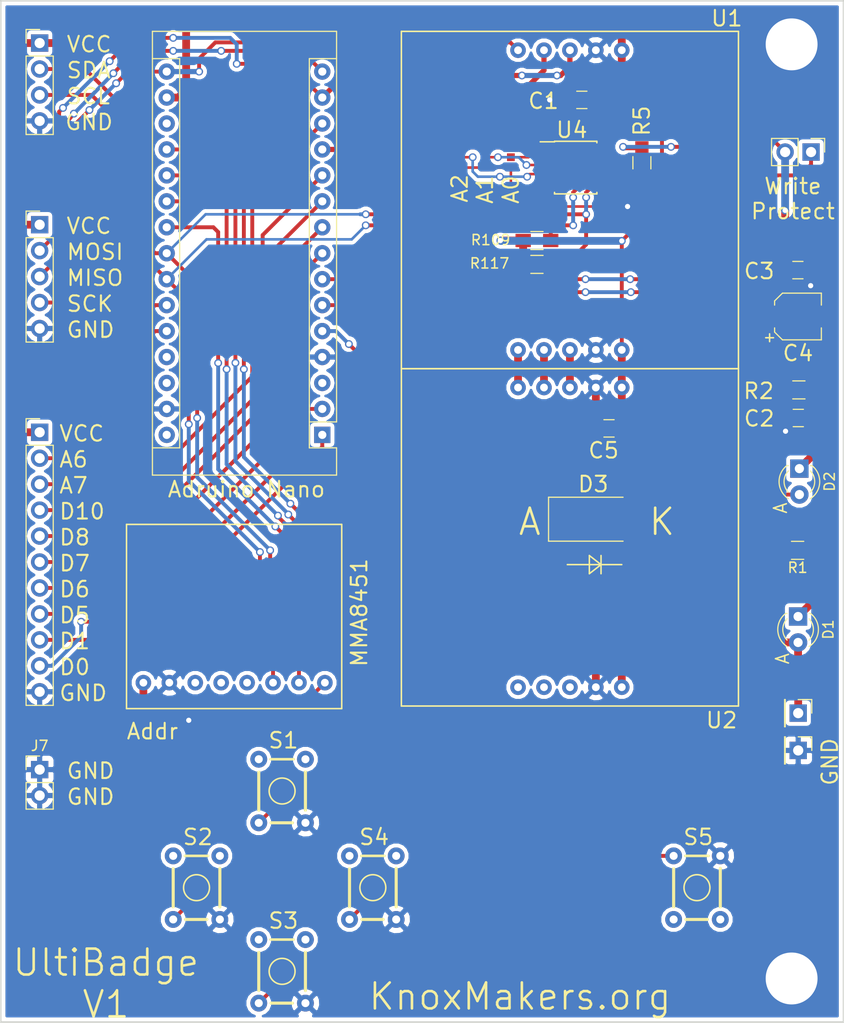
<source format=kicad_pcb>
(kicad_pcb (version 20171130) (host pcbnew "(5.0.1)-4")

  (general
    (thickness 1.6)
    (drawings 45)
    (tracks 402)
    (zones 0)
    (modules 34)
    (nets 35)
  )

  (page A4)
  (layers
    (0 F.Cu signal)
    (31 B.Cu signal hide)
    (32 B.Adhes user hide)
    (33 F.Adhes user hide)
    (34 B.Paste user hide)
    (35 F.Paste user hide)
    (36 B.SilkS user hide)
    (37 F.SilkS user)
    (38 B.Mask user hide)
    (39 F.Mask user)
    (40 Dwgs.User user hide)
    (41 Cmts.User user hide)
    (42 Eco1.User user hide)
    (43 Eco2.User user hide)
    (44 Edge.Cuts user)
    (45 Margin user hide)
    (46 B.CrtYd user hide)
    (47 F.CrtYd user hide)
    (48 B.Fab user hide)
    (49 F.Fab user hide)
  )

  (setup
    (last_trace_width 0.381)
    (trace_clearance 0.254)
    (zone_clearance 0.381)
    (zone_45_only no)
    (trace_min 0.2032)
    (segment_width 0.15)
    (edge_width 0.15)
    (via_size 0.762)
    (via_drill 0.508)
    (via_min_size 0.762)
    (via_min_drill 0.508)
    (uvia_size 0.508)
    (uvia_drill 0.254)
    (uvias_allowed no)
    (uvia_min_size 0.508)
    (uvia_min_drill 0.254)
    (pcb_text_width 0.3)
    (pcb_text_size 1.5 1.5)
    (mod_edge_width 0.15)
    (mod_text_size 1 1)
    (mod_text_width 0.15)
    (pad_size 1.5 1.25)
    (pad_drill 0)
    (pad_to_mask_clearance 0.2032)
    (solder_mask_min_width 0.254)
    (aux_axis_origin 0 0)
    (visible_elements 7FFFFFFF)
    (pcbplotparams
      (layerselection 0x010e0_ffffffff)
      (usegerberextensions false)
      (usegerberattributes false)
      (usegerberadvancedattributes false)
      (creategerberjobfile false)
      (excludeedgelayer true)
      (linewidth 0.254000)
      (plotframeref false)
      (viasonmask false)
      (mode 1)
      (useauxorigin false)
      (hpglpennumber 1)
      (hpglpenspeed 20)
      (hpglpendiameter 15.000000)
      (psnegative false)
      (psa4output false)
      (plotreference true)
      (plotvalue true)
      (plotinvisibletext false)
      (padsonsilk false)
      (subtractmaskfromsilk false)
      (outputformat 1)
      (mirror false)
      (drillshape 0)
      (scaleselection 1)
      (outputdirectory "PCB Order/"))
  )

  (net 0 "")
  (net 1 SDA)
  (net 2 SCL)
  (net 3 MOSI)
  (net 4 SCK)
  (net 5 GND)
  (net 6 DISPLAY_CS)
  (net 7 PB3)
  (net 8 TX_DIODE)
  (net 9 PB2)
  (net 10 INT0)
  (net 11 PB1)
  (net 12 PB0)
  (net 13 VCC)
  (net 14 "Net-(C2-Pad1)")
  (net 15 "Net-(U1-Pad7)")
  (net 16 "Net-(U1-Pad6)")
  (net 17 "Net-(U1-Pad8)")
  (net 18 MISO)
  (net 19 D10)
  (net 20 D8)
  (net 21 A7)
  (net 22 D7)
  (net 23 A6)
  (net 24 D6)
  (net 25 D5)
  (net 26 D0)
  (net 27 D1)
  (net 28 "Net-(J1-Pad1)")
  (net 29 "Net-(JP1-Pad2)")
  (net 30 "Net-(JP2-Pad2)")
  (net 31 "Net-(JP3-Pad2)")
  (net 32 "Net-(JP4-Pad1)")
  (net 33 RX_DIODE)
  (net 34 "Net-(D1-Pad1)")

  (net_class Default "This is the default net class."
    (clearance 0.254)
    (trace_width 0.381)
    (via_dia 0.762)
    (via_drill 0.508)
    (uvia_dia 0.508)
    (uvia_drill 0.254)
    (diff_pair_gap 0.254)
    (diff_pair_width 0.254)
    (add_net A6)
    (add_net A7)
    (add_net D0)
    (add_net D1)
    (add_net D10)
    (add_net D5)
    (add_net D6)
    (add_net D7)
    (add_net D8)
    (add_net DISPLAY_CS)
    (add_net GND)
    (add_net INT0)
    (add_net MISO)
    (add_net "Net-(C2-Pad1)")
    (add_net "Net-(D1-Pad1)")
    (add_net "Net-(J1-Pad1)")
    (add_net "Net-(JP1-Pad2)")
    (add_net "Net-(JP2-Pad2)")
    (add_net "Net-(JP3-Pad2)")
    (add_net "Net-(JP4-Pad1)")
    (add_net "Net-(U1-Pad6)")
    (add_net "Net-(U1-Pad7)")
    (add_net "Net-(U1-Pad8)")
    (add_net PB0)
    (add_net PB1)
    (add_net PB2)
    (add_net PB3)
    (add_net RX_DIODE)
    (add_net SCL)
    (add_net SDA)
    (add_net TX_DIODE)
    (add_net VCC)
  )

  (net_class Default2 ""
    (clearance 0.254)
    (trace_width 0.381)
    (via_dia 0.762)
    (via_drill 0.508)
    (uvia_dia 0.508)
    (uvia_drill 0.254)
    (diff_pair_gap 0.254)
    (diff_pair_width 0.254)
    (add_net MOSI)
    (add_net SCK)
  )

  (module "Rays Footprints:8x8LED_Matrix" (layer F.Cu) (tedit 5C720C90) (tstamp 5C742135)
    (at 132.08 77.47 270)
    (path /5D62154E)
    (fp_text reference U1 (at -17.78 -15.367) (layer F.SilkS)
      (effects (font (size 1.524 1.524) (thickness 0.2032)))
    )
    (fp_text value 8x8_LED_Matrix (at -0.1 15.24 270) (layer F.Fab)
      (effects (font (size 1 1) (thickness 0.15)))
    )
    (fp_line (start -16.891 16.891) (end -16.891 -16.891) (layer F.CrtYd) (width 0.1524))
    (fp_line (start 16.891 16.891) (end -16.891 16.891) (layer F.CrtYd) (width 0.1524))
    (fp_line (start 16.891 -16.891) (end 16.891 16.891) (layer F.CrtYd) (width 0.1524))
    (fp_line (start -16.891 -16.891) (end 16.891 -16.891) (layer F.CrtYd) (width 0.1524))
    (fp_line (start -16.51 16.51) (end -16.51 -16.51) (layer F.SilkS) (width 0.1524))
    (fp_line (start 16.51 16.51) (end -16.51 16.51) (layer F.SilkS) (width 0.1524))
    (fp_line (start 16.51 -16.51) (end 16.51 16.51) (layer F.SilkS) (width 0.1524))
    (fp_line (start -16.51 -16.51) (end 16.51 -16.51) (layer F.SilkS) (width 0.1524))
    (pad 10 thru_hole circle (at 14.6685 -5.08 270) (size 1.524 1.524) (drill 0.762) (layers *.Cu *.Mask)
      (net 13 VCC))
    (pad 7 thru_hole circle (at 14.6685 2.54 270) (size 1.524 1.524) (drill 0.762) (layers *.Cu *.Mask)
      (net 15 "Net-(U1-Pad7)"))
    (pad 6 thru_hole circle (at 14.6685 5.08 270) (size 1.524 1.524) (drill 0.762) (layers *.Cu *.Mask)
      (net 16 "Net-(U1-Pad6)"))
    (pad 8 thru_hole circle (at 14.6685 0 270) (size 1.524 1.524) (drill 0.762) (layers *.Cu *.Mask)
      (net 17 "Net-(U1-Pad8)"))
    (pad 9 thru_hole circle (at 14.6685 -2.54 270) (size 1.524 1.524) (drill 0.762) (layers *.Cu *.Mask)
      (net 5 GND))
    (pad 5 thru_hole circle (at -14.6685 5.08 270) (size 1.524 1.524) (drill 0.762) (layers *.Cu *.Mask)
      (net 4 SCK))
    (pad 4 thru_hole circle (at -14.6685 2.54 270) (size 1.524 1.524) (drill 0.762) (layers *.Cu *.Mask)
      (net 6 DISPLAY_CS))
    (pad 3 thru_hole circle (at -14.6685 0 270) (size 1.524 1.524) (drill 0.762) (layers *.Cu *.Mask)
      (net 3 MOSI))
    (pad 2 thru_hole circle (at -14.6685 -2.54 270) (size 1.524 1.524) (drill 0.762) (layers *.Cu *.Mask)
      (net 5 GND))
    (pad 1 thru_hole circle (at -14.6685 -5.08 270) (size 1.524 1.524) (drill 0.762) (layers *.Cu *.Mask)
      (net 13 VCC))
  )

  (module "Rays Footprints:Momentary_Push_Button_KM_6x6" (layer F.Cu) (tedit 5C7411DB) (tstamp 5C721172)
    (at 103.886 135.3185)
    (path /5C78A10D)
    (fp_text reference S1 (at 0.127 -4.953) (layer F.SilkS)
      (effects (font (size 1.524 1.524) (thickness 0.2032)))
    )
    (fp_text value Momentary_Push_Buttom_KM_6x6 (at 0.127 9.525) (layer F.Fab)
      (effects (font (size 1 1) (thickness 0.15)))
    )
    (fp_line (start -1.143 -3.1115) (end 1.143 -3.1115) (layer F.SilkS) (width 0.254))
    (fp_line (start 2.286 -1.8796) (end 2.286 1.8796) (layer F.SilkS) (width 0.3048))
    (fp_line (start 1.016 3.1115) (end -1.0795 3.1115) (layer F.SilkS) (width 0.3048))
    (fp_line (start -2.286 1.8796) (end -2.286 -1.8542) (layer F.SilkS) (width 0.3048))
    (fp_line (start -2.921 -3.7465) (end 2.921 -3.7465) (layer F.CrtYd) (width 0.0254))
    (fp_line (start 2.921 -3.7465) (end 2.921 3.7465) (layer F.CrtYd) (width 0.0254))
    (fp_line (start 2.921 3.7465) (end -2.921 3.7465) (layer F.CrtYd) (width 0.0254))
    (fp_line (start -2.921 3.7465) (end -2.921 -3.7465) (layer F.CrtYd) (width 0.0254))
    (fp_circle (center 0 0) (end 1.27 0) (layer F.SilkS) (width 0.1524))
    (pad 1 thru_hole circle (at -2.286 -3.1115) (size 1.651 1.651) (drill 0.7874) (layers *.Cu *.Mask))
    (pad 3 thru_hole circle (at 2.286 -3.1115) (size 1.651 1.651) (drill 0.7874) (layers *.Cu *.Mask))
    (pad 2 thru_hole circle (at -2.286 3.1115) (size 1.651 1.651) (drill 0.7874) (layers *.Cu *.Mask)
      (net 7 PB3))
    (pad 4 thru_hole circle (at 2.286 3.1115) (size 1.651 1.651) (drill 0.7874) (layers *.Cu *.Mask)
      (net 5 GND))
  )

  (module "Rays Footprints:SolderJumper_2_Pad" (layer F.Cu) (tedit 5C740D4D) (tstamp 5C734CC9)
    (at 95.25 129.667 180)
    (path /5C989DE2)
    (fp_text reference JP4 (at -0.254 -1.651 180) (layer F.SilkS) hide
      (effects (font (size 1 1) (thickness 0.15)))
    )
    (fp_text value SolderJumper_2_Open (at 0.254 2.032 180) (layer F.Fab)
      (effects (font (size 1 1) (thickness 0.15)))
    )
    (fp_line (start -1.016 -0.508) (end 1.016 -0.508) (layer F.CrtYd) (width 0.0254))
    (fp_line (start 1.016 -0.508) (end 1.016 0.508) (layer F.CrtYd) (width 0.0254))
    (fp_line (start 1.016 0.508) (end -1.016 0.508) (layer F.CrtYd) (width 0.0254))
    (fp_line (start -1.016 0.508) (end -1.016 -0.508) (layer F.CrtYd) (width 0.0254))
    (pad 1 smd rect (at -0.508 0 180) (size 0.762 0.762) (layers F.Cu F.Paste F.Mask)
      (net 32 "Net-(JP4-Pad1)"))
    (pad 2 smd rect (at 0.508 0 180) (size 0.762 0.762) (layers F.Cu F.Paste F.Mask)
      (net 5 GND))
  )

  (module "Rays Footprints:MMA8451" (layer F.Cu) (tedit 5C740CBA) (tstamp 5C734BE5)
    (at 99.187 118.237)
    (path /5D69BE83)
    (fp_text reference U3 (at 8.1915 -7.239) (layer F.SilkS) hide
      (effects (font (size 1.524 1.524) (thickness 0.2032)))
    )
    (fp_text value MMA8451 (at 0.127 2.667) (layer F.Fab)
      (effects (font (size 1 1) (thickness 0.15)))
    )
    (fp_line (start -10.668 9.144) (end -10.668 -9.144) (layer F.CrtYd) (width 0.1524))
    (fp_line (start 10.668 9.144) (end -10.668 9.144) (layer F.CrtYd) (width 0.1524))
    (fp_line (start 10.668 -9.144) (end 10.668 9.144) (layer F.CrtYd) (width 0.1524))
    (fp_line (start -10.668 -9.144) (end 10.668 -9.144) (layer F.CrtYd) (width 0.1524))
    (fp_line (start 10.541 -9.017) (end -10.541 -9.017) (layer F.SilkS) (width 0.1524))
    (fp_line (start 10.541 9.017) (end 10.541 -9.017) (layer F.SilkS) (width 0.1524))
    (fp_line (start -10.541 9.017) (end 10.541 9.017) (layer F.SilkS) (width 0.1524))
    (fp_line (start -10.541 -9.017) (end -10.541 9.017) (layer F.SilkS) (width 0.1524))
    (pad 8 thru_hole circle (at 8.89 6.477) (size 1.524 1.524) (drill 0.762) (layers *.Cu *.Mask)
      (net 32 "Net-(JP4-Pad1)"))
    (pad 7 thru_hole circle (at 6.35 6.477) (size 1.524 1.524) (drill 0.762) (layers *.Cu *.Mask)
      (net 1 SDA))
    (pad 6 thru_hole circle (at 3.81 6.477) (size 1.524 1.524) (drill 0.762) (layers *.Cu *.Mask)
      (net 2 SCL))
    (pad 5 thru_hole circle (at 1.27 6.477) (size 1.524 1.524) (drill 0.762) (layers *.Cu *.Mask))
    (pad 4 thru_hole circle (at -1.27 6.477) (size 1.524 1.524) (drill 0.762) (layers *.Cu *.Mask))
    (pad 3 thru_hole circle (at -3.81 6.477) (size 1.524 1.524) (drill 0.762) (layers *.Cu *.Mask))
    (pad 2 thru_hole circle (at -6.35 6.477) (size 1.524 1.524) (drill 0.762) (layers *.Cu *.Mask)
      (net 5 GND))
    (pad 1 thru_hole circle (at -8.89 6.477) (size 1.524 1.524) (drill 0.762) (layers *.Cu *.Mask)
      (net 13 VCC))
  )

  (module Resistors_SMD:R_0805_HandSoldering (layer F.Cu) (tedit 58E0A804) (tstamp 5C7332BD)
    (at 128.8504 83.7692 180)
    (descr "Resistor SMD 0805, hand soldering")
    (tags "resistor 0805")
    (path /5C181EA7)
    (attr smd)
    (fp_text reference R117 (at 4.6444 0.1016 180) (layer F.SilkS)
      (effects (font (size 1 1) (thickness 0.15)))
    )
    (fp_text value 4.7k (at 0 1.75 180) (layer F.Fab)
      (effects (font (size 1 1) (thickness 0.15)))
    )
    (fp_text user %R (at 0 0 180) (layer F.Fab)
      (effects (font (size 0.5 0.5) (thickness 0.075)))
    )
    (fp_line (start -1 0.62) (end -1 -0.62) (layer F.Fab) (width 0.1))
    (fp_line (start 1 0.62) (end -1 0.62) (layer F.Fab) (width 0.1))
    (fp_line (start 1 -0.62) (end 1 0.62) (layer F.Fab) (width 0.1))
    (fp_line (start -1 -0.62) (end 1 -0.62) (layer F.Fab) (width 0.1))
    (fp_line (start 0.6 0.88) (end -0.6 0.88) (layer F.SilkS) (width 0.12))
    (fp_line (start -0.6 -0.88) (end 0.6 -0.88) (layer F.SilkS) (width 0.12))
    (fp_line (start -2.35 -0.9) (end 2.35 -0.9) (layer F.CrtYd) (width 0.05))
    (fp_line (start -2.35 -0.9) (end -2.35 0.9) (layer F.CrtYd) (width 0.05))
    (fp_line (start 2.35 0.9) (end 2.35 -0.9) (layer F.CrtYd) (width 0.05))
    (fp_line (start 2.35 0.9) (end -2.35 0.9) (layer F.CrtYd) (width 0.05))
    (pad 1 smd rect (at -1.35 0 180) (size 1.5 1.3) (layers F.Cu F.Paste F.Mask)
      (net 1 SDA))
    (pad 2 smd rect (at 1.35 0 180) (size 1.5 1.3) (layers F.Cu F.Paste F.Mask)
      (net 13 VCC))
    (model ${KISYS3DMOD}/Resistors_SMD.3dshapes/R_0805.wrl
      (at (xyz 0 0 0))
      (scale (xyz 1 1 1))
      (rotate (xyz 0 0 0))
    )
  )

  (module Resistors_SMD:R_0805_HandSoldering (layer F.Cu) (tedit 58E0A804) (tstamp 5C7332AD)
    (at 128.8504 81.4324 180)
    (descr "Resistor SMD 0805, hand soldering")
    (tags "resistor 0805")
    (path /5C153320)
    (attr smd)
    (fp_text reference R109 (at 4.5428 0.0508 180) (layer F.SilkS)
      (effects (font (size 1 1) (thickness 0.15)))
    )
    (fp_text value 4.7k (at 0 1.75 180) (layer F.Fab)
      (effects (font (size 1 1) (thickness 0.15)))
    )
    (fp_text user %R (at 0 0 180) (layer F.Fab)
      (effects (font (size 0.5 0.5) (thickness 0.075)))
    )
    (fp_line (start -1 0.62) (end -1 -0.62) (layer F.Fab) (width 0.1))
    (fp_line (start 1 0.62) (end -1 0.62) (layer F.Fab) (width 0.1))
    (fp_line (start 1 -0.62) (end 1 0.62) (layer F.Fab) (width 0.1))
    (fp_line (start -1 -0.62) (end 1 -0.62) (layer F.Fab) (width 0.1))
    (fp_line (start 0.6 0.88) (end -0.6 0.88) (layer F.SilkS) (width 0.12))
    (fp_line (start -0.6 -0.88) (end 0.6 -0.88) (layer F.SilkS) (width 0.12))
    (fp_line (start -2.35 -0.9) (end 2.35 -0.9) (layer F.CrtYd) (width 0.05))
    (fp_line (start -2.35 -0.9) (end -2.35 0.9) (layer F.CrtYd) (width 0.05))
    (fp_line (start 2.35 0.9) (end 2.35 -0.9) (layer F.CrtYd) (width 0.05))
    (fp_line (start 2.35 0.9) (end -2.35 0.9) (layer F.CrtYd) (width 0.05))
    (pad 1 smd rect (at -1.35 0 180) (size 1.5 1.3) (layers F.Cu F.Paste F.Mask)
      (net 2 SCL))
    (pad 2 smd rect (at 1.35 0 180) (size 1.5 1.3) (layers F.Cu F.Paste F.Mask)
      (net 13 VCC))
    (model ${KISYS3DMOD}/Resistors_SMD.3dshapes/R_0805.wrl
      (at (xyz 0 0 0))
      (scale (xyz 1 1 1))
      (rotate (xyz 0 0 0))
    )
  )

  (module Modules:Arduino_Nano (layer F.Cu) (tedit 58ACAF70) (tstamp 5C7416DF)
    (at 107.823 100.457 180)
    (descr "Arduino Nano, http://www.mouser.com/pdfdocs/Gravitech_Arduino_Nano3_0.pdf")
    (tags "Arduino Nano")
    (path /5C877ED2)
    (fp_text reference A1 (at 0.0635 -2.921 180) (layer F.SilkS) hide
      (effects (font (size 1 1) (thickness 0.15)))
    )
    (fp_text value Arduino_Nano_v3.x (at 8.89 19.05 270) (layer F.Fab)
      (effects (font (size 1 1) (thickness 0.15)))
    )
    (fp_text user %R (at 6.35 19.05 270) (layer F.Fab)
      (effects (font (size 1 1) (thickness 0.15)))
    )
    (fp_line (start 1.27 1.27) (end 1.27 -1.27) (layer F.SilkS) (width 0.12))
    (fp_line (start 1.27 -1.27) (end -1.4 -1.27) (layer F.SilkS) (width 0.12))
    (fp_line (start -1.4 1.27) (end -1.4 39.5) (layer F.SilkS) (width 0.12))
    (fp_line (start -1.4 -3.94) (end -1.4 -1.27) (layer F.SilkS) (width 0.12))
    (fp_line (start 13.97 -1.27) (end 16.64 -1.27) (layer F.SilkS) (width 0.12))
    (fp_line (start 13.97 -1.27) (end 13.97 36.83) (layer F.SilkS) (width 0.12))
    (fp_line (start 13.97 36.83) (end 16.64 36.83) (layer F.SilkS) (width 0.12))
    (fp_line (start 1.27 1.27) (end -1.4 1.27) (layer F.SilkS) (width 0.12))
    (fp_line (start 1.27 1.27) (end 1.27 36.83) (layer F.SilkS) (width 0.12))
    (fp_line (start 1.27 36.83) (end -1.4 36.83) (layer F.SilkS) (width 0.12))
    (fp_line (start 3.81 31.75) (end 11.43 31.75) (layer F.Fab) (width 0.1))
    (fp_line (start 11.43 31.75) (end 11.43 41.91) (layer F.Fab) (width 0.1))
    (fp_line (start 11.43 41.91) (end 3.81 41.91) (layer F.Fab) (width 0.1))
    (fp_line (start 3.81 41.91) (end 3.81 31.75) (layer F.Fab) (width 0.1))
    (fp_line (start -1.4 39.5) (end 16.64 39.5) (layer F.SilkS) (width 0.12))
    (fp_line (start 16.64 39.5) (end 16.64 -3.94) (layer F.SilkS) (width 0.12))
    (fp_line (start 16.64 -3.94) (end -1.4 -3.94) (layer F.SilkS) (width 0.12))
    (fp_line (start 16.51 39.37) (end -1.27 39.37) (layer F.Fab) (width 0.1))
    (fp_line (start -1.27 39.37) (end -1.27 -2.54) (layer F.Fab) (width 0.1))
    (fp_line (start -1.27 -2.54) (end 0 -3.81) (layer F.Fab) (width 0.1))
    (fp_line (start 0 -3.81) (end 16.51 -3.81) (layer F.Fab) (width 0.1))
    (fp_line (start 16.51 -3.81) (end 16.51 39.37) (layer F.Fab) (width 0.1))
    (fp_line (start -1.53 -4.06) (end 16.75 -4.06) (layer F.CrtYd) (width 0.05))
    (fp_line (start -1.53 -4.06) (end -1.53 42.16) (layer F.CrtYd) (width 0.05))
    (fp_line (start 16.75 42.16) (end 16.75 -4.06) (layer F.CrtYd) (width 0.05))
    (fp_line (start 16.75 42.16) (end -1.53 42.16) (layer F.CrtYd) (width 0.05))
    (pad 1 thru_hole rect (at 0 0 180) (size 1.6 1.6) (drill 0.8) (layers *.Cu *.Mask)
      (net 27 D1))
    (pad 17 thru_hole oval (at 15.24 33.02 180) (size 1.6 1.6) (drill 0.8) (layers *.Cu *.Mask)
      (net 13 VCC))
    (pad 2 thru_hole oval (at 0 2.54 180) (size 1.6 1.6) (drill 0.8) (layers *.Cu *.Mask)
      (net 26 D0))
    (pad 18 thru_hole oval (at 15.24 30.48 180) (size 1.6 1.6) (drill 0.8) (layers *.Cu *.Mask))
    (pad 3 thru_hole oval (at 0 5.08 180) (size 1.6 1.6) (drill 0.8) (layers *.Cu *.Mask))
    (pad 19 thru_hole oval (at 15.24 27.94 180) (size 1.6 1.6) (drill 0.8) (layers *.Cu *.Mask)
      (net 12 PB0))
    (pad 4 thru_hole oval (at 0 7.62 180) (size 1.6 1.6) (drill 0.8) (layers *.Cu *.Mask)
      (net 5 GND))
    (pad 20 thru_hole oval (at 15.24 25.4 180) (size 1.6 1.6) (drill 0.8) (layers *.Cu *.Mask)
      (net 11 PB1))
    (pad 5 thru_hole oval (at 0 10.16 180) (size 1.6 1.6) (drill 0.8) (layers *.Cu *.Mask)
      (net 10 INT0))
    (pad 21 thru_hole oval (at 15.24 22.86 180) (size 1.6 1.6) (drill 0.8) (layers *.Cu *.Mask)
      (net 9 PB2))
    (pad 6 thru_hole oval (at 0 12.7 180) (size 1.6 1.6) (drill 0.8) (layers *.Cu *.Mask)
      (net 8 TX_DIODE))
    (pad 22 thru_hole oval (at 15.24 20.32 180) (size 1.6 1.6) (drill 0.8) (layers *.Cu *.Mask)
      (net 7 PB3))
    (pad 7 thru_hole oval (at 0 15.24 180) (size 1.6 1.6) (drill 0.8) (layers *.Cu *.Mask)
      (net 33 RX_DIODE))
    (pad 23 thru_hole oval (at 15.24 17.78 180) (size 1.6 1.6) (drill 0.8) (layers *.Cu *.Mask)
      (net 1 SDA))
    (pad 8 thru_hole oval (at 0 17.78 180) (size 1.6 1.6) (drill 0.8) (layers *.Cu *.Mask)
      (net 25 D5))
    (pad 24 thru_hole oval (at 15.24 15.24 180) (size 1.6 1.6) (drill 0.8) (layers *.Cu *.Mask)
      (net 2 SCL))
    (pad 9 thru_hole oval (at 0 20.32 180) (size 1.6 1.6) (drill 0.8) (layers *.Cu *.Mask)
      (net 24 D6))
    (pad 25 thru_hole oval (at 15.24 12.7 180) (size 1.6 1.6) (drill 0.8) (layers *.Cu *.Mask)
      (net 23 A6))
    (pad 10 thru_hole oval (at 0 22.86 180) (size 1.6 1.6) (drill 0.8) (layers *.Cu *.Mask)
      (net 22 D7))
    (pad 26 thru_hole oval (at 15.24 10.16 180) (size 1.6 1.6) (drill 0.8) (layers *.Cu *.Mask)
      (net 21 A7))
    (pad 11 thru_hole oval (at 0 25.4 180) (size 1.6 1.6) (drill 0.8) (layers *.Cu *.Mask)
      (net 20 D8))
    (pad 27 thru_hole oval (at 15.24 7.62 180) (size 1.6 1.6) (drill 0.8) (layers *.Cu *.Mask))
    (pad 12 thru_hole oval (at 0 27.94 180) (size 1.6 1.6) (drill 0.8) (layers *.Cu *.Mask)
      (net 6 DISPLAY_CS))
    (pad 28 thru_hole oval (at 15.24 5.08 180) (size 1.6 1.6) (drill 0.8) (layers *.Cu *.Mask))
    (pad 13 thru_hole oval (at 0 30.48 180) (size 1.6 1.6) (drill 0.8) (layers *.Cu *.Mask)
      (net 19 D10))
    (pad 29 thru_hole oval (at 15.24 2.54 180) (size 1.6 1.6) (drill 0.8) (layers *.Cu *.Mask)
      (net 5 GND))
    (pad 14 thru_hole oval (at 0 33.02 180) (size 1.6 1.6) (drill 0.8) (layers *.Cu *.Mask)
      (net 3 MOSI))
    (pad 30 thru_hole oval (at 15.24 0 180) (size 1.6 1.6) (drill 0.8) (layers *.Cu *.Mask))
    (pad 15 thru_hole oval (at 0 35.56 180) (size 1.6 1.6) (drill 0.8) (layers *.Cu *.Mask)
      (net 18 MISO))
    (pad 16 thru_hole oval (at 15.24 35.56 180) (size 1.6 1.6) (drill 0.8) (layers *.Cu *.Mask)
      (net 4 SCK))
  )

  (module "Rays Footprints:8x8LED_Matrix" (layer F.Cu) (tedit 5C720C90) (tstamp 5C741CE4)
    (at 132.08 110.49 270)
    (path /5D627B79)
    (fp_text reference U2 (at 17.907 -14.859) (layer F.SilkS)
      (effects (font (size 1.524 1.524) (thickness 0.2032)))
    )
    (fp_text value 8x8_LED_Matrix (at -0.1 15.24 270) (layer F.Fab)
      (effects (font (size 1 1) (thickness 0.15)))
    )
    (fp_line (start -16.891 16.891) (end -16.891 -16.891) (layer F.CrtYd) (width 0.1524))
    (fp_line (start 16.891 16.891) (end -16.891 16.891) (layer F.CrtYd) (width 0.1524))
    (fp_line (start 16.891 -16.891) (end 16.891 16.891) (layer F.CrtYd) (width 0.1524))
    (fp_line (start -16.891 -16.891) (end 16.891 -16.891) (layer F.CrtYd) (width 0.1524))
    (fp_line (start -16.51 16.51) (end -16.51 -16.51) (layer F.SilkS) (width 0.1524))
    (fp_line (start 16.51 16.51) (end -16.51 16.51) (layer F.SilkS) (width 0.1524))
    (fp_line (start 16.51 -16.51) (end 16.51 16.51) (layer F.SilkS) (width 0.1524))
    (fp_line (start -16.51 -16.51) (end 16.51 -16.51) (layer F.SilkS) (width 0.1524))
    (pad 10 thru_hole circle (at 14.6685 -5.08 270) (size 1.524 1.524) (drill 0.762) (layers *.Cu *.Mask)
      (net 13 VCC))
    (pad 7 thru_hole circle (at 14.6685 2.54 270) (size 1.524 1.524) (drill 0.762) (layers *.Cu *.Mask))
    (pad 6 thru_hole circle (at 14.6685 5.08 270) (size 1.524 1.524) (drill 0.762) (layers *.Cu *.Mask))
    (pad 8 thru_hole circle (at 14.6685 0 270) (size 1.524 1.524) (drill 0.762) (layers *.Cu *.Mask))
    (pad 9 thru_hole circle (at 14.6685 -2.54 270) (size 1.524 1.524) (drill 0.762) (layers *.Cu *.Mask)
      (net 5 GND))
    (pad 5 thru_hole circle (at -14.6685 5.08 270) (size 1.524 1.524) (drill 0.762) (layers *.Cu *.Mask)
      (net 16 "Net-(U1-Pad6)"))
    (pad 4 thru_hole circle (at -14.6685 2.54 270) (size 1.524 1.524) (drill 0.762) (layers *.Cu *.Mask)
      (net 15 "Net-(U1-Pad7)"))
    (pad 3 thru_hole circle (at -14.6685 0 270) (size 1.524 1.524) (drill 0.762) (layers *.Cu *.Mask)
      (net 17 "Net-(U1-Pad8)"))
    (pad 2 thru_hole circle (at -14.6685 -2.54 270) (size 1.524 1.524) (drill 0.762) (layers *.Cu *.Mask)
      (net 5 GND))
    (pad 1 thru_hole circle (at -14.6685 -5.08 270) (size 1.524 1.524) (drill 0.762) (layers *.Cu *.Mask)
      (net 13 VCC))
  )

  (module "Rays Footprints:Momentary_Push_Button_KM_6x6" (layer F.Cu) (tedit 5C7411E3) (tstamp 5C721194)
    (at 103.886 152.9715)
    (path /5C7E307C)
    (fp_text reference S3 (at 0.127 -4.953) (layer F.SilkS)
      (effects (font (size 1.524 1.524) (thickness 0.2032)))
    )
    (fp_text value Momentary_Push_Buttom_KM_6x6 (at 0.127 9.525) (layer F.Fab)
      (effects (font (size 1 1) (thickness 0.15)))
    )
    (fp_line (start -1.143 -3.1115) (end 1.143 -3.1115) (layer F.SilkS) (width 0.254))
    (fp_line (start 2.286 -1.8796) (end 2.286 1.8796) (layer F.SilkS) (width 0.3048))
    (fp_line (start 1.016 3.1115) (end -1.0795 3.1115) (layer F.SilkS) (width 0.3048))
    (fp_line (start -2.286 1.8796) (end -2.286 -1.8542) (layer F.SilkS) (width 0.3048))
    (fp_line (start -2.921 -3.7465) (end 2.921 -3.7465) (layer F.CrtYd) (width 0.0254))
    (fp_line (start 2.921 -3.7465) (end 2.921 3.7465) (layer F.CrtYd) (width 0.0254))
    (fp_line (start 2.921 3.7465) (end -2.921 3.7465) (layer F.CrtYd) (width 0.0254))
    (fp_line (start -2.921 3.7465) (end -2.921 -3.7465) (layer F.CrtYd) (width 0.0254))
    (fp_circle (center 0 0) (end 1.27 0) (layer F.SilkS) (width 0.1524))
    (pad 1 thru_hole circle (at -2.286 -3.1115) (size 1.651 1.651) (drill 0.7874) (layers *.Cu *.Mask))
    (pad 3 thru_hole circle (at 2.286 -3.1115) (size 1.651 1.651) (drill 0.7874) (layers *.Cu *.Mask))
    (pad 2 thru_hole circle (at -2.286 3.1115) (size 1.651 1.651) (drill 0.7874) (layers *.Cu *.Mask)
      (net 11 PB1))
    (pad 4 thru_hole circle (at 2.286 3.1115) (size 1.651 1.651) (drill 0.7874) (layers *.Cu *.Mask)
      (net 5 GND))
  )

  (module Capacitors_SMD:C_0805_HandSoldering (layer F.Cu) (tedit 5C741145) (tstamp 5C7210C8)
    (at 154.452 98.806 180)
    (descr "Capacitor SMD 0805, hand soldering")
    (tags "capacitor 0805")
    (path /5D6EB5DB)
    (attr smd)
    (fp_text reference C2 (at 3.83 -0.0508 180) (layer F.SilkS)
      (effects (font (size 1.524 1.524) (thickness 0.2032)))
    )
    (fp_text value 100n (at 0 1.75 180) (layer F.Fab)
      (effects (font (size 1 1) (thickness 0.15)))
    )
    (fp_text user %R (at 0 -1.75 180) (layer F.Fab)
      (effects (font (size 1 1) (thickness 0.15)))
    )
    (fp_line (start -1 0.62) (end -1 -0.62) (layer F.Fab) (width 0.1))
    (fp_line (start 1 0.62) (end -1 0.62) (layer F.Fab) (width 0.1))
    (fp_line (start 1 -0.62) (end 1 0.62) (layer F.Fab) (width 0.1))
    (fp_line (start -1 -0.62) (end 1 -0.62) (layer F.Fab) (width 0.1))
    (fp_line (start 0.5 -0.85) (end -0.5 -0.85) (layer F.SilkS) (width 0.12))
    (fp_line (start -0.5 0.85) (end 0.5 0.85) (layer F.SilkS) (width 0.12))
    (fp_line (start -2.25 -0.88) (end 2.25 -0.88) (layer F.CrtYd) (width 0.05))
    (fp_line (start -2.25 -0.88) (end -2.25 0.87) (layer F.CrtYd) (width 0.05))
    (fp_line (start 2.25 0.87) (end 2.25 -0.88) (layer F.CrtYd) (width 0.05))
    (fp_line (start 2.25 0.87) (end -2.25 0.87) (layer F.CrtYd) (width 0.05))
    (pad 1 smd rect (at -1.25 0 180) (size 1.5 1.25) (layers F.Cu F.Paste F.Mask)
      (net 14 "Net-(C2-Pad1)"))
    (pad 2 smd rect (at 1.25 0 180) (size 1.5 1.25) (layers F.Cu F.Paste F.Mask)
      (net 5 GND))
    (model Capacitors_SMD.3dshapes/C_0805.wrl
      (at (xyz 0 0 0))
      (scale (xyz 1 1 1))
      (rotate (xyz 0 0 0))
    )
  )

  (module Capacitors_SMD:C_0805_HandSoldering (layer F.Cu) (tedit 5C741124) (tstamp 5C7210D9)
    (at 154.412 84.328)
    (descr "Capacitor SMD 0805, hand soldering")
    (tags "capacitor 0805")
    (path /5D736B55)
    (attr smd)
    (fp_text reference C3 (at -3.79 0.1016) (layer F.SilkS)
      (effects (font (size 1.524 1.524) (thickness 0.2032)))
    )
    (fp_text value 0.1u (at 0 1.75) (layer F.Fab)
      (effects (font (size 1 1) (thickness 0.15)))
    )
    (fp_text user %R (at 0 -1.75) (layer F.Fab)
      (effects (font (size 1 1) (thickness 0.15)))
    )
    (fp_line (start -1 0.62) (end -1 -0.62) (layer F.Fab) (width 0.1))
    (fp_line (start 1 0.62) (end -1 0.62) (layer F.Fab) (width 0.1))
    (fp_line (start 1 -0.62) (end 1 0.62) (layer F.Fab) (width 0.1))
    (fp_line (start -1 -0.62) (end 1 -0.62) (layer F.Fab) (width 0.1))
    (fp_line (start 0.5 -0.85) (end -0.5 -0.85) (layer F.SilkS) (width 0.12))
    (fp_line (start -0.5 0.85) (end 0.5 0.85) (layer F.SilkS) (width 0.12))
    (fp_line (start -2.25 -0.88) (end 2.25 -0.88) (layer F.CrtYd) (width 0.05))
    (fp_line (start -2.25 -0.88) (end -2.25 0.87) (layer F.CrtYd) (width 0.05))
    (fp_line (start 2.25 0.87) (end 2.25 -0.88) (layer F.CrtYd) (width 0.05))
    (fp_line (start 2.25 0.87) (end -2.25 0.87) (layer F.CrtYd) (width 0.05))
    (pad 1 smd rect (at -1.25 0) (size 1.5 1.25) (layers F.Cu F.Paste F.Mask)
      (net 13 VCC))
    (pad 2 smd rect (at 1.25 0) (size 1.5 1.25) (layers F.Cu F.Paste F.Mask)
      (net 5 GND))
    (model Capacitors_SMD.3dshapes/C_0805.wrl
      (at (xyz 0 0 0))
      (scale (xyz 1 1 1))
      (rotate (xyz 0 0 0))
    )
  )

  (module Capacitors_SMD:C_0805_HandSoldering (layer F.Cu) (tedit 5C7478CF) (tstamp 5C735536)
    (at 135.91 99.822 180)
    (descr "Capacitor SMD 0805, hand soldering")
    (tags "capacitor 0805")
    (path /5D64031C)
    (attr smd)
    (fp_text reference C5 (at 0.528 -2.159 180) (layer F.SilkS)
      (effects (font (size 1.524 1.524) (thickness 0.2032)))
    )
    (fp_text value 100n (at 0 1.75 180) (layer F.Fab)
      (effects (font (size 1 1) (thickness 0.15)))
    )
    (fp_text user %R (at 0 -1.75 180) (layer F.Fab)
      (effects (font (size 1 1) (thickness 0.15)))
    )
    (fp_line (start -1 0.62) (end -1 -0.62) (layer F.Fab) (width 0.1))
    (fp_line (start 1 0.62) (end -1 0.62) (layer F.Fab) (width 0.1))
    (fp_line (start 1 -0.62) (end 1 0.62) (layer F.Fab) (width 0.1))
    (fp_line (start -1 -0.62) (end 1 -0.62) (layer F.Fab) (width 0.1))
    (fp_line (start 0.5 -0.85) (end -0.5 -0.85) (layer F.SilkS) (width 0.12))
    (fp_line (start -0.5 0.85) (end 0.5 0.85) (layer F.SilkS) (width 0.12))
    (fp_line (start -2.25 -0.88) (end 2.25 -0.88) (layer F.CrtYd) (width 0.05))
    (fp_line (start -2.25 -0.88) (end -2.25 0.87) (layer F.CrtYd) (width 0.05))
    (fp_line (start 2.25 0.87) (end 2.25 -0.88) (layer F.CrtYd) (width 0.05))
    (fp_line (start 2.25 0.87) (end -2.25 0.87) (layer F.CrtYd) (width 0.05))
    (pad 1 smd rect (at -1.25 0 180) (size 1.5 1.25) (layers F.Cu F.Paste F.Mask)
      (net 13 VCC))
    (pad 2 smd rect (at 1.25 0 180) (size 1.5 1.25) (layers F.Cu F.Paste F.Mask)
      (net 5 GND))
    (model Capacitors_SMD.3dshapes/C_0805.wrl
      (at (xyz 0 0 0))
      (scale (xyz 1 1 1))
      (rotate (xyz 0 0 0))
    )
  )

  (module "Rays Footprints:Momentary_Push_Button_KM_6x6" (layer F.Cu) (tedit 5C7411DF) (tstamp 5C721183)
    (at 95.504 144.78)
    (path /5C78A1DD)
    (fp_text reference S2 (at 0.127 -4.953) (layer F.SilkS)
      (effects (font (size 1.524 1.524) (thickness 0.2032)))
    )
    (fp_text value Momentary_Push_Buttom_KM_6x6 (at 0.127 9.525) (layer F.Fab)
      (effects (font (size 1 1) (thickness 0.15)))
    )
    (fp_line (start -1.143 -3.1115) (end 1.143 -3.1115) (layer F.SilkS) (width 0.254))
    (fp_line (start 2.286 -1.8796) (end 2.286 1.8796) (layer F.SilkS) (width 0.3048))
    (fp_line (start 1.016 3.1115) (end -1.0795 3.1115) (layer F.SilkS) (width 0.3048))
    (fp_line (start -2.286 1.8796) (end -2.286 -1.8542) (layer F.SilkS) (width 0.3048))
    (fp_line (start -2.921 -3.7465) (end 2.921 -3.7465) (layer F.CrtYd) (width 0.0254))
    (fp_line (start 2.921 -3.7465) (end 2.921 3.7465) (layer F.CrtYd) (width 0.0254))
    (fp_line (start 2.921 3.7465) (end -2.921 3.7465) (layer F.CrtYd) (width 0.0254))
    (fp_line (start -2.921 3.7465) (end -2.921 -3.7465) (layer F.CrtYd) (width 0.0254))
    (fp_circle (center 0 0) (end 1.27 0) (layer F.SilkS) (width 0.1524))
    (pad 1 thru_hole circle (at -2.286 -3.1115) (size 1.651 1.651) (drill 0.7874) (layers *.Cu *.Mask))
    (pad 3 thru_hole circle (at 2.286 -3.1115) (size 1.651 1.651) (drill 0.7874) (layers *.Cu *.Mask))
    (pad 2 thru_hole circle (at -2.286 3.1115) (size 1.651 1.651) (drill 0.7874) (layers *.Cu *.Mask)
      (net 9 PB2))
    (pad 4 thru_hole circle (at 2.286 3.1115) (size 1.651 1.651) (drill 0.7874) (layers *.Cu *.Mask)
      (net 5 GND))
  )

  (module "Rays Footprints:Momentary_Push_Button_KM_6x6" (layer F.Cu) (tedit 5C7411E7) (tstamp 5C7211A5)
    (at 112.776 144.78)
    (path /5C7E3082)
    (fp_text reference S4 (at 0.127 -4.953) (layer F.SilkS)
      (effects (font (size 1.524 1.524) (thickness 0.2032)))
    )
    (fp_text value Momentary_Push_Buttom_KM_6x6 (at 0.127 9.525) (layer F.Fab)
      (effects (font (size 1 1) (thickness 0.15)))
    )
    (fp_line (start -1.143 -3.1115) (end 1.143 -3.1115) (layer F.SilkS) (width 0.254))
    (fp_line (start 2.286 -1.8796) (end 2.286 1.8796) (layer F.SilkS) (width 0.3048))
    (fp_line (start 1.016 3.1115) (end -1.0795 3.1115) (layer F.SilkS) (width 0.3048))
    (fp_line (start -2.286 1.8796) (end -2.286 -1.8542) (layer F.SilkS) (width 0.3048))
    (fp_line (start -2.921 -3.7465) (end 2.921 -3.7465) (layer F.CrtYd) (width 0.0254))
    (fp_line (start 2.921 -3.7465) (end 2.921 3.7465) (layer F.CrtYd) (width 0.0254))
    (fp_line (start 2.921 3.7465) (end -2.921 3.7465) (layer F.CrtYd) (width 0.0254))
    (fp_line (start -2.921 3.7465) (end -2.921 -3.7465) (layer F.CrtYd) (width 0.0254))
    (fp_circle (center 0 0) (end 1.27 0) (layer F.SilkS) (width 0.1524))
    (pad 1 thru_hole circle (at -2.286 -3.1115) (size 1.651 1.651) (drill 0.7874) (layers *.Cu *.Mask))
    (pad 3 thru_hole circle (at 2.286 -3.1115) (size 1.651 1.651) (drill 0.7874) (layers *.Cu *.Mask))
    (pad 2 thru_hole circle (at -2.286 3.1115) (size 1.651 1.651) (drill 0.7874) (layers *.Cu *.Mask)
      (net 12 PB0))
    (pad 4 thru_hole circle (at 2.286 3.1115) (size 1.651 1.651) (drill 0.7874) (layers *.Cu *.Mask)
      (net 5 GND))
  )

  (module "Rays Footprints:Momentary_Push_Button_KM_6x6" (layer F.Cu) (tedit 5C7411F2) (tstamp 5C7211B6)
    (at 144.526 144.78)
    (path /5D681050)
    (fp_text reference S5 (at 0.127 -4.953) (layer F.SilkS)
      (effects (font (size 1.524 1.524) (thickness 0.2032)))
    )
    (fp_text value Momentary_Push_Buttom_KM_6x6 (at 0.127 9.525) (layer F.Fab)
      (effects (font (size 1 1) (thickness 0.15)))
    )
    (fp_line (start -1.143 -3.1115) (end 1.143 -3.1115) (layer F.SilkS) (width 0.254))
    (fp_line (start 2.286 -1.8796) (end 2.286 1.8796) (layer F.SilkS) (width 0.3048))
    (fp_line (start 1.016 3.1115) (end -1.0795 3.1115) (layer F.SilkS) (width 0.3048))
    (fp_line (start -2.286 1.8796) (end -2.286 -1.8542) (layer F.SilkS) (width 0.3048))
    (fp_line (start -2.921 -3.7465) (end 2.921 -3.7465) (layer F.CrtYd) (width 0.0254))
    (fp_line (start 2.921 -3.7465) (end 2.921 3.7465) (layer F.CrtYd) (width 0.0254))
    (fp_line (start 2.921 3.7465) (end -2.921 3.7465) (layer F.CrtYd) (width 0.0254))
    (fp_line (start -2.921 3.7465) (end -2.921 -3.7465) (layer F.CrtYd) (width 0.0254))
    (fp_circle (center 0 0) (end 1.27 0) (layer F.SilkS) (width 0.1524))
    (pad 1 thru_hole circle (at -2.286 -3.1115) (size 1.651 1.651) (drill 0.7874) (layers *.Cu *.Mask)
      (net 10 INT0))
    (pad 3 thru_hole circle (at 2.286 -3.1115) (size 1.651 1.651) (drill 0.7874) (layers *.Cu *.Mask)
      (net 5 GND))
    (pad 2 thru_hole circle (at -2.286 3.1115) (size 1.651 1.651) (drill 0.7874) (layers *.Cu *.Mask))
    (pad 4 thru_hole circle (at 2.286 3.1115) (size 1.651 1.651) (drill 0.7874) (layers *.Cu *.Mask))
  )

  (module Pin_Headers:Pin_Header_Straight_1x02_Pitch2.54mm (layer F.Cu) (tedit 59650532) (tstamp 5C733F46)
    (at 155.702 72.771 270)
    (descr "Through hole straight pin header, 1x02, 2.54mm pitch, single row")
    (tags "Through hole pin header THT 1x02 2.54mm single row")
    (path /5C779A79)
    (fp_text reference J1 (at -3.048 -1.27) (layer F.SilkS) hide
      (effects (font (size 1.524 1.524) (thickness 0.2032)))
    )
    (fp_text value Conn_01x02_Male (at 0 4.87 270) (layer F.Fab)
      (effects (font (size 1 1) (thickness 0.15)))
    )
    (fp_line (start -0.635 -1.27) (end 1.27 -1.27) (layer F.Fab) (width 0.1))
    (fp_line (start 1.27 -1.27) (end 1.27 3.81) (layer F.Fab) (width 0.1))
    (fp_line (start 1.27 3.81) (end -1.27 3.81) (layer F.Fab) (width 0.1))
    (fp_line (start -1.27 3.81) (end -1.27 -0.635) (layer F.Fab) (width 0.1))
    (fp_line (start -1.27 -0.635) (end -0.635 -1.27) (layer F.Fab) (width 0.1))
    (fp_line (start -1.33 3.87) (end 1.33 3.87) (layer F.SilkS) (width 0.12))
    (fp_line (start -1.33 1.27) (end -1.33 3.87) (layer F.SilkS) (width 0.12))
    (fp_line (start 1.33 1.27) (end 1.33 3.87) (layer F.SilkS) (width 0.12))
    (fp_line (start -1.33 1.27) (end 1.33 1.27) (layer F.SilkS) (width 0.12))
    (fp_line (start -1.33 0) (end -1.33 -1.33) (layer F.SilkS) (width 0.12))
    (fp_line (start -1.33 -1.33) (end 0 -1.33) (layer F.SilkS) (width 0.12))
    (fp_line (start -1.8 -1.8) (end -1.8 4.35) (layer F.CrtYd) (width 0.05))
    (fp_line (start -1.8 4.35) (end 1.8 4.35) (layer F.CrtYd) (width 0.05))
    (fp_line (start 1.8 4.35) (end 1.8 -1.8) (layer F.CrtYd) (width 0.05))
    (fp_line (start 1.8 -1.8) (end -1.8 -1.8) (layer F.CrtYd) (width 0.05))
    (fp_text user %R (at 0 1.27) (layer F.Fab)
      (effects (font (size 1 1) (thickness 0.15)))
    )
    (pad 1 thru_hole rect (at 0 0 270) (size 1.7 1.7) (drill 1) (layers *.Cu *.Mask)
      (net 28 "Net-(J1-Pad1)"))
    (pad 2 thru_hole oval (at 0 2.54 270) (size 1.7 1.7) (drill 1) (layers *.Cu *.Mask)
      (net 13 VCC))
    (model ${KISYS3DMOD}/Pin_Headers.3dshapes/Pin_Header_Straight_1x02_Pitch2.54mm.wrl
      (at (xyz 0 0 0))
      (scale (xyz 1 1 1))
      (rotate (xyz 0 0 0))
    )
  )

  (module "Rays Footprints:SolderJumper_3_Pad" (layer F.Cu) (tedit 5C740D6B) (tstamp 5C73325D)
    (at 121.216913 73.277005 90)
    (path /5C72F9AE)
    (fp_text reference JP1 (at 3.681005 -0.185913 90) (layer F.SilkS) hide
      (effects (font (size 1 1) (thickness 0.15)))
    )
    (fp_text value SolderJumper_3_Bridged12 (at 0.254 2.032 90) (layer F.Fab)
      (effects (font (size 1 1) (thickness 0.15)))
    )
    (fp_line (start -1.524 -0.508) (end 1.524 -0.508) (layer F.CrtYd) (width 0.0254))
    (fp_line (start 1.524 -0.508) (end 1.524 0.508) (layer F.CrtYd) (width 0.0254))
    (fp_line (start 1.524 0.508) (end -1.524 0.508) (layer F.CrtYd) (width 0.0254))
    (fp_line (start -1.524 0.508) (end -1.524 -0.508) (layer F.CrtYd) (width 0.0254))
    (pad 1 smd rect (at -1.016 0 90) (size 0.762 0.762) (layers F.Cu F.Paste F.Mask)
      (net 5 GND))
    (pad 2 smd rect (at 0 0 90) (size 0.762 0.762) (layers F.Cu F.Paste F.Mask)
      (net 29 "Net-(JP1-Pad2)"))
    (pad 3 smd rect (at 1.016 0 90) (size 0.762 0.762) (layers F.Cu F.Paste F.Mask)
      (net 13 VCC))
  )

  (module "Rays Footprints:SolderJumper_3_Pad" (layer F.Cu) (tedit 5C740D6B) (tstamp 5C733264)
    (at 123.756913 73.277005 90)
    (path /5C72F942)
    (fp_text reference JP2 (at 3.681005 -1.074913 90) (layer F.SilkS) hide
      (effects (font (size 1 1) (thickness 0.15)))
    )
    (fp_text value SolderJumper_3_Bridged12 (at 0.254 2.032 90) (layer F.Fab)
      (effects (font (size 1 1) (thickness 0.15)))
    )
    (fp_line (start -1.524 -0.508) (end 1.524 -0.508) (layer F.CrtYd) (width 0.0254))
    (fp_line (start 1.524 -0.508) (end 1.524 0.508) (layer F.CrtYd) (width 0.0254))
    (fp_line (start 1.524 0.508) (end -1.524 0.508) (layer F.CrtYd) (width 0.0254))
    (fp_line (start -1.524 0.508) (end -1.524 -0.508) (layer F.CrtYd) (width 0.0254))
    (pad 1 smd rect (at -1.016 0 90) (size 0.762 0.762) (layers F.Cu F.Paste F.Mask)
      (net 5 GND))
    (pad 2 smd rect (at 0 0 90) (size 0.762 0.762) (layers F.Cu F.Paste F.Mask)
      (net 30 "Net-(JP2-Pad2)"))
    (pad 3 smd rect (at 1.016 0 90) (size 0.762 0.762) (layers F.Cu F.Paste F.Mask)
      (net 13 VCC))
  )

  (module "Rays Footprints:SolderJumper_3_Pad" (layer F.Cu) (tedit 5C740D6B) (tstamp 5C73326B)
    (at 126.296913 73.277005 90)
    (path /5C72F7D3)
    (fp_text reference JP3 (at 3.681005 -1.836913 90) (layer F.SilkS) hide
      (effects (font (size 1 1) (thickness 0.15)))
    )
    (fp_text value SolderJumper_3_Bridged12 (at 0.254 2.032 90) (layer F.Fab)
      (effects (font (size 1 1) (thickness 0.15)))
    )
    (fp_line (start -1.524 -0.508) (end 1.524 -0.508) (layer F.CrtYd) (width 0.0254))
    (fp_line (start 1.524 -0.508) (end 1.524 0.508) (layer F.CrtYd) (width 0.0254))
    (fp_line (start 1.524 0.508) (end -1.524 0.508) (layer F.CrtYd) (width 0.0254))
    (fp_line (start -1.524 0.508) (end -1.524 -0.508) (layer F.CrtYd) (width 0.0254))
    (pad 1 smd rect (at -1.016 0 90) (size 0.762 0.762) (layers F.Cu F.Paste F.Mask)
      (net 5 GND))
    (pad 2 smd rect (at 0 0 90) (size 0.762 0.762) (layers F.Cu F.Paste F.Mask)
      (net 31 "Net-(JP3-Pad2)"))
    (pad 3 smd rect (at 1.016 0 90) (size 0.762 0.762) (layers F.Cu F.Paste F.Mask)
      (net 13 VCC))
  )

  (module Resistors_SMD:R_0805_HandSoldering (layer F.Cu) (tedit 58E0A804) (tstamp 5C73326C)
    (at 154.385 111.76 180)
    (descr "Resistor SMD 0805, hand soldering")
    (tags "resistor 0805")
    (path /5D6F8101)
    (attr smd)
    (fp_text reference R1 (at 0 -1.7 180) (layer F.SilkS)
      (effects (font (size 1 1) (thickness 0.15)))
    )
    (fp_text value 20 (at 0 1.75 180) (layer F.Fab)
      (effects (font (size 1 1) (thickness 0.15)))
    )
    (fp_text user %R (at 0 0 180) (layer F.Fab)
      (effects (font (size 0.5 0.5) (thickness 0.075)))
    )
    (fp_line (start -1 0.62) (end -1 -0.62) (layer F.Fab) (width 0.1))
    (fp_line (start 1 0.62) (end -1 0.62) (layer F.Fab) (width 0.1))
    (fp_line (start 1 -0.62) (end 1 0.62) (layer F.Fab) (width 0.1))
    (fp_line (start -1 -0.62) (end 1 -0.62) (layer F.Fab) (width 0.1))
    (fp_line (start 0.6 0.88) (end -0.6 0.88) (layer F.SilkS) (width 0.12))
    (fp_line (start -0.6 -0.88) (end 0.6 -0.88) (layer F.SilkS) (width 0.12))
    (fp_line (start -2.35 -0.9) (end 2.35 -0.9) (layer F.CrtYd) (width 0.05))
    (fp_line (start -2.35 -0.9) (end -2.35 0.9) (layer F.CrtYd) (width 0.05))
    (fp_line (start 2.35 0.9) (end 2.35 -0.9) (layer F.CrtYd) (width 0.05))
    (fp_line (start 2.35 0.9) (end -2.35 0.9) (layer F.CrtYd) (width 0.05))
    (pad 1 smd rect (at -1.35 0 180) (size 1.5 1.3) (layers F.Cu F.Paste F.Mask)
      (net 34 "Net-(D1-Pad1)"))
    (pad 2 smd rect (at 1.35 0 180) (size 1.5 1.3) (layers F.Cu F.Paste F.Mask)
      (net 8 TX_DIODE))
    (model ${KISYS3DMOD}/Resistors_SMD.3dshapes/R_0805.wrl
      (at (xyz 0 0 0))
      (scale (xyz 1 1 1))
      (rotate (xyz 0 0 0))
    )
  )

  (module Resistors_SMD:R_0805_HandSoldering (layer F.Cu) (tedit 5C741137) (tstamp 5C73327C)
    (at 154.508001 96.055001)
    (descr "Resistor SMD 0805, hand soldering")
    (tags "resistor 0805")
    (path /5D6DBA6A)
    (attr smd)
    (fp_text reference R2 (at -3.936801 0.109399) (layer F.SilkS)
      (effects (font (size 1.524 1.524) (thickness 0.2032)))
    )
    (fp_text value 100 (at 0 1.75) (layer F.Fab)
      (effects (font (size 1 1) (thickness 0.15)))
    )
    (fp_text user %R (at 0 0) (layer F.Fab)
      (effects (font (size 0.5 0.5) (thickness 0.075)))
    )
    (fp_line (start -1 0.62) (end -1 -0.62) (layer F.Fab) (width 0.1))
    (fp_line (start 1 0.62) (end -1 0.62) (layer F.Fab) (width 0.1))
    (fp_line (start 1 -0.62) (end 1 0.62) (layer F.Fab) (width 0.1))
    (fp_line (start -1 -0.62) (end 1 -0.62) (layer F.Fab) (width 0.1))
    (fp_line (start 0.6 0.88) (end -0.6 0.88) (layer F.SilkS) (width 0.12))
    (fp_line (start -0.6 -0.88) (end 0.6 -0.88) (layer F.SilkS) (width 0.12))
    (fp_line (start -2.35 -0.9) (end 2.35 -0.9) (layer F.CrtYd) (width 0.05))
    (fp_line (start -2.35 -0.9) (end -2.35 0.9) (layer F.CrtYd) (width 0.05))
    (fp_line (start 2.35 0.9) (end 2.35 -0.9) (layer F.CrtYd) (width 0.05))
    (fp_line (start 2.35 0.9) (end -2.35 0.9) (layer F.CrtYd) (width 0.05))
    (pad 1 smd rect (at -1.35 0) (size 1.5 1.3) (layers F.Cu F.Paste F.Mask)
      (net 13 VCC))
    (pad 2 smd rect (at 1.35 0) (size 1.5 1.3) (layers F.Cu F.Paste F.Mask)
      (net 14 "Net-(C2-Pad1)"))
    (model ${KISYS3DMOD}/Resistors_SMD.3dshapes/R_0805.wrl
      (at (xyz 0 0 0))
      (scale (xyz 1 1 1))
      (rotate (xyz 0 0 0))
    )
  )

  (module Resistors_SMD:R_0805_HandSoldering (layer F.Cu) (tedit 58E0A804) (tstamp 5C7332AC)
    (at 139.130679 73.817414 90)
    (descr "Resistor SMD 0805, hand soldering")
    (tags "resistor 0805")
    (path /5C7874AE)
    (attr smd)
    (fp_text reference R5 (at 4.096409 -0.006766 90) (layer F.SilkS)
      (effects (font (size 1.524 1.524) (thickness 0.2032)))
    )
    (fp_text value 10k (at 0 1.75 90) (layer F.Fab)
      (effects (font (size 1 1) (thickness 0.15)))
    )
    (fp_text user %R (at 0 0 90) (layer F.Fab)
      (effects (font (size 0.5 0.5) (thickness 0.075)))
    )
    (fp_line (start -1 0.62) (end -1 -0.62) (layer F.Fab) (width 0.1))
    (fp_line (start 1 0.62) (end -1 0.62) (layer F.Fab) (width 0.1))
    (fp_line (start 1 -0.62) (end 1 0.62) (layer F.Fab) (width 0.1))
    (fp_line (start -1 -0.62) (end 1 -0.62) (layer F.Fab) (width 0.1))
    (fp_line (start 0.6 0.88) (end -0.6 0.88) (layer F.SilkS) (width 0.12))
    (fp_line (start -0.6 -0.88) (end 0.6 -0.88) (layer F.SilkS) (width 0.12))
    (fp_line (start -2.35 -0.9) (end 2.35 -0.9) (layer F.CrtYd) (width 0.05))
    (fp_line (start -2.35 -0.9) (end -2.35 0.9) (layer F.CrtYd) (width 0.05))
    (fp_line (start 2.35 0.9) (end 2.35 -0.9) (layer F.CrtYd) (width 0.05))
    (fp_line (start 2.35 0.9) (end -2.35 0.9) (layer F.CrtYd) (width 0.05))
    (pad 1 smd rect (at -1.35 0 90) (size 1.5 1.3) (layers F.Cu F.Paste F.Mask)
      (net 5 GND))
    (pad 2 smd rect (at 1.35 0 90) (size 1.5 1.3) (layers F.Cu F.Paste F.Mask)
      (net 28 "Net-(J1-Pad1)"))
    (model ${KISYS3DMOD}/Resistors_SMD.3dshapes/R_0805.wrl
      (at (xyz 0 0 0))
      (scale (xyz 1 1 1))
      (rotate (xyz 0 0 0))
    )
  )

  (module Housings_SOIC:SOIC-8_3.9x4.9mm_Pitch1.27mm (layer F.Cu) (tedit 58CD0CDA) (tstamp 5C7332E9)
    (at 132.646913 74.293005)
    (descr "8-Lead Plastic Small Outline (SN) - Narrow, 3.90 mm Body [SOIC] (see Microchip Packaging Specification 00000049BS.pdf)")
    (tags "SOIC 1.27")
    (path /5C72F5B1)
    (attr smd)
    (fp_text reference U4 (at -0.381 -3.683) (layer F.SilkS)
      (effects (font (size 1.524 1.524) (thickness 0.2032)))
    )
    (fp_text value 24LC04 (at 0 3.5) (layer F.Fab)
      (effects (font (size 1 1) (thickness 0.15)))
    )
    (fp_text user %R (at 0 0) (layer F.Fab)
      (effects (font (size 1 1) (thickness 0.15)))
    )
    (fp_line (start -0.95 -2.45) (end 1.95 -2.45) (layer F.Fab) (width 0.1))
    (fp_line (start 1.95 -2.45) (end 1.95 2.45) (layer F.Fab) (width 0.1))
    (fp_line (start 1.95 2.45) (end -1.95 2.45) (layer F.Fab) (width 0.1))
    (fp_line (start -1.95 2.45) (end -1.95 -1.45) (layer F.Fab) (width 0.1))
    (fp_line (start -1.95 -1.45) (end -0.95 -2.45) (layer F.Fab) (width 0.1))
    (fp_line (start -3.73 -2.7) (end -3.73 2.7) (layer F.CrtYd) (width 0.05))
    (fp_line (start 3.73 -2.7) (end 3.73 2.7) (layer F.CrtYd) (width 0.05))
    (fp_line (start -3.73 -2.7) (end 3.73 -2.7) (layer F.CrtYd) (width 0.05))
    (fp_line (start -3.73 2.7) (end 3.73 2.7) (layer F.CrtYd) (width 0.05))
    (fp_line (start -2.075 -2.575) (end -2.075 -2.525) (layer F.SilkS) (width 0.15))
    (fp_line (start 2.075 -2.575) (end 2.075 -2.43) (layer F.SilkS) (width 0.15))
    (fp_line (start 2.075 2.575) (end 2.075 2.43) (layer F.SilkS) (width 0.15))
    (fp_line (start -2.075 2.575) (end -2.075 2.43) (layer F.SilkS) (width 0.15))
    (fp_line (start -2.075 -2.575) (end 2.075 -2.575) (layer F.SilkS) (width 0.15))
    (fp_line (start -2.075 2.575) (end 2.075 2.575) (layer F.SilkS) (width 0.15))
    (fp_line (start -2.075 -2.525) (end -3.475 -2.525) (layer F.SilkS) (width 0.15))
    (pad 1 smd rect (at -2.7 -1.905) (size 1.55 0.6) (layers F.Cu F.Paste F.Mask)
      (net 31 "Net-(JP3-Pad2)"))
    (pad 2 smd rect (at -2.7 -0.635) (size 1.55 0.6) (layers F.Cu F.Paste F.Mask)
      (net 30 "Net-(JP2-Pad2)"))
    (pad 3 smd rect (at -2.7 0.635) (size 1.55 0.6) (layers F.Cu F.Paste F.Mask)
      (net 29 "Net-(JP1-Pad2)"))
    (pad 4 smd rect (at -2.7 1.905) (size 1.55 0.6) (layers F.Cu F.Paste F.Mask)
      (net 5 GND))
    (pad 5 smd rect (at 2.7 1.905) (size 1.55 0.6) (layers F.Cu F.Paste F.Mask)
      (net 1 SDA))
    (pad 6 smd rect (at 2.7 0.635) (size 1.55 0.6) (layers F.Cu F.Paste F.Mask)
      (net 2 SCL))
    (pad 7 smd rect (at 2.7 -0.635) (size 1.55 0.6) (layers F.Cu F.Paste F.Mask)
      (net 28 "Net-(J1-Pad1)"))
    (pad 8 smd rect (at 2.7 -1.905) (size 1.55 0.6) (layers F.Cu F.Paste F.Mask)
      (net 13 VCC))
    (model ${KISYS3DMOD}/Housings_SOIC.3dshapes/SOIC-8_3.9x4.9mm_Pitch1.27mm.wrl
      (at (xyz 0 0 0))
      (scale (xyz 1 1 1))
      (rotate (xyz 0 0 0))
    )
  )

  (module LEDs:LED_D3.0mm (layer F.Cu) (tedit 587A3A7B) (tstamp 5C73F99A)
    (at 154.432 118.237 270)
    (descr "LED, diameter 3.0mm, 2 pins")
    (tags "LED diameter 3.0mm 2 pins")
    (path /5D6F0693)
    (fp_text reference D1 (at 1.27 -2.96 270) (layer F.SilkS)
      (effects (font (size 1 1) (thickness 0.15)))
    )
    (fp_text value LED (at 1.27 2.96 270) (layer F.Fab)
      (effects (font (size 1 1) (thickness 0.15)))
    )
    (fp_arc (start 1.27 0) (end -0.23 -1.16619) (angle 284.3) (layer F.Fab) (width 0.1))
    (fp_arc (start 1.27 0) (end -0.29 -1.235516) (angle 108.8) (layer F.SilkS) (width 0.12))
    (fp_arc (start 1.27 0) (end -0.29 1.235516) (angle -108.8) (layer F.SilkS) (width 0.12))
    (fp_arc (start 1.27 0) (end 0.229039 -1.08) (angle 87.9) (layer F.SilkS) (width 0.12))
    (fp_arc (start 1.27 0) (end 0.229039 1.08) (angle -87.9) (layer F.SilkS) (width 0.12))
    (fp_circle (center 1.27 0) (end 2.77 0) (layer F.Fab) (width 0.1))
    (fp_line (start -0.23 -1.16619) (end -0.23 1.16619) (layer F.Fab) (width 0.1))
    (fp_line (start -0.29 -1.236) (end -0.29 -1.08) (layer F.SilkS) (width 0.12))
    (fp_line (start -0.29 1.08) (end -0.29 1.236) (layer F.SilkS) (width 0.12))
    (fp_line (start -1.15 -2.25) (end -1.15 2.25) (layer F.CrtYd) (width 0.05))
    (fp_line (start -1.15 2.25) (end 3.7 2.25) (layer F.CrtYd) (width 0.05))
    (fp_line (start 3.7 2.25) (end 3.7 -2.25) (layer F.CrtYd) (width 0.05))
    (fp_line (start 3.7 -2.25) (end -1.15 -2.25) (layer F.CrtYd) (width 0.05))
    (pad 1 thru_hole rect (at 0 0 270) (size 1.8 1.8) (drill 0.9) (layers *.Cu *.Mask)
      (net 34 "Net-(D1-Pad1)"))
    (pad 2 thru_hole circle (at 2.54 0 270) (size 1.8 1.8) (drill 0.9) (layers *.Cu *.Mask)
      (net 13 VCC))
    (model ${KISYS3DMOD}/LEDs.3dshapes/LED_D3.0mm.wrl
      (at (xyz 0 0 0))
      (scale (xyz 0.393701 0.393701 0.393701))
      (rotate (xyz 0 0 0))
    )
  )

  (module LEDs:LED_D3.0mm (layer F.Cu) (tedit 587A3A7B) (tstamp 5C73F9AD)
    (at 154.559 103.759 270)
    (descr "LED, diameter 3.0mm, 2 pins")
    (tags "LED diameter 3.0mm 2 pins")
    (path /5D6D5C37)
    (fp_text reference D2 (at 1.27 -2.96 270) (layer F.SilkS)
      (effects (font (size 1 1) (thickness 0.15)))
    )
    (fp_text value D_Photo (at 1.27 2.96 270) (layer F.Fab)
      (effects (font (size 1 1) (thickness 0.15)))
    )
    (fp_arc (start 1.27 0) (end -0.23 -1.16619) (angle 284.3) (layer F.Fab) (width 0.1))
    (fp_arc (start 1.27 0) (end -0.29 -1.235516) (angle 108.8) (layer F.SilkS) (width 0.12))
    (fp_arc (start 1.27 0) (end -0.29 1.235516) (angle -108.8) (layer F.SilkS) (width 0.12))
    (fp_arc (start 1.27 0) (end 0.229039 -1.08) (angle 87.9) (layer F.SilkS) (width 0.12))
    (fp_arc (start 1.27 0) (end 0.229039 1.08) (angle -87.9) (layer F.SilkS) (width 0.12))
    (fp_circle (center 1.27 0) (end 2.77 0) (layer F.Fab) (width 0.1))
    (fp_line (start -0.23 -1.16619) (end -0.23 1.16619) (layer F.Fab) (width 0.1))
    (fp_line (start -0.29 -1.236) (end -0.29 -1.08) (layer F.SilkS) (width 0.12))
    (fp_line (start -0.29 1.08) (end -0.29 1.236) (layer F.SilkS) (width 0.12))
    (fp_line (start -1.15 -2.25) (end -1.15 2.25) (layer F.CrtYd) (width 0.05))
    (fp_line (start -1.15 2.25) (end 3.7 2.25) (layer F.CrtYd) (width 0.05))
    (fp_line (start 3.7 2.25) (end 3.7 -2.25) (layer F.CrtYd) (width 0.05))
    (fp_line (start 3.7 -2.25) (end -1.15 -2.25) (layer F.CrtYd) (width 0.05))
    (pad 1 thru_hole rect (at 0 0 270) (size 1.8 1.8) (drill 0.9) (layers *.Cu *.Mask)
      (net 14 "Net-(C2-Pad1)"))
    (pad 2 thru_hole circle (at 2.54 0 270) (size 1.8 1.8) (drill 0.9) (layers *.Cu *.Mask)
      (net 33 RX_DIODE))
    (model ${KISYS3DMOD}/LEDs.3dshapes/LED_D3.0mm.wrl
      (at (xyz 0 0 0))
      (scale (xyz 0.393701 0.393701 0.393701))
      (rotate (xyz 0 0 0))
    )
  )

  (module Diodes_SMD:D_SMB_Handsoldering (layer F.Cu) (tedit 5C7478C9) (tstamp 5C73F9C5)
    (at 134.587 108.712)
    (descr "Diode SMB (DO-214AA) Handsoldering")
    (tags "Diode SMB (DO-214AA) Handsoldering")
    (path /5D669B10)
    (attr smd)
    (fp_text reference D3 (at -0.221 -3.429) (layer F.SilkS)
      (effects (font (size 1.524 1.524) (thickness 0.2032)))
    )
    (fp_text value Diode (at 0 3) (layer F.Fab)
      (effects (font (size 1 1) (thickness 0.15)))
    )
    (fp_text user %R (at 0 -3) (layer F.Fab)
      (effects (font (size 1 1) (thickness 0.15)))
    )
    (fp_line (start -4.6 -2.15) (end -4.6 2.15) (layer F.SilkS) (width 0.12))
    (fp_line (start 2.3 2) (end -2.3 2) (layer F.Fab) (width 0.1))
    (fp_line (start -2.3 2) (end -2.3 -2) (layer F.Fab) (width 0.1))
    (fp_line (start 2.3 -2) (end 2.3 2) (layer F.Fab) (width 0.1))
    (fp_line (start 2.3 -2) (end -2.3 -2) (layer F.Fab) (width 0.1))
    (fp_line (start -4.7 -2.25) (end 4.7 -2.25) (layer F.CrtYd) (width 0.05))
    (fp_line (start 4.7 -2.25) (end 4.7 2.25) (layer F.CrtYd) (width 0.05))
    (fp_line (start 4.7 2.25) (end -4.7 2.25) (layer F.CrtYd) (width 0.05))
    (fp_line (start -4.7 2.25) (end -4.7 -2.25) (layer F.CrtYd) (width 0.05))
    (fp_line (start -0.64944 0.00102) (end -1.55114 0.00102) (layer F.Fab) (width 0.1))
    (fp_line (start 0.50118 0.00102) (end 1.4994 0.00102) (layer F.Fab) (width 0.1))
    (fp_line (start -0.64944 -0.79908) (end -0.64944 0.80112) (layer F.Fab) (width 0.1))
    (fp_line (start 0.50118 0.75032) (end 0.50118 -0.79908) (layer F.Fab) (width 0.1))
    (fp_line (start -0.64944 0.00102) (end 0.50118 0.75032) (layer F.Fab) (width 0.1))
    (fp_line (start -0.64944 0.00102) (end 0.50118 -0.79908) (layer F.Fab) (width 0.1))
    (fp_line (start -4.6 2.15) (end 2.7 2.15) (layer F.SilkS) (width 0.12))
    (fp_line (start -4.6 -2.15) (end 2.7 -2.15) (layer F.SilkS) (width 0.12))
    (pad 1 smd rect (at -2.7 0) (size 3.5 2.3) (layers F.Cu F.Paste F.Mask)
      (net 5 GND))
    (pad 2 smd rect (at 2.7 0) (size 3.5 2.3) (layers F.Cu F.Paste F.Mask)
      (net 13 VCC))
    (model ${KISYS3DMOD}/Diodes_SMD.3dshapes/D_SMB.wrl
      (at (xyz 0 0 0))
      (scale (xyz 1 1 1))
      (rotate (xyz 0 0 0))
    )
  )

  (module Pin_Headers:Pin_Header_Straight_1x01_Pitch2.54mm (layer F.Cu) (tedit 59650532) (tstamp 5C73FECF)
    (at 154.442363 127.695534 270)
    (descr "Through hole straight pin header, 1x01, 2.54mm pitch, single row")
    (tags "Through hole pin header THT 1x01 2.54mm single row")
    (path /5C77F345)
    (fp_text reference J3 (at -1.267034 2.169363 270) (layer F.SilkS) hide
      (effects (font (size 1 1) (thickness 0.15)))
    )
    (fp_text value Conn_01x01 (at 0 2.33 270) (layer F.Fab)
      (effects (font (size 1 1) (thickness 0.15)))
    )
    (fp_line (start -0.635 -1.27) (end 1.27 -1.27) (layer F.Fab) (width 0.1))
    (fp_line (start 1.27 -1.27) (end 1.27 1.27) (layer F.Fab) (width 0.1))
    (fp_line (start 1.27 1.27) (end -1.27 1.27) (layer F.Fab) (width 0.1))
    (fp_line (start -1.27 1.27) (end -1.27 -0.635) (layer F.Fab) (width 0.1))
    (fp_line (start -1.27 -0.635) (end -0.635 -1.27) (layer F.Fab) (width 0.1))
    (fp_line (start -1.33 1.33) (end 1.33 1.33) (layer F.SilkS) (width 0.12))
    (fp_line (start -1.33 1.27) (end -1.33 1.33) (layer F.SilkS) (width 0.12))
    (fp_line (start 1.33 1.27) (end 1.33 1.33) (layer F.SilkS) (width 0.12))
    (fp_line (start -1.33 1.27) (end 1.33 1.27) (layer F.SilkS) (width 0.12))
    (fp_line (start -1.33 0) (end -1.33 -1.33) (layer F.SilkS) (width 0.12))
    (fp_line (start -1.33 -1.33) (end 0 -1.33) (layer F.SilkS) (width 0.12))
    (fp_line (start -1.8 -1.8) (end -1.8 1.8) (layer F.CrtYd) (width 0.05))
    (fp_line (start -1.8 1.8) (end 1.8 1.8) (layer F.CrtYd) (width 0.05))
    (fp_line (start 1.8 1.8) (end 1.8 -1.8) (layer F.CrtYd) (width 0.05))
    (fp_line (start 1.8 -1.8) (end -1.8 -1.8) (layer F.CrtYd) (width 0.05))
    (fp_text user %R (at 0 0) (layer F.Fab)
      (effects (font (size 1 1) (thickness 0.15)))
    )
    (pad 1 thru_hole rect (at 0 0 270) (size 1.7 1.7) (drill 1) (layers *.Cu *.Mask)
      (net 13 VCC))
    (model ${KISYS3DMOD}/Pin_Headers.3dshapes/Pin_Header_Straight_1x01_Pitch2.54mm.wrl
      (at (xyz 0 0 0))
      (scale (xyz 1 1 1))
      (rotate (xyz 0 0 0))
    )
  )

  (module Pin_Headers:Pin_Header_Straight_1x01_Pitch2.54mm (layer F.Cu) (tedit 59650532) (tstamp 5C73FEE4)
    (at 154.442363 131.345534 270)
    (descr "Through hole straight pin header, 1x01, 2.54mm pitch, single row")
    (tags "Through hole pin header THT 1x01 2.54mm single row")
    (path /5C78D576)
    (fp_text reference J4 (at 1.496466 2.105863 270) (layer F.SilkS) hide
      (effects (font (size 1 1) (thickness 0.15)))
    )
    (fp_text value Conn_01x01 (at 0 2.33 270) (layer F.Fab)
      (effects (font (size 1 1) (thickness 0.15)))
    )
    (fp_line (start -0.635 -1.27) (end 1.27 -1.27) (layer F.Fab) (width 0.1))
    (fp_line (start 1.27 -1.27) (end 1.27 1.27) (layer F.Fab) (width 0.1))
    (fp_line (start 1.27 1.27) (end -1.27 1.27) (layer F.Fab) (width 0.1))
    (fp_line (start -1.27 1.27) (end -1.27 -0.635) (layer F.Fab) (width 0.1))
    (fp_line (start -1.27 -0.635) (end -0.635 -1.27) (layer F.Fab) (width 0.1))
    (fp_line (start -1.33 1.33) (end 1.33 1.33) (layer F.SilkS) (width 0.12))
    (fp_line (start -1.33 1.27) (end -1.33 1.33) (layer F.SilkS) (width 0.12))
    (fp_line (start 1.33 1.27) (end 1.33 1.33) (layer F.SilkS) (width 0.12))
    (fp_line (start -1.33 1.27) (end 1.33 1.27) (layer F.SilkS) (width 0.12))
    (fp_line (start -1.33 0) (end -1.33 -1.33) (layer F.SilkS) (width 0.12))
    (fp_line (start -1.33 -1.33) (end 0 -1.33) (layer F.SilkS) (width 0.12))
    (fp_line (start -1.8 -1.8) (end -1.8 1.8) (layer F.CrtYd) (width 0.05))
    (fp_line (start -1.8 1.8) (end 1.8 1.8) (layer F.CrtYd) (width 0.05))
    (fp_line (start 1.8 1.8) (end 1.8 -1.8) (layer F.CrtYd) (width 0.05))
    (fp_line (start 1.8 -1.8) (end -1.8 -1.8) (layer F.CrtYd) (width 0.05))
    (fp_text user %R (at 0 0) (layer F.Fab)
      (effects (font (size 1 1) (thickness 0.15)))
    )
    (pad 1 thru_hole rect (at 0 0 270) (size 1.7 1.7) (drill 1) (layers *.Cu *.Mask)
      (net 5 GND))
    (model ${KISYS3DMOD}/Pin_Headers.3dshapes/Pin_Header_Straight_1x01_Pitch2.54mm.wrl
      (at (xyz 0 0 0))
      (scale (xyz 1 1 1))
      (rotate (xyz 0 0 0))
    )
  )

  (module Capacitors_SMD:C_0805_HandSoldering (layer F.Cu) (tedit 5C741063) (tstamp 5C7408EF)
    (at 133.2484 67.6656 180)
    (descr "Capacitor SMD 0805, hand soldering")
    (tags "capacitor 0805")
    (path /5C95363E)
    (attr smd)
    (fp_text reference C1 (at 3.7592 -0.1016 180) (layer F.SilkS)
      (effects (font (size 1.524 1.524) (thickness 0.2032)))
    )
    (fp_text value 100n (at 0 1.75 180) (layer F.Fab)
      (effects (font (size 1 1) (thickness 0.15)))
    )
    (fp_text user %R (at 0 -1.75 180) (layer F.Fab)
      (effects (font (size 1 1) (thickness 0.15)))
    )
    (fp_line (start -1 0.62) (end -1 -0.62) (layer F.Fab) (width 0.1))
    (fp_line (start 1 0.62) (end -1 0.62) (layer F.Fab) (width 0.1))
    (fp_line (start 1 -0.62) (end 1 0.62) (layer F.Fab) (width 0.1))
    (fp_line (start -1 -0.62) (end 1 -0.62) (layer F.Fab) (width 0.1))
    (fp_line (start 0.5 -0.85) (end -0.5 -0.85) (layer F.SilkS) (width 0.12))
    (fp_line (start -0.5 0.85) (end 0.5 0.85) (layer F.SilkS) (width 0.12))
    (fp_line (start -2.25 -0.88) (end 2.25 -0.88) (layer F.CrtYd) (width 0.05))
    (fp_line (start -2.25 -0.88) (end -2.25 0.87) (layer F.CrtYd) (width 0.05))
    (fp_line (start 2.25 0.87) (end 2.25 -0.88) (layer F.CrtYd) (width 0.05))
    (fp_line (start 2.25 0.87) (end -2.25 0.87) (layer F.CrtYd) (width 0.05))
    (pad 1 smd rect (at -1.25 0 180) (size 1.5 1.25) (layers F.Cu F.Paste F.Mask)
      (net 13 VCC))
    (pad 2 smd rect (at 1.25 0 180) (size 1.5 1.25) (layers F.Cu F.Paste F.Mask)
      (net 5 GND))
    (model Capacitors_SMD.3dshapes/C_0805.wrl
      (at (xyz 0 0 0))
      (scale (xyz 1 1 1))
      (rotate (xyz 0 0 0))
    )
  )

  (module Pin_Headers:Pin_Header_Straight_1x11_Pitch2.54mm (layer F.Cu) (tedit 5C74121F) (tstamp 5C7408F0)
    (at 80.137 100.203)
    (descr "Through hole straight pin header, 1x11, 2.54mm pitch, single row")
    (tags "Through hole pin header THT 1x11 2.54mm single row")
    (path /5C7E7486)
    (fp_text reference J2 (at 0 -2.33) (layer F.SilkS) hide
      (effects (font (size 1 1) (thickness 0.15)))
    )
    (fp_text value Conn_01x11_Male (at 0 27.73) (layer F.Fab)
      (effects (font (size 1 1) (thickness 0.15)))
    )
    (fp_line (start -0.635 -1.27) (end 1.27 -1.27) (layer F.Fab) (width 0.1))
    (fp_line (start 1.27 -1.27) (end 1.27 26.67) (layer F.Fab) (width 0.1))
    (fp_line (start 1.27 26.67) (end -1.27 26.67) (layer F.Fab) (width 0.1))
    (fp_line (start -1.27 26.67) (end -1.27 -0.635) (layer F.Fab) (width 0.1))
    (fp_line (start -1.27 -0.635) (end -0.635 -1.27) (layer F.Fab) (width 0.1))
    (fp_line (start -1.33 26.73) (end 1.33 26.73) (layer F.SilkS) (width 0.12))
    (fp_line (start -1.33 1.27) (end -1.33 26.73) (layer F.SilkS) (width 0.12))
    (fp_line (start 1.33 1.27) (end 1.33 26.73) (layer F.SilkS) (width 0.12))
    (fp_line (start -1.33 1.27) (end 1.33 1.27) (layer F.SilkS) (width 0.12))
    (fp_line (start -1.33 0) (end -1.33 -1.33) (layer F.SilkS) (width 0.12))
    (fp_line (start -1.33 -1.33) (end 0 -1.33) (layer F.SilkS) (width 0.12))
    (fp_line (start -1.8 -1.8) (end -1.8 27.2) (layer F.CrtYd) (width 0.05))
    (fp_line (start -1.8 27.2) (end 1.8 27.2) (layer F.CrtYd) (width 0.05))
    (fp_line (start 1.8 27.2) (end 1.8 -1.8) (layer F.CrtYd) (width 0.05))
    (fp_line (start 1.8 -1.8) (end -1.8 -1.8) (layer F.CrtYd) (width 0.05))
    (fp_text user %R (at 0 12.7 90) (layer F.Fab)
      (effects (font (size 1 1) (thickness 0.15)))
    )
    (pad 1 thru_hole rect (at 0 0) (size 1.7 1.7) (drill 1) (layers *.Cu *.Mask)
      (net 13 VCC))
    (pad 2 thru_hole oval (at 0 2.54) (size 1.7 1.7) (drill 1) (layers *.Cu *.Mask)
      (net 23 A6))
    (pad 3 thru_hole oval (at 0 5.08) (size 1.7 1.7) (drill 1) (layers *.Cu *.Mask)
      (net 21 A7))
    (pad 4 thru_hole oval (at 0 7.62) (size 1.7 1.7) (drill 1) (layers *.Cu *.Mask)
      (net 19 D10))
    (pad 5 thru_hole oval (at 0 10.16) (size 1.7 1.7) (drill 1) (layers *.Cu *.Mask)
      (net 20 D8))
    (pad 6 thru_hole oval (at 0 12.7) (size 1.7 1.7) (drill 1) (layers *.Cu *.Mask)
      (net 22 D7))
    (pad 7 thru_hole oval (at 0 15.24) (size 1.7 1.7) (drill 1) (layers *.Cu *.Mask)
      (net 24 D6))
    (pad 8 thru_hole oval (at 0 17.78) (size 1.7 1.7) (drill 1) (layers *.Cu *.Mask)
      (net 25 D5))
    (pad 9 thru_hole oval (at 0 20.32) (size 1.7 1.7) (drill 1) (layers *.Cu *.Mask)
      (net 27 D1))
    (pad 10 thru_hole oval (at 0 22.86) (size 1.7 1.7) (drill 1) (layers *.Cu *.Mask)
      (net 26 D0))
    (pad 11 thru_hole oval (at 0 25.4) (size 1.7 1.7) (drill 1) (layers *.Cu *.Mask)
      (net 5 GND))
    (model ${KISYS3DMOD}/Pin_Headers.3dshapes/Pin_Header_Straight_1x11_Pitch2.54mm.wrl
      (at (xyz 0 0 0))
      (scale (xyz 1 1 1))
      (rotate (xyz 0 0 0))
    )
  )

  (module Pin_Headers:Pin_Header_Straight_1x04_Pitch2.54mm (layer F.Cu) (tedit 5C741218) (tstamp 5C740925)
    (at 80.137 62.103)
    (descr "Through hole straight pin header, 1x04, 2.54mm pitch, single row")
    (tags "Through hole pin header THT 1x04 2.54mm single row")
    (path /5C79C3C6)
    (fp_text reference J5 (at 0 -2.33) (layer F.SilkS) hide
      (effects (font (size 1 1) (thickness 0.15)))
    )
    (fp_text value Conn_01x04_Male (at 0 9.95) (layer F.Fab)
      (effects (font (size 1 1) (thickness 0.15)))
    )
    (fp_line (start -0.635 -1.27) (end 1.27 -1.27) (layer F.Fab) (width 0.1))
    (fp_line (start 1.27 -1.27) (end 1.27 8.89) (layer F.Fab) (width 0.1))
    (fp_line (start 1.27 8.89) (end -1.27 8.89) (layer F.Fab) (width 0.1))
    (fp_line (start -1.27 8.89) (end -1.27 -0.635) (layer F.Fab) (width 0.1))
    (fp_line (start -1.27 -0.635) (end -0.635 -1.27) (layer F.Fab) (width 0.1))
    (fp_line (start -1.33 8.95) (end 1.33 8.95) (layer F.SilkS) (width 0.12))
    (fp_line (start -1.33 1.27) (end -1.33 8.95) (layer F.SilkS) (width 0.12))
    (fp_line (start 1.33 1.27) (end 1.33 8.95) (layer F.SilkS) (width 0.12))
    (fp_line (start -1.33 1.27) (end 1.33 1.27) (layer F.SilkS) (width 0.12))
    (fp_line (start -1.33 0) (end -1.33 -1.33) (layer F.SilkS) (width 0.12))
    (fp_line (start -1.33 -1.33) (end 0 -1.33) (layer F.SilkS) (width 0.12))
    (fp_line (start -1.8 -1.8) (end -1.8 9.4) (layer F.CrtYd) (width 0.05))
    (fp_line (start -1.8 9.4) (end 1.8 9.4) (layer F.CrtYd) (width 0.05))
    (fp_line (start 1.8 9.4) (end 1.8 -1.8) (layer F.CrtYd) (width 0.05))
    (fp_line (start 1.8 -1.8) (end -1.8 -1.8) (layer F.CrtYd) (width 0.05))
    (fp_text user %R (at 0 3.81 90) (layer F.Fab)
      (effects (font (size 1 1) (thickness 0.15)))
    )
    (pad 1 thru_hole rect (at 0 0) (size 1.7 1.7) (drill 1) (layers *.Cu *.Mask)
      (net 13 VCC))
    (pad 2 thru_hole oval (at 0 2.54) (size 1.7 1.7) (drill 1) (layers *.Cu *.Mask)
      (net 1 SDA))
    (pad 3 thru_hole oval (at 0 5.08) (size 1.7 1.7) (drill 1) (layers *.Cu *.Mask)
      (net 2 SCL))
    (pad 4 thru_hole oval (at 0 7.62) (size 1.7 1.7) (drill 1) (layers *.Cu *.Mask)
      (net 5 GND))
    (model ${KISYS3DMOD}/Pin_Headers.3dshapes/Pin_Header_Straight_1x04_Pitch2.54mm.wrl
      (at (xyz 0 0 0))
      (scale (xyz 1 1 1))
      (rotate (xyz 0 0 0))
    )
  )

  (module Pin_Headers:Pin_Header_Straight_1x05_Pitch2.54mm (layer F.Cu) (tedit 5C74121C) (tstamp 5C74093E)
    (at 80.137 79.883)
    (descr "Through hole straight pin header, 1x05, 2.54mm pitch, single row")
    (tags "Through hole pin header THT 1x05 2.54mm single row")
    (path /5C7C8A3B)
    (fp_text reference J6 (at 0 -2.33) (layer F.SilkS) hide
      (effects (font (size 1 1) (thickness 0.15)))
    )
    (fp_text value Conn_01x05_Male (at 0 12.49) (layer F.Fab)
      (effects (font (size 1 1) (thickness 0.15)))
    )
    (fp_line (start -0.635 -1.27) (end 1.27 -1.27) (layer F.Fab) (width 0.1))
    (fp_line (start 1.27 -1.27) (end 1.27 11.43) (layer F.Fab) (width 0.1))
    (fp_line (start 1.27 11.43) (end -1.27 11.43) (layer F.Fab) (width 0.1))
    (fp_line (start -1.27 11.43) (end -1.27 -0.635) (layer F.Fab) (width 0.1))
    (fp_line (start -1.27 -0.635) (end -0.635 -1.27) (layer F.Fab) (width 0.1))
    (fp_line (start -1.33 11.49) (end 1.33 11.49) (layer F.SilkS) (width 0.12))
    (fp_line (start -1.33 1.27) (end -1.33 11.49) (layer F.SilkS) (width 0.12))
    (fp_line (start 1.33 1.27) (end 1.33 11.49) (layer F.SilkS) (width 0.12))
    (fp_line (start -1.33 1.27) (end 1.33 1.27) (layer F.SilkS) (width 0.12))
    (fp_line (start -1.33 0) (end -1.33 -1.33) (layer F.SilkS) (width 0.12))
    (fp_line (start -1.33 -1.33) (end 0 -1.33) (layer F.SilkS) (width 0.12))
    (fp_line (start -1.8 -1.8) (end -1.8 11.95) (layer F.CrtYd) (width 0.05))
    (fp_line (start -1.8 11.95) (end 1.8 11.95) (layer F.CrtYd) (width 0.05))
    (fp_line (start 1.8 11.95) (end 1.8 -1.8) (layer F.CrtYd) (width 0.05))
    (fp_line (start 1.8 -1.8) (end -1.8 -1.8) (layer F.CrtYd) (width 0.05))
    (fp_text user %R (at 0 5.08 90) (layer F.Fab)
      (effects (font (size 1 1) (thickness 0.15)))
    )
    (pad 1 thru_hole rect (at 0 0) (size 1.7 1.7) (drill 1) (layers *.Cu *.Mask)
      (net 13 VCC))
    (pad 2 thru_hole oval (at 0 2.54) (size 1.7 1.7) (drill 1) (layers *.Cu *.Mask)
      (net 3 MOSI))
    (pad 3 thru_hole oval (at 0 5.08) (size 1.7 1.7) (drill 1) (layers *.Cu *.Mask)
      (net 18 MISO))
    (pad 4 thru_hole oval (at 0 7.62) (size 1.7 1.7) (drill 1) (layers *.Cu *.Mask)
      (net 4 SCK))
    (pad 5 thru_hole oval (at 0 10.16) (size 1.7 1.7) (drill 1) (layers *.Cu *.Mask)
      (net 5 GND))
    (model ${KISYS3DMOD}/Pin_Headers.3dshapes/Pin_Header_Straight_1x05_Pitch2.54mm.wrl
      (at (xyz 0 0 0))
      (scale (xyz 1 1 1))
      (rotate (xyz 0 0 0))
    )
  )

  (module Capacitors_SMD:CP_Elec_4x4.5 (layer F.Cu) (tedit 5C74112D) (tstamp 5C743251)
    (at 154.421001 88.884001)
    (descr "SMT capacitor, aluminium electrolytic, 4x4.5")
    (path /5D6E21EE)
    (attr smd)
    (fp_text reference C4 (at 0 3.58 180) (layer F.SilkS)
      (effects (font (size 1.524 1.524) (thickness 0.2032)))
    )
    (fp_text value 10u (at 0 -3.45 180) (layer F.Fab)
      (effects (font (size 1 1) (thickness 0.15)))
    )
    (fp_line (start 3.35 2.37) (end -3.35 2.37) (layer F.CrtYd) (width 0.05))
    (fp_line (start 3.35 2.37) (end 3.35 -2.4) (layer F.CrtYd) (width 0.05))
    (fp_line (start -3.35 -2.4) (end -3.35 2.37) (layer F.CrtYd) (width 0.05))
    (fp_line (start -3.35 -2.4) (end 3.35 -2.4) (layer F.CrtYd) (width 0.05))
    (fp_line (start -1.52 2.27) (end -2.29 1.51) (layer F.SilkS) (width 0.12))
    (fp_line (start -1.52 2.27) (end 2.29 2.27) (layer F.SilkS) (width 0.12))
    (fp_line (start -1.52 -2.3) (end -2.29 -1.54) (layer F.SilkS) (width 0.12))
    (fp_line (start -1.52 -2.3) (end 2.29 -2.3) (layer F.SilkS) (width 0.12))
    (fp_line (start -2.29 -1.54) (end -2.29 -1.13) (layer F.SilkS) (width 0.12))
    (fp_line (start -2.29 1.51) (end -2.29 1.1) (layer F.SilkS) (width 0.12))
    (fp_line (start 2.29 2.27) (end 2.29 1.1) (layer F.SilkS) (width 0.12))
    (fp_line (start 2.29 -2.3) (end 2.29 -1.13) (layer F.SilkS) (width 0.12))
    (fp_line (start 2.13 -2.15) (end -1.46 -2.15) (layer F.Fab) (width 0.1))
    (fp_line (start -1.46 -2.15) (end -2.13 -1.47) (layer F.Fab) (width 0.1))
    (fp_line (start -2.13 -1.47) (end -2.13 1.45) (layer F.Fab) (width 0.1))
    (fp_line (start -2.13 1.45) (end -1.46 2.12) (layer F.Fab) (width 0.1))
    (fp_line (start -1.46 2.12) (end 2.13 2.12) (layer F.Fab) (width 0.1))
    (fp_line (start 2.13 2.12) (end 2.13 -2.15) (layer F.Fab) (width 0.1))
    (fp_text user %R (at 0 3.58 180) (layer F.Fab)
      (effects (font (size 1 1) (thickness 0.15)))
    )
    (fp_text user + (at -2.78 1.99 180) (layer F.SilkS)
      (effects (font (size 1 1) (thickness 0.15)))
    )
    (fp_text user + (at -1.24 -0.08) (layer F.Fab)
      (effects (font (size 1 1) (thickness 0.15)))
    )
    (fp_circle (center 0 0) (end 0.1 2.1) (layer F.Fab) (width 0.1))
    (pad 2 smd rect (at 1.8 0 180) (size 2.6 1.6) (layers F.Cu F.Paste F.Mask)
      (net 5 GND))
    (pad 1 smd rect (at -1.8 0 180) (size 2.6 1.6) (layers F.Cu F.Paste F.Mask)
      (net 13 VCC))
    (model Capacitors_SMD.3dshapes/CP_Elec_4x4.5.wrl
      (at (xyz 0 0 0))
      (scale (xyz 1 1 1))
      (rotate (xyz 0 0 180))
    )
  )

  (module Pin_Headers:Pin_Header_Straight_1x02_Pitch2.54mm (layer F.Cu) (tedit 59650532) (tstamp 5C743EDA)
    (at 80.137 133.223)
    (descr "Through hole straight pin header, 1x02, 2.54mm pitch, single row")
    (tags "Through hole pin header THT 1x02 2.54mm single row")
    (path /5C860B0B)
    (fp_text reference J7 (at 0 -2.33) (layer F.SilkS)
      (effects (font (size 1 1) (thickness 0.15)))
    )
    (fp_text value Conn_01x02 (at 0 4.87) (layer F.Fab)
      (effects (font (size 1 1) (thickness 0.15)))
    )
    (fp_text user %R (at 0 1.27 90) (layer F.Fab)
      (effects (font (size 1 1) (thickness 0.15)))
    )
    (fp_line (start 1.8 -1.8) (end -1.8 -1.8) (layer F.CrtYd) (width 0.05))
    (fp_line (start 1.8 4.35) (end 1.8 -1.8) (layer F.CrtYd) (width 0.05))
    (fp_line (start -1.8 4.35) (end 1.8 4.35) (layer F.CrtYd) (width 0.05))
    (fp_line (start -1.8 -1.8) (end -1.8 4.35) (layer F.CrtYd) (width 0.05))
    (fp_line (start -1.33 -1.33) (end 0 -1.33) (layer F.SilkS) (width 0.12))
    (fp_line (start -1.33 0) (end -1.33 -1.33) (layer F.SilkS) (width 0.12))
    (fp_line (start -1.33 1.27) (end 1.33 1.27) (layer F.SilkS) (width 0.12))
    (fp_line (start 1.33 1.27) (end 1.33 3.87) (layer F.SilkS) (width 0.12))
    (fp_line (start -1.33 1.27) (end -1.33 3.87) (layer F.SilkS) (width 0.12))
    (fp_line (start -1.33 3.87) (end 1.33 3.87) (layer F.SilkS) (width 0.12))
    (fp_line (start -1.27 -0.635) (end -0.635 -1.27) (layer F.Fab) (width 0.1))
    (fp_line (start -1.27 3.81) (end -1.27 -0.635) (layer F.Fab) (width 0.1))
    (fp_line (start 1.27 3.81) (end -1.27 3.81) (layer F.Fab) (width 0.1))
    (fp_line (start 1.27 -1.27) (end 1.27 3.81) (layer F.Fab) (width 0.1))
    (fp_line (start -0.635 -1.27) (end 1.27 -1.27) (layer F.Fab) (width 0.1))
    (pad 2 thru_hole oval (at 0 2.54) (size 1.7 1.7) (drill 1) (layers *.Cu *.Mask)
      (net 5 GND))
    (pad 1 thru_hole rect (at 0 0) (size 1.7 1.7) (drill 1) (layers *.Cu *.Mask)
      (net 5 GND))
    (model ${KISYS3DMOD}/Pin_Headers.3dshapes/Pin_Header_Straight_1x02_Pitch2.54mm.wrl
      (at (xyz 0 0 0))
      (scale (xyz 1 1 1))
      (rotate (xyz 0 0 0))
    )
  )

  (gr_text "UltiBadge\nV1" (at 86.6267 154.1653) (layer F.SilkS) (tstamp 5C78759D)
    (effects (font (size 2.54 2.54) (thickness 0.254)))
  )
  (gr_text A (at 152.7048 107.6198 90) (layer F.SilkS) (tstamp 5C787555)
    (effects (font (size 1.27 1.27) (thickness 0.1524)))
  )
  (gr_text A (at 152.908 122.3645 90) (layer F.SilkS) (tstamp 5C787551)
    (effects (font (size 1.27 1.27) (thickness 0.1524)))
  )
  (gr_line (start 135.128 112.268) (end 135.128 114.046) (layer F.SilkS) (width 0.15))
  (gr_line (start 135.128 113.157) (end 133.985 112.268) (layer F.SilkS) (width 0.15))
  (gr_line (start 133.985 114.046) (end 135.128 113.157) (layer F.SilkS) (width 0.15))
  (gr_line (start 133.985 112.268) (end 133.985 114.046) (layer F.SilkS) (width 0.15))
  (gr_line (start 131.826 113.157) (end 137.16 113.157) (layer F.SilkS) (width 0.15))
  (gr_text K (at 141.097 108.966) (layer F.SilkS) (tstamp 5C74413B)
    (effects (font (size 2.54 2.54) (thickness 0.254)))
  )
  (gr_text A (at 128.143 108.966) (layer F.SilkS) (tstamp 5C744121)
    (effects (font (size 2.54 2.54) (thickness 0.254)))
  )
  (gr_text GND (at 85.126285 135.89) (layer F.SilkS) (tstamp 5C743F96)
    (effects (font (size 1.524 1.524) (thickness 0.2032)))
  )
  (gr_text GND (at 85.126285 133.35) (layer F.SilkS) (tstamp 5C743F70)
    (effects (font (size 1.524 1.524) (thickness 0.2032)))
  )
  (gr_text KnoxMakers.org (at 127.1905 155.4353) (layer F.SilkS) (tstamp 5C743E90)
    (effects (font (size 2.54 2.54) (thickness 0.254)))
  )
  (gr_text GND (at 157.5435 132.461 90) (layer F.SilkS) (tstamp 5C7421D4)
    (effects (font (size 1.524 1.524) (thickness 0.2032)))
  )
  (gr_text MMA8451 (at 111.4425 117.856 90) (layer F.SilkS) (tstamp 5C74202D)
    (effects (font (size 1.524 1.524) (thickness 0.2032)))
  )
  (gr_text "Adruino Nano" (at 100.3935 105.791) (layer F.SilkS) (tstamp 5C742028)
    (effects (font (size 1.524 1.524) (thickness 0.2032)))
  )
  (gr_text VCC (at 84.255429 100.33) (layer F.SilkS) (tstamp 5C740E4C)
    (effects (font (size 1.524 1.524) (thickness 0.2032)))
  )
  (gr_text VCC (at 84.963 80.01) (layer F.SilkS) (tstamp 5C740E12)
    (effects (font (size 1.524 1.524) (thickness 0.2032)))
  )
  (gr_text A2 (at 121.285 76.327 90) (layer F.SilkS) (tstamp 5C736DB7)
    (effects (font (size 1.524 1.524) (thickness 0.2032)))
  )
  (gr_text Addr (at 91.186 129.4765) (layer F.SilkS) (tstamp 5C73654C)
    (effects (font (size 1.524 1.524) (thickness 0.2032)))
  )
  (gr_text SCK (at 85.053714 87.63) (layer F.SilkS) (tstamp 5C73445B)
    (effects (font (size 1.524 1.524) (thickness 0.2032)))
  )
  (gr_text MISO (at 85.561714 85.09) (layer F.SilkS) (tstamp 5C734457)
    (effects (font (size 1.524 1.524) (thickness 0.2032)))
  )
  (gr_text MOSI (at 85.561714 82.55) (layer F.SilkS) (tstamp 5C734452)
    (effects (font (size 1.524 1.524) (thickness 0.2032)))
  )
  (gr_text SCL (at 84.908571 67.31) (layer F.SilkS) (tstamp 5C73444F)
    (effects (font (size 1.524 1.524) (thickness 0.2032)))
  )
  (gr_text SDA (at 84.944857 64.77) (layer F.SilkS) (tstamp 5C73444A)
    (effects (font (size 1.524 1.524) (thickness 0.2032)))
  )
  (gr_text GND (at 84.981143 69.85) (layer F.SilkS) (tstamp 5C734448)
    (effects (font (size 1.524 1.524) (thickness 0.2032)))
  )
  (gr_text VCC (at 84.981143 62.23) (layer F.SilkS) (tstamp 5C734444)
    (effects (font (size 1.524 1.524) (thickness 0.2032)))
  )
  (gr_text GND (at 85.126285 90.17) (layer F.SilkS) (tstamp 5C734442)
    (effects (font (size 1.524 1.524) (thickness 0.2032)))
  )
  (gr_text GND (at 84.400571 125.73) (layer F.SilkS) (tstamp 5C73443E)
    (effects (font (size 1.524 1.524) (thickness 0.2032)))
  )
  (gr_text D0 (at 83.566 123.19) (layer F.SilkS) (tstamp 5C734EB6)
    (effects (font (size 1.524 1.524) (thickness 0.2032)))
  )
  (gr_text D1 (at 83.566 120.65) (layer F.SilkS) (tstamp 5C734EB3)
    (effects (font (size 1.524 1.524) (thickness 0.2032)))
  )
  (gr_text D5 (at 83.566 118.11) (layer F.SilkS) (tstamp 5C734EAD)
    (effects (font (size 1.524 1.524) (thickness 0.2032)))
  )
  (gr_text D6 (at 83.566 115.57) (layer F.SilkS) (tstamp 5C734EBC)
    (effects (font (size 1.524 1.524) (thickness 0.2032)))
  )
  (gr_text D7 (at 83.566 113.03) (layer F.SilkS) (tstamp 5C734EAA)
    (effects (font (size 1.524 1.524) (thickness 0.2032)))
  )
  (gr_text D8 (at 83.566 110.49) (layer F.SilkS) (tstamp 5C734EB0)
    (effects (font (size 1.524 1.524) (thickness 0.2032)))
  )
  (gr_text D10 (at 84.291714 107.95) (layer F.SilkS) (tstamp 5C734EB9)
    (effects (font (size 1.524 1.524) (thickness 0.2032)))
  )
  (gr_text A7 (at 83.457143 105.41) (layer F.SilkS) (tstamp 5C734EA4)
    (effects (font (size 1.524 1.524) (thickness 0.2032)))
  )
  (gr_text A6 (at 83.457143 102.87) (layer F.SilkS) (tstamp 5C734EA7)
    (effects (font (size 1.524 1.524) (thickness 0.2032)))
  )
  (gr_text "Write\nProtect" (at 153.924 77.343) (layer F.SilkS) (tstamp 5C7343AE)
    (effects (font (size 1.524 1.524) (thickness 0.2032)))
  )
  (gr_text A1 (at 123.756913 76.452005 90) (layer F.SilkS) (tstamp 5C73376F)
    (effects (font (size 1.524 1.524) (thickness 0.2032)))
  )
  (gr_text A0 (at 126.296913 76.452005 90) (layer F.SilkS)
    (effects (font (size 1.524 1.524) (thickness 0.2032)))
  )
  (gr_line (start 76.327 157.9372) (end 76.327 57.9628) (layer Edge.Cuts) (width 0.15))
  (gr_line (start 158.877 157.9372) (end 76.327 157.9372) (layer Edge.Cuts) (width 0.15) (tstamp 5BFBB6A4))
  (gr_line (start 158.877 57.9628) (end 158.877 157.9372) (layer Edge.Cuts) (width 0.15) (tstamp 5C734EBF))
  (gr_line (start 76.327 57.9628) (end 158.877 57.9628) (layer Edge.Cuts) (width 0.15))

  (segment (start 91.45163 82.677) (end 88.011 79.23637) (width 0.381) (layer F.Cu) (net 1))
  (segment (start 92.583 82.677) (end 91.45163 82.677) (width 0.381) (layer F.Cu) (net 1) (status 10))
  (segment (start 88.011 79.23637) (end 88.011 68.072) (width 0.381) (layer F.Cu) (net 1))
  (segment (start 84.582 64.643) (end 80.137 64.643) (width 0.381) (layer F.Cu) (net 1) (status 20))
  (segment (start 88.011 68.072) (end 84.582 64.643) (width 0.381) (layer F.Cu) (net 1))
  (segment (start 134.190913 76.198005) (end 133.6675 76.721418) (width 0.381) (layer F.Cu) (net 1))
  (segment (start 135.346913 76.198005) (end 134.190913 76.198005) (width 0.381) (layer F.Cu) (net 1) (status 10))
  (segment (start 133.6675 76.721418) (end 133.6675 77.216) (width 0.381) (layer F.Cu) (net 1))
  (via (at 133.6675 77.216) (size 0.762) (drill 0.508) (layers F.Cu B.Cu) (net 1))
  (segment (start 133.6675 77.216) (end 133.6675 77.754815) (width 0.381) (layer B.Cu) (net 1))
  (via (at 133.6675 78.865005) (size 0.762) (drill 0.508) (layers F.Cu B.Cu) (net 1))
  (segment (start 133.6675 78.486) (end 133.6675 78.865005) (width 0.381) (layer B.Cu) (net 1))
  (segment (start 133.6675 77.754815) (end 133.6675 78.865005) (width 0.381) (layer B.Cu) (net 1))
  (segment (start 133.6675 78.865005) (end 112.079495 78.865005) (width 0.381) (layer F.Cu) (net 1))
  (via (at 112.079495 78.865005) (size 0.762) (drill 0.508) (layers F.Cu B.Cu) (net 1))
  (segment (start 111.54068 78.865005) (end 112.079495 78.865005) (width 0.381) (layer B.Cu) (net 1))
  (segment (start 98.02481 78.865005) (end 111.54068 78.865005) (width 0.254) (layer B.Cu) (net 1))
  (segment (start 133.6675 81.8261) (end 131.7244 83.7692) (width 0.381) (layer F.Cu) (net 1))
  (segment (start 133.6675 78.865005) (end 133.6675 81.8261) (width 0.381) (layer F.Cu) (net 1))
  (segment (start 131.7244 83.7692) (end 130.2004 83.7692) (width 0.381) (layer F.Cu) (net 1) (status 20))
  (segment (start 96.394995 78.865005) (end 92.583 82.677) (width 0.254) (layer B.Cu) (net 1) (status 20))
  (segment (start 98.02481 78.865005) (end 96.394995 78.865005) (width 0.254) (layer B.Cu) (net 1))
  (via (at 95.5675 98.806) (size 0.762) (drill 0.508) (layers F.Cu B.Cu) (net 1))
  (segment (start 92.583 82.677) (end 95.5675 85.6615) (width 0.381) (layer F.Cu) (net 1) (status 10))
  (segment (start 95.5675 85.6615) (end 95.5675 98.806) (width 0.381) (layer F.Cu) (net 1))
  (segment (start 95.5675 98.806) (end 95.5675 104.6099) (width 0.381) (layer B.Cu) (net 1))
  (segment (start 95.5675 104.6099) (end 102.7176 111.76) (width 0.381) (layer B.Cu) (net 1))
  (via (at 102.7176 111.76) (size 0.762) (drill 0.508) (layers F.Cu B.Cu) (net 1))
  (segment (start 105.537 121.793) (end 105.537 124.714) (width 0.381) (layer F.Cu) (net 1) (status 20))
  (segment (start 102.7176 111.76) (end 102.7176 118.9736) (width 0.381) (layer F.Cu) (net 1))
  (segment (start 102.7176 118.9736) (end 105.537 121.793) (width 0.381) (layer F.Cu) (net 1))
  (segment (start 92.583 85.217) (end 86.995 79.629) (width 0.381) (layer F.Cu) (net 2) (status 10))
  (segment (start 86.995 79.629) (end 86.995 68.961) (width 0.381) (layer F.Cu) (net 2))
  (segment (start 85.217 67.183) (end 80.137 67.183) (width 0.381) (layer F.Cu) (net 2) (status 20))
  (segment (start 86.995 68.961) (end 85.217 67.183) (width 0.381) (layer F.Cu) (net 2))
  (via (at 132.3975 77.216) (size 0.762) (drill 0.508) (layers F.Cu B.Cu) (net 2))
  (segment (start 132.3975 76.721418) (end 132.3975 77.216) (width 0.381) (layer F.Cu) (net 2))
  (segment (start 135.346913 74.928005) (end 134.190913 74.928005) (width 0.381) (layer F.Cu) (net 2) (status 10))
  (segment (start 134.190913 74.928005) (end 132.3975 76.721418) (width 0.381) (layer F.Cu) (net 2))
  (segment (start 132.3975 77.216) (end 132.3975 77.754815) (width 0.381) (layer B.Cu) (net 2))
  (segment (start 132.3975 77.754815) (end 132.3975 79.9465) (width 0.381) (layer B.Cu) (net 2))
  (via (at 132.3975 79.9465) (size 0.762) (drill 0.508) (layers F.Cu B.Cu) (net 2))
  (via (at 112.0775 79.9465) (size 0.762) (drill 0.508) (layers F.Cu B.Cu) (net 2))
  (segment (start 111.696501 80.327499) (end 112.0775 79.9465) (width 0.254) (layer B.Cu) (net 2))
  (segment (start 110.705999 81.318001) (end 111.696501 80.327499) (width 0.254) (layer B.Cu) (net 2))
  (segment (start 100.101499 81.318001) (end 110.705999 81.318001) (width 0.254) (layer B.Cu) (net 2))
  (segment (start 130.2004 80.4014) (end 130.2004 79.9465) (width 0.381) (layer F.Cu) (net 2))
  (segment (start 130.2004 81.4324) (end 130.2004 80.4014) (width 0.381) (layer F.Cu) (net 2) (status 10))
  (segment (start 132.3975 79.9465) (end 130.2004 79.9465) (width 0.381) (layer F.Cu) (net 2))
  (segment (start 130.2004 79.9465) (end 112.0775 79.9465) (width 0.381) (layer F.Cu) (net 2))
  (segment (start 96.481999 81.318001) (end 92.583 85.217) (width 0.254) (layer B.Cu) (net 2) (status 20))
  (segment (start 100.101499 81.318001) (end 96.481999 81.318001) (width 0.254) (layer B.Cu) (net 2))
  (segment (start 92.583 85.217) (end 94.742 87.376) (width 0.381) (layer F.Cu) (net 2) (status 10))
  (segment (start 94.742 87.376) (end 94.742 99.4156) (width 0.381) (layer F.Cu) (net 2))
  (via (at 94.742 99.4156) (size 0.762) (drill 0.508) (layers F.Cu B.Cu) (net 2))
  (via (at 101.715422 111.927029) (size 0.762) (drill 0.508) (layers F.Cu B.Cu) (net 2))
  (segment (start 94.742 99.4156) (end 94.742 104.953607) (width 0.381) (layer B.Cu) (net 2))
  (segment (start 94.742 104.953607) (end 101.715422 111.927029) (width 0.381) (layer B.Cu) (net 2))
  (segment (start 101.715422 111.927029) (end 101.715422 119.038222) (width 0.381) (layer F.Cu) (net 2))
  (segment (start 102.997 120.3198) (end 102.997 124.714) (width 0.381) (layer F.Cu) (net 2) (status 20))
  (segment (start 101.715422 119.038222) (end 102.997 120.3198) (width 0.381) (layer F.Cu) (net 2))
  (segment (start 107.823 67.437) (end 109.982 65.278) (width 0.508) (layer F.Cu) (net 3) (status 10))
  (segment (start 109.982 65.278) (end 127.381 65.278) (width 0.508) (layer F.Cu) (net 3))
  (via (at 127.381 65.278) (size 0.762) (drill 0.508) (layers F.Cu B.Cu) (net 3))
  (segment (start 127.381 65.278) (end 130.81 65.278) (width 0.508) (layer B.Cu) (net 3))
  (via (at 130.81 65.278) (size 0.762) (drill 0.508) (layers F.Cu B.Cu) (net 3))
  (segment (start 132.08 63.87913) (end 132.08 62.8015) (width 0.508) (layer F.Cu) (net 3) (status 20))
  (segment (start 132.08 64.36721) (end 132.08 63.87913) (width 0.508) (layer F.Cu) (net 3))
  (segment (start 131.16921 65.278) (end 132.08 64.36721) (width 0.508) (layer F.Cu) (net 3))
  (segment (start 130.81 65.278) (end 131.16921 65.278) (width 0.508) (layer F.Cu) (net 3))
  (segment (start 82.04198 80.51802) (end 82.04198 68.83402) (width 0.381) (layer F.Cu) (net 3))
  (segment (start 80.137 82.423) (end 82.04198 80.51802) (width 0.381) (layer F.Cu) (net 3) (status 10))
  (segment (start 82.04198 68.83402) (end 82.423 68.453) (width 0.381) (layer F.Cu) (net 3))
  (via (at 82.423 68.453) (size 0.762) (drill 0.508) (layers F.Cu B.Cu) (net 3))
  (segment (start 82.423 68.453) (end 86.995 63.881) (width 0.381) (layer B.Cu) (net 3))
  (via (at 86.995 63.881) (size 0.762) (drill 0.508) (layers F.Cu B.Cu) (net 3))
  (segment (start 86.995 63.881) (end 89.281 61.595) (width 0.381) (layer F.Cu) (net 3))
  (segment (start 89.281 61.595) (end 93.218 61.595) (width 0.381) (layer F.Cu) (net 3))
  (via (at 93.218 61.595) (size 0.762) (drill 0.508) (layers F.Cu B.Cu) (net 3))
  (segment (start 93.218 61.595) (end 98.806 61.595) (width 0.381) (layer B.Cu) (net 3))
  (segment (start 98.806 61.595) (end 99.441 62.23) (width 0.381) (layer B.Cu) (net 3))
  (segment (start 99.441 62.23) (end 99.441 64.135) (width 0.381) (layer B.Cu) (net 3))
  (via (at 99.441 64.135) (size 0.762) (drill 0.508) (layers F.Cu B.Cu) (net 3))
  (segment (start 104.521 64.135) (end 107.823 67.437) (width 0.381) (layer F.Cu) (net 3) (status 20))
  (segment (start 99.441 64.135) (end 104.521 64.135) (width 0.381) (layer F.Cu) (net 3))
  (segment (start 92.583 64.897) (end 95.758 64.897) (width 0.508) (layer B.Cu) (net 4) (status 10))
  (via (at 95.758 64.897) (size 0.762) (drill 0.508) (layers F.Cu B.Cu) (net 4))
  (segment (start 92.583 64.897) (end 88.773 64.897) (width 0.381) (layer F.Cu) (net 4) (status 10))
  (segment (start 88.773 64.897) (end 87.63 66.04) (width 0.381) (layer F.Cu) (net 4))
  (via (at 87.63 66.04) (size 0.762) (drill 0.508) (layers F.Cu B.Cu) (net 4))
  (via (at 85.014283 68.655717) (size 0.762) (drill 0.508) (layers F.Cu B.Cu) (net 4))
  (segment (start 85.014283 68.655717) (end 87.63 66.04) (width 0.381) (layer B.Cu) (net 4))
  (segment (start 85.725 67.945) (end 85.014283 68.655717) (width 0.381) (layer B.Cu) (net 4))
  (segment (start 85.014283 68.655717) (end 83.312 70.358) (width 0.381) (layer F.Cu) (net 4))
  (segment (start 83.312 70.358) (end 83.312 85.725) (width 0.381) (layer F.Cu) (net 4))
  (segment (start 81.534 87.503) (end 80.137 87.503) (width 0.381) (layer F.Cu) (net 4) (status 20))
  (segment (start 83.312 85.725) (end 81.534 87.503) (width 0.381) (layer F.Cu) (net 4))
  (segment (start 95.758 64.897) (end 95.758 63.627) (width 0.381) (layer F.Cu) (net 4))
  (segment (start 126.238001 62.039501) (end 127 62.8015) (width 0.381) (layer F.Cu) (net 4) (status 20))
  (segment (start 126.237999 62.039499) (end 126.238001 62.039501) (width 0.381) (layer F.Cu) (net 4))
  (segment (start 97.345501 62.039499) (end 126.237999 62.039499) (width 0.381) (layer F.Cu) (net 4))
  (segment (start 95.758 63.627) (end 97.345501 62.039499) (width 0.381) (layer F.Cu) (net 4))
  (via (at 153.797 153.67) (size 6.35) (drill 5.08) (layers F.Cu B.Cu) (net 5))
  (via (at 153.797 62.23) (size 6.35) (drill 5.08) (layers F.Cu B.Cu) (net 5) (tstamp 5C7436B7))
  (segment (start 139.250679 75.047414) (end 139.130679 75.167414) (width 0.254) (layer F.Cu) (net 5) (status 30))
  (segment (start 139.130679 76.699239) (end 139.130679 75.167414) (width 0.254) (layer F.Cu) (net 5) (status 20))
  (segment (start 137.726913 78.103005) (end 139.130679 76.699239) (width 0.254) (layer F.Cu) (net 5))
  (segment (start 123.756913 74.293005) (end 126.296913 74.293005) (width 0.254) (layer F.Cu) (net 5) (status 30))
  (segment (start 126.296913 74.293005) (end 126.296913 78.103005) (width 0.254) (layer F.Cu) (net 5) (status 10))
  (segment (start 131.297913 78.103005) (end 130.106913 78.103005) (width 0.254) (layer F.Cu) (net 5))
  (segment (start 129.979913 76.785005) (end 129.979913 78.103005) (width 0.254) (layer F.Cu) (net 5))
  (segment (start 129.946913 76.752005) (end 129.979913 76.785005) (width 0.254) (layer F.Cu) (net 5))
  (segment (start 129.946913 76.198005) (end 129.946913 76.752005) (width 0.254) (layer F.Cu) (net 5) (status 10))
  (segment (start 130.106913 78.103005) (end 129.979913 78.103005) (width 0.254) (layer F.Cu) (net 5))
  (segment (start 129.979913 78.103005) (end 126.296913 78.103005) (width 0.254) (layer F.Cu) (net 5))
  (segment (start 131.297913 78.103005) (end 134.62 78.103005) (width 0.254) (layer F.Cu) (net 5))
  (segment (start 134.62 78.103005) (end 137.726913 78.103005) (width 0.254) (layer F.Cu) (net 5))
  (segment (start 134.62 99.782) (end 134.66 99.822) (width 0.254) (layer F.Cu) (net 5) (status 30))
  (segment (start 134.62 95.8215) (end 134.62 99.782) (width 0.762) (layer F.Cu) (net 5) (status 30))
  (segment (start 121.216913 74.293005) (end 123.756913 74.293005) (width 0.254) (layer F.Cu) (net 5) (status 30))
  (segment (start 94.742 129.667) (end 94.742 128.397) (width 0.381) (layer F.Cu) (net 5) (status 10))
  (via (at 94.742 128.397) (size 0.762) (drill 0.508) (layers F.Cu B.Cu) (net 5))
  (via (at 137.726913 78.103005) (size 0.762) (drill 0.508) (layers F.Cu B.Cu) (net 5))
  (segment (start 155.662 88.875) (end 155.671001 88.884001) (width 0.762) (layer F.Cu) (net 5) (status 30))
  (via (at 155.662 85.852) (size 0.762) (drill 0.508) (layers F.Cu B.Cu) (net 5))
  (segment (start 155.662 87.503) (end 155.662 88.875) (width 0.762) (layer F.Cu) (net 5) (status 20))
  (segment (start 153.202 98.806) (end 153.202 100.0995) (width 0.762) (layer F.Cu) (net 5) (status 10))
  (via (at 153.202 100.0995) (size 0.762) (drill 0.508) (layers F.Cu B.Cu) (net 5))
  (segment (start 134.66 99.822) (end 131.887 102.595) (width 0.762) (layer F.Cu) (net 5) (status 10))
  (segment (start 131.887 102.595) (end 131.887 119.559568) (width 0.762) (layer F.Cu) (net 5))
  (segment (start 131.9984 67.6656) (end 130.8674 67.6656) (width 0.381) (layer F.Cu) (net 5) (status 10))
  (segment (start 130.8674 67.6656) (end 130.0988 67.6656) (width 0.381) (layer F.Cu) (net 5))
  (via (at 130.0988 67.6656) (size 0.762) (drill 0.508) (layers F.Cu B.Cu) (net 5))
  (segment (start 155.662 84.328) (end 155.662 87.503) (width 0.762) (layer F.Cu) (net 5) (status 10))
  (segment (start 134.62 122.292568) (end 131.887 119.559568) (width 0.762) (layer F.Cu) (net 5))
  (segment (start 134.62 125.1585) (end 134.62 122.292568) (width 0.762) (layer F.Cu) (net 5) (status 10))
  (segment (start 107.823 72.517) (end 115.57 72.517) (width 0.508) (layer F.Cu) (net 6) (status 10))
  (segment (start 115.57 72.517) (end 121.031 67.056) (width 0.508) (layer F.Cu) (net 6))
  (segment (start 121.031 67.056) (end 127.254 67.056) (width 0.508) (layer F.Cu) (net 6))
  (segment (start 127.254 67.056) (end 129.54 64.77) (width 0.508) (layer F.Cu) (net 6))
  (segment (start 129.54 64.77) (end 129.54 62.8015) (width 0.508) (layer F.Cu) (net 6) (status 20))
  (segment (start 92.583 80.137) (end 97.155 80.137) (width 0.381) (layer F.Cu) (net 7) (status 10))
  (via (at 97.6249 93.4212) (size 0.762) (drill 0.508) (layers F.Cu B.Cu) (net 7))
  (segment (start 97.155 80.137) (end 97.6249 80.6069) (width 0.381) (layer F.Cu) (net 7))
  (segment (start 97.6249 80.6069) (end 97.6249 93.4212) (width 0.381) (layer F.Cu) (net 7))
  (via (at 103.2256 109.4232) (size 0.762) (drill 0.508) (layers F.Cu B.Cu) (net 7))
  (segment (start 103.272282 109.3724) (end 103.2764 109.3724) (width 0.381) (layer B.Cu) (net 7))
  (segment (start 97.6249 103.8225) (end 103.2256 109.4232) (width 0.381) (layer B.Cu) (net 7))
  (segment (start 97.6249 93.4212) (end 97.6249 103.8225) (width 0.381) (layer B.Cu) (net 7))
  (segment (start 104.6988 135.3312) (end 101.6 138.43) (width 0.381) (layer F.Cu) (net 7) (status 20))
  (segment (start 106.6292 135.3312) (end 104.6988 135.3312) (width 0.381) (layer F.Cu) (net 7))
  (segment (start 110.41379 131.54661) (end 106.6292 135.3312) (width 0.381) (layer F.Cu) (net 7))
  (segment (start 103.2256 109.4232) (end 110.41379 116.61139) (width 0.381) (layer F.Cu) (net 7))
  (segment (start 110.41379 116.61139) (end 110.41379 131.54661) (width 0.381) (layer F.Cu) (net 7))
  (segment (start 148.9075 94.6785) (end 140.716 86.487) (width 0.381) (layer F.Cu) (net 8))
  (via (at 138.049 86.487) (size 0.762) (drill 0.508) (layers F.Cu B.Cu) (net 8))
  (segment (start 140.716 86.487) (end 138.049 86.487) (width 0.381) (layer F.Cu) (net 8))
  (segment (start 138.049 86.487) (end 137.510185 86.487) (width 0.381) (layer B.Cu) (net 8))
  (segment (start 137.510185 86.487) (end 133.604 86.487) (width 0.381) (layer B.Cu) (net 8))
  (via (at 133.604 86.487) (size 0.762) (drill 0.508) (layers F.Cu B.Cu) (net 8))
  (segment (start 133.604 86.487) (end 110.363 86.487) (width 0.381) (layer F.Cu) (net 8))
  (segment (start 110.363 86.487) (end 109.093 87.757) (width 0.381) (layer F.Cu) (net 8))
  (segment (start 109.093 87.757) (end 107.823 87.757) (width 0.381) (layer F.Cu) (net 8) (status 20))
  (segment (start 148.9075 106.6015) (end 148.9075 94.6785) (width 0.381) (layer F.Cu) (net 8))
  (segment (start 153.035 111.76) (end 153.035 110.729) (width 0.381) (layer F.Cu) (net 8) (status 10))
  (segment (start 153.035 110.729) (end 148.9075 106.6015) (width 0.381) (layer F.Cu) (net 8))
  (segment (start 92.583 77.597) (end 97.917 77.597) (width 0.381) (layer F.Cu) (net 9) (status 10))
  (via (at 98.4504 94.0308) (size 0.762) (drill 0.508) (layers F.Cu B.Cu) (net 9))
  (segment (start 97.917 77.597) (end 98.4504 78.1304) (width 0.381) (layer F.Cu) (net 9))
  (segment (start 98.4504 78.1304) (end 98.4504 94.0308) (width 0.381) (layer F.Cu) (net 9))
  (via (at 103.478812 108.357188) (size 0.762) (drill 0.508) (layers F.Cu B.Cu) (net 9))
  (segment (start 98.4504 94.0308) (end 98.4504 103.328776) (width 0.381) (layer B.Cu) (net 9))
  (segment (start 98.4504 103.328776) (end 103.478812 108.357188) (width 0.381) (layer B.Cu) (net 9))
  (segment (start 103.478812 108.459754) (end 111.0488 116.029742) (width 0.381) (layer F.Cu) (net 9))
  (segment (start 103.478812 108.357188) (end 103.478812 108.459754) (width 0.381) (layer F.Cu) (net 9))
  (segment (start 111.0488 116.029742) (end 111.0488 136.8044) (width 0.381) (layer F.Cu) (net 9))
  (segment (start 111.0488 136.8044) (end 103.1748 144.6784) (width 0.381) (layer F.Cu) (net 9))
  (segment (start 96.4311 144.6784) (end 93.218 147.8915) (width 0.381) (layer F.Cu) (net 9) (status 20))
  (segment (start 103.1748 144.6784) (end 96.4311 144.6784) (width 0.381) (layer F.Cu) (net 9))
  (segment (start 107.823 90.297) (end 109.1565 90.297) (width 0.381) (layer B.Cu) (net 10) (status 10))
  (segment (start 109.1565 90.297) (end 110.4265 91.567) (width 0.381) (layer B.Cu) (net 10))
  (via (at 110.4265 91.567) (size 0.762) (drill 0.508) (layers F.Cu B.Cu) (net 10))
  (segment (start 110.4265 91.567) (end 122.428 103.5685) (width 0.381) (layer F.Cu) (net 10))
  (segment (start 122.428 103.5685) (end 122.428 128.2065) (width 0.381) (layer F.Cu) (net 10))
  (segment (start 135.89 141.6685) (end 142.24 141.6685) (width 0.381) (layer F.Cu) (net 10) (status 20))
  (segment (start 122.428 128.2065) (end 135.89 141.6685) (width 0.381) (layer F.Cu) (net 10))
  (segment (start 92.583 75.057) (end 98.2218 75.057) (width 0.381) (layer F.Cu) (net 11) (status 10))
  (via (at 99.314 93.405684) (size 0.762) (drill 0.508) (layers F.Cu B.Cu) (net 11))
  (segment (start 98.2218 75.057) (end 99.314 76.1492) (width 0.381) (layer F.Cu) (net 11))
  (segment (start 99.314 76.1492) (end 99.314 93.405684) (width 0.381) (layer F.Cu) (net 11))
  (via (at 104.4956 108.2548) (size 0.762) (drill 0.508) (layers F.Cu B.Cu) (net 11))
  (segment (start 104.4956 108.206542) (end 104.4956 108.2548) (width 0.381) (layer B.Cu) (net 11))
  (segment (start 99.314 93.405684) (end 99.314 103.024942) (width 0.381) (layer B.Cu) (net 11))
  (segment (start 99.314 103.024942) (end 104.4956 108.206542) (width 0.381) (layer B.Cu) (net 11))
  (segment (start 111.760001 115.519201) (end 104.4956 108.2548) (width 0.381) (layer F.Cu) (net 11))
  (segment (start 111.760001 137.667999) (end 111.760001 115.519201) (width 0.381) (layer F.Cu) (net 11))
  (segment (start 103.886 145.542) (end 111.760001 137.667999) (width 0.381) (layer F.Cu) (net 11))
  (segment (start 101.6 156.083) (end 103.886 153.797) (width 0.381) (layer F.Cu) (net 11) (status 10))
  (segment (start 103.886 153.797) (end 103.886 145.542) (width 0.381) (layer F.Cu) (net 11))
  (segment (start 92.583 72.517) (end 97.663 72.517) (width 0.381) (layer F.Cu) (net 12) (status 10))
  (via (at 100.1395 94.0308) (size 0.762) (drill 0.508) (layers F.Cu B.Cu) (net 12))
  (segment (start 97.663 72.517) (end 100.1395 74.9935) (width 0.381) (layer F.Cu) (net 12))
  (segment (start 100.1395 74.9935) (end 100.1395 94.0308) (width 0.381) (layer F.Cu) (net 12))
  (segment (start 100.1395 94.0308) (end 100.1395 102.6287) (width 0.381) (layer B.Cu) (net 12))
  (segment (start 100.1395 102.6287) (end 104.6988 107.188) (width 0.381) (layer B.Cu) (net 12))
  (via (at 104.6988 107.188) (size 0.762) (drill 0.508) (layers F.Cu B.Cu) (net 12))
  (segment (start 104.6988 107.188) (end 112.776 115.2652) (width 0.381) (layer F.Cu) (net 12))
  (segment (start 112.776 145.6055) (end 110.49 147.8915) (width 0.381) (layer F.Cu) (net 12) (status 20))
  (segment (start 112.776 115.2652) (end 112.776 145.6055) (width 0.381) (layer F.Cu) (net 12))
  (segment (start 124.391913 72.261005) (end 126.296913 72.261005) (width 0.508) (layer F.Cu) (net 13) (status 20))
  (segment (start 123.756913 72.261005) (end 124.391913 72.261005) (width 0.508) (layer F.Cu) (net 13) (status 10))
  (segment (start 126.931913 72.261005) (end 128.709913 70.483005) (width 0.508) (layer F.Cu) (net 13))
  (segment (start 126.296913 72.261005) (end 126.931913 72.261005) (width 0.508) (layer F.Cu) (net 13) (status 10))
  (segment (start 135.346913 70.516005) (end 135.313913 70.483005) (width 0.254) (layer F.Cu) (net 13))
  (segment (start 135.346913 72.388005) (end 135.346913 70.516005) (width 0.254) (layer F.Cu) (net 13) (status 10))
  (segment (start 135.313913 70.483005) (end 136.697913 70.483005) (width 0.508) (layer F.Cu) (net 13))
  (segment (start 128.709913 70.483005) (end 131.376913 70.483005) (width 0.508) (layer F.Cu) (net 13))
  (segment (start 137.16 63.87913) (end 137.16 70.483005) (width 0.508) (layer F.Cu) (net 13))
  (segment (start 137.16 62.8015) (end 137.16 63.87913) (width 0.762) (layer F.Cu) (net 13) (status 10))
  (segment (start 136.697913 70.483005) (end 137.16 70.483005) (width 0.508) (layer F.Cu) (net 13))
  (segment (start 137.16 70.483005) (end 140.266913 70.483005) (width 0.508) (layer F.Cu) (net 13))
  (segment (start 137.16 92.1385) (end 137.16 95.8215) (width 0.762) (layer F.Cu) (net 13) (status 30))
  (segment (start 137.16 99.822) (end 137.16 95.8215) (width 0.762) (layer F.Cu) (net 13) (status 30))
  (segment (start 123.756913 72.261005) (end 121.216913 72.261005) (width 0.508) (layer F.Cu) (net 13) (status 30))
  (segment (start 154.432 127.685171) (end 154.442363 127.695534) (width 0.762) (layer F.Cu) (net 13) (status 30))
  (segment (start 154.442363 126.083534) (end 154.442363 127.695534) (width 0.762) (layer F.Cu) (net 13) (status 20))
  (segment (start 78.525 100.203) (end 80.137 100.203) (width 0.762) (layer F.Cu) (net 13) (status 20))
  (segment (start 77.343 99.021) (end 78.525 100.203) (width 0.762) (layer F.Cu) (net 13))
  (segment (start 78.525 62.103) (end 77.343 63.285) (width 0.762) (layer F.Cu) (net 13))
  (segment (start 80.137 62.103) (end 78.525 62.103) (width 0.762) (layer F.Cu) (net 13) (status 10))
  (segment (start 78.525 79.883) (end 77.343 79.883) (width 0.762) (layer F.Cu) (net 13))
  (segment (start 80.137 79.883) (end 78.525 79.883) (width 0.762) (layer F.Cu) (net 13) (status 10))
  (segment (start 77.343 63.285) (end 77.343 79.883) (width 0.762) (layer F.Cu) (net 13))
  (segment (start 77.343 79.883) (end 77.343 99.021) (width 0.762) (layer F.Cu) (net 13))
  (segment (start 77.343 99.021) (end 77.343 128.905) (width 0.762) (layer F.Cu) (net 13))
  (segment (start 77.343 128.905) (end 88.773 128.905) (width 0.762) (layer F.Cu) (net 13))
  (segment (start 90.297 127.381) (end 90.297 124.714) (width 0.762) (layer F.Cu) (net 13) (status 20))
  (segment (start 88.773 128.905) (end 90.297 127.381) (width 0.762) (layer F.Cu) (net 13))
  (segment (start 93.726 67.437) (end 92.583 67.437) (width 0.762) (layer F.Cu) (net 13) (status 20))
  (segment (start 81.749 62.103) (end 84.035 59.817) (width 0.762) (layer F.Cu) (net 13))
  (segment (start 80.137 62.103) (end 81.749 62.103) (width 0.762) (layer F.Cu) (net 13) (status 10))
  (segment (start 84.035 59.817) (end 93.726 59.817) (width 0.762) (layer F.Cu) (net 13))
  (segment (start 93.726 59.817) (end 94.488 60.579) (width 0.762) (layer F.Cu) (net 13))
  (segment (start 94.488 60.579) (end 94.488 66.675) (width 0.762) (layer F.Cu) (net 13))
  (segment (start 94.488 66.675) (end 93.726 67.437) (width 0.762) (layer F.Cu) (net 13))
  (segment (start 93.726 59.817) (end 136.144 59.817) (width 0.762) (layer F.Cu) (net 13))
  (segment (start 137.16 60.833) (end 137.16 62.8015) (width 0.762) (layer F.Cu) (net 13) (status 20))
  (segment (start 136.144 59.817) (end 137.16 60.833) (width 0.762) (layer F.Cu) (net 13))
  (segment (start 137.16 92.1385) (end 137.16 81.4705) (width 0.381) (layer F.Cu) (net 13) (status 10))
  (segment (start 141.097 77.5335) (end 141.097 70.483005) (width 0.381) (layer F.Cu) (net 13))
  (segment (start 137.16 81.4705) (end 141.097 77.5335) (width 0.381) (layer F.Cu) (net 13))
  (segment (start 140.266913 70.483005) (end 141.097 70.483005) (width 0.508) (layer F.Cu) (net 13))
  (segment (start 137.287 99.949) (end 137.16 99.822) (width 0.762) (layer F.Cu) (net 13) (status 30))
  (segment (start 137.287 108.712) (end 137.287 99.949) (width 0.762) (layer F.Cu) (net 13) (status 30))
  (segment (start 137.16 114.554) (end 137.16 108.839) (width 0.762) (layer F.Cu) (net 13) (status 20))
  (segment (start 137.16 108.839) (end 137.287 108.712) (width 0.762) (layer F.Cu) (net 13) (status 30))
  (segment (start 127.5004 81.4324) (end 127.5004 83.7692) (width 0.762) (layer F.Cu) (net 13) (status 30))
  (segment (start 127.5004 81.4324) (end 125.2728 81.4324) (width 0.762) (layer F.Cu) (net 13) (status 10))
  (via (at 125.2728 81.4324) (size 0.762) (drill 0.508) (layers F.Cu B.Cu) (net 13))
  (via (at 137.16 81.4705) (size 0.762) (drill 0.508) (layers F.Cu B.Cu) (net 13))
  (segment (start 125.3109 81.4705) (end 125.2728 81.4324) (width 0.762) (layer B.Cu) (net 13))
  (segment (start 137.16 81.4705) (end 125.3109 81.4705) (width 0.762) (layer B.Cu) (net 13))
  (segment (start 134.4984 70.463005) (end 134.5184 70.483005) (width 0.381) (layer F.Cu) (net 13))
  (segment (start 134.4984 67.6656) (end 134.4984 70.463005) (width 0.381) (layer F.Cu) (net 13) (status 10))
  (segment (start 131.376913 70.483005) (end 134.5184 70.483005) (width 0.508) (layer F.Cu) (net 13))
  (segment (start 134.5184 70.483005) (end 135.313913 70.483005) (width 0.508) (layer F.Cu) (net 13))
  (segment (start 150.874005 70.483005) (end 153.162 72.771) (width 0.381) (layer F.Cu) (net 13) (status 20))
  (segment (start 141.097 70.483005) (end 150.874005 70.483005) (width 0.381) (layer F.Cu) (net 13))
  (segment (start 153.162 72.771) (end 153.162 78.486) (width 0.762) (layer B.Cu) (net 13) (status 10))
  (via (at 153.162 78.486) (size 0.762) (drill 0.508) (layers F.Cu B.Cu) (net 13))
  (segment (start 153.162 78.486) (end 153.162 84.328) (width 0.762) (layer F.Cu) (net 13) (status 20))
  (segment (start 153.171001 96.042001) (end 153.158001 96.055001) (width 0.762) (layer F.Cu) (net 13) (status 30))
  (segment (start 153.171001 88.884001) (end 153.171001 96.042001) (width 0.762) (layer F.Cu) (net 13) (status 30))
  (segment (start 153.162 84.328) (end 153.162 88.875) (width 0.762) (layer F.Cu) (net 13) (status 30))
  (segment (start 153.162 88.875) (end 153.171001 88.884001) (width 0.762) (layer F.Cu) (net 13) (status 30))
  (segment (start 154.432 126.073171) (end 154.432 120.777) (width 0.762) (layer F.Cu) (net 13) (status 20))
  (segment (start 154.442363 126.083534) (end 154.432 126.073171) (width 0.762) (layer F.Cu) (net 13))
  (segment (start 137.16 125.1585) (end 137.16 114.554) (width 0.762) (layer F.Cu) (net 13))
  (segment (start 154.432 120.777) (end 137.16 120.777) (width 0.762) (layer F.Cu) (net 13))
  (segment (start 155.858001 98.649999) (end 155.702 98.806) (width 0.762) (layer F.Cu) (net 14) (status 30))
  (segment (start 155.858001 96.055001) (end 155.858001 98.649999) (width 0.762) (layer F.Cu) (net 14) (status 30))
  (segment (start 155.702 102.616) (end 154.559 103.759) (width 0.762) (layer F.Cu) (net 14) (status 20))
  (segment (start 155.702 98.806) (end 155.702 102.616) (width 0.762) (layer F.Cu) (net 14) (status 10))
  (segment (start 129.54 94.74387) (end 129.54 92.1385) (width 0.762) (layer F.Cu) (net 15) (status 20))
  (segment (start 129.54 95.8215) (end 129.54 94.74387) (width 0.762) (layer F.Cu) (net 15) (status 10))
  (segment (start 127 93.21613) (end 127 95.8215) (width 0.762) (layer F.Cu) (net 16) (status 20))
  (segment (start 127 92.1385) (end 127 93.21613) (width 0.762) (layer F.Cu) (net 16) (status 10))
  (segment (start 132.08 92.1385) (end 132.08 95.8215) (width 0.762) (layer F.Cu) (net 17) (status 30))
  (segment (start 82.67699 82.42301) (end 82.67699 69.97701) (width 0.381) (layer F.Cu) (net 18))
  (segment (start 80.137 84.963) (end 82.67699 82.42301) (width 0.381) (layer F.Cu) (net 18) (status 10))
  (via (at 83.490283 69.012283) (size 0.762) (drill 0.508) (layers F.Cu B.Cu) (net 18))
  (segment (start 83.566 69.088) (end 83.490283 69.012283) (width 0.381) (layer F.Cu) (net 18))
  (segment (start 82.67699 69.97701) (end 83.490283 69.012283) (width 0.381) (layer F.Cu) (net 18))
  (via (at 87.357807 65.061138) (size 0.762) (drill 0.508) (layers F.Cu B.Cu) (net 18))
  (segment (start 87.376 65.079331) (end 87.357807 65.061138) (width 0.381) (layer B.Cu) (net 18))
  (segment (start 87.376 65.126566) (end 87.376 65.079331) (width 0.381) (layer B.Cu) (net 18))
  (segment (start 83.490283 69.012283) (end 87.357807 65.061138) (width 0.381) (layer B.Cu) (net 18))
  (segment (start 87.357807 65.061138) (end 89.553945 62.865) (width 0.381) (layer F.Cu) (net 18))
  (segment (start 89.553945 62.865) (end 93.218 62.865) (width 0.381) (layer F.Cu) (net 18))
  (via (at 93.218 62.865) (size 0.762) (drill 0.508) (layers F.Cu B.Cu) (net 18))
  (segment (start 93.218 62.865) (end 97.917 62.865) (width 0.381) (layer B.Cu) (net 18))
  (via (at 97.917 62.865) (size 0.762) (drill 0.508) (layers F.Cu B.Cu) (net 18))
  (segment (start 105.791 62.865) (end 107.823 64.897) (width 0.381) (layer F.Cu) (net 18) (status 20))
  (segment (start 97.917 62.865) (end 105.791 62.865) (width 0.381) (layer F.Cu) (net 18))
  (segment (start 107.823 69.977) (end 100.965 76.835) (width 0.381) (layer F.Cu) (net 19) (status 10))
  (segment (start 100.965 76.835) (end 100.965 94.742) (width 0.381) (layer F.Cu) (net 19))
  (segment (start 87.884 107.823) (end 80.137 107.823) (width 0.381) (layer F.Cu) (net 19) (status 20))
  (segment (start 100.965 94.742) (end 87.884 107.823) (width 0.381) (layer F.Cu) (net 19))
  (segment (start 107.823 75.057) (end 101.981 80.899) (width 0.381) (layer F.Cu) (net 20) (status 10))
  (segment (start 101.981 80.899) (end 101.981 96.012) (width 0.381) (layer F.Cu) (net 20))
  (segment (start 87.63 110.363) (end 80.137 110.363) (width 0.381) (layer F.Cu) (net 20) (status 20))
  (segment (start 101.981 96.012) (end 87.63 110.363) (width 0.381) (layer F.Cu) (net 20))
  (segment (start 91.45163 90.297) (end 85.217 96.53163) (width 0.381) (layer F.Cu) (net 21))
  (segment (start 92.583 90.297) (end 91.45163 90.297) (width 0.381) (layer F.Cu) (net 21) (status 10))
  (segment (start 85.217 96.53163) (end 85.217 102.489) (width 0.381) (layer F.Cu) (net 21))
  (segment (start 82.423 105.283) (end 80.137 105.283) (width 0.381) (layer F.Cu) (net 21) (status 20))
  (segment (start 85.217 102.489) (end 82.423 105.283) (width 0.381) (layer F.Cu) (net 21))
  (segment (start 107.823 77.597) (end 102.997 82.423) (width 0.381) (layer F.Cu) (net 22) (status 10))
  (segment (start 102.997 82.423) (end 102.997 96.774) (width 0.381) (layer F.Cu) (net 22))
  (segment (start 86.868 112.903) (end 80.137 112.903) (width 0.381) (layer F.Cu) (net 22) (status 20))
  (segment (start 102.997 96.774) (end 86.868 112.903) (width 0.381) (layer F.Cu) (net 22))
  (segment (start 91.45163 87.757) (end 83.947 95.26163) (width 0.381) (layer F.Cu) (net 23))
  (segment (start 92.583 87.757) (end 91.45163 87.757) (width 0.381) (layer F.Cu) (net 23) (status 10))
  (segment (start 83.947 95.26163) (end 83.947 100.457) (width 0.381) (layer F.Cu) (net 23))
  (segment (start 81.661 102.743) (end 80.137 102.743) (width 0.381) (layer F.Cu) (net 23) (status 20))
  (segment (start 83.947 100.457) (end 81.661 102.743) (width 0.381) (layer F.Cu) (net 23))
  (segment (start 107.823 80.137) (end 104.013 83.947) (width 0.381) (layer F.Cu) (net 24) (status 10))
  (segment (start 104.013 83.947) (end 104.013 98.171) (width 0.381) (layer F.Cu) (net 24))
  (segment (start 86.741 115.443) (end 80.137 115.443) (width 0.381) (layer F.Cu) (net 24) (status 20))
  (segment (start 104.013 98.171) (end 86.741 115.443) (width 0.381) (layer F.Cu) (net 24))
  (segment (start 107.823 82.677) (end 104.902 85.598) (width 0.381) (layer F.Cu) (net 25) (status 10))
  (segment (start 104.902 85.598) (end 104.902 99.949) (width 0.381) (layer F.Cu) (net 25))
  (segment (start 104.902 99.949) (end 87.63 117.221) (width 0.381) (layer F.Cu) (net 25))
  (segment (start 87.63 117.221) (end 82.423 117.221) (width 0.381) (layer F.Cu) (net 25))
  (segment (start 81.661 117.983) (end 80.137 117.983) (width 0.381) (layer F.Cu) (net 25) (status 20))
  (segment (start 82.423 117.221) (end 81.661 117.983) (width 0.381) (layer F.Cu) (net 25))
  (segment (start 81.339081 123.063) (end 84.201 120.201081) (width 0.381) (layer B.Cu) (net 26))
  (segment (start 80.137 123.063) (end 81.339081 123.063) (width 0.381) (layer B.Cu) (net 26) (status 10))
  (segment (start 84.201 120.201081) (end 84.201 118.745) (width 0.381) (layer B.Cu) (net 26))
  (via (at 84.201 118.745) (size 0.762) (drill 0.508) (layers F.Cu B.Cu) (net 26))
  (segment (start 84.201 118.745) (end 87.884 118.745) (width 0.381) (layer F.Cu) (net 26))
  (segment (start 107.823 97.917) (end 106.426 97.917) (width 0.381) (layer F.Cu) (net 26) (status 10))
  (segment (start 106.426 97.917) (end 106.045 98.298) (width 0.381) (layer F.Cu) (net 26))
  (segment (start 106.045 98.298) (end 106.045 101.219) (width 0.381) (layer F.Cu) (net 26))
  (segment (start 88.519 118.745) (end 87.884 118.745) (width 0.381) (layer F.Cu) (net 26))
  (segment (start 106.045 101.219) (end 88.519 118.745) (width 0.381) (layer F.Cu) (net 26))
  (segment (start 81.339081 120.523) (end 80.137 120.523) (width 0.381) (layer F.Cu) (net 27) (status 20))
  (segment (start 88.938 120.523) (end 81.339081 120.523) (width 0.381) (layer F.Cu) (net 27))
  (segment (start 107.823 101.638) (end 88.938 120.523) (width 0.381) (layer F.Cu) (net 27))
  (segment (start 107.823 100.457) (end 107.823 101.638) (width 0.381) (layer F.Cu) (net 27) (status 10))
  (segment (start 139.130679 72.567414) (end 139.130679 72.467414) (width 0.254) (layer F.Cu) (net 28) (status 30))
  (segment (start 138.040088 73.658005) (end 139.130679 72.567414) (width 0.254) (layer F.Cu) (net 28) (status 20))
  (segment (start 137.345913 73.658005) (end 138.040088 73.658005) (width 0.254) (layer F.Cu) (net 28))
  (segment (start 135.346913 73.658005) (end 137.345913 73.658005) (width 0.254) (layer F.Cu) (net 28) (status 10))
  (via (at 137.287 72.263) (size 0.762) (drill 0.508) (layers F.Cu B.Cu) (net 28))
  (segment (start 139.130679 72.467414) (end 137.491414 72.467414) (width 0.254) (layer F.Cu) (net 28) (status 10))
  (segment (start 137.491414 72.467414) (end 137.287 72.263) (width 0.254) (layer F.Cu) (net 28))
  (segment (start 137.287 72.263) (end 141.986 72.263) (width 0.381) (layer B.Cu) (net 28))
  (via (at 141.986 72.263) (size 0.762) (drill 0.508) (layers F.Cu B.Cu) (net 28))
  (segment (start 141.986 72.263) (end 148.717 72.263) (width 0.381) (layer F.Cu) (net 28))
  (segment (start 148.717 72.263) (end 151.511 75.057) (width 0.381) (layer F.Cu) (net 28))
  (segment (start 155.702 74.002) (end 155.702 72.771) (width 0.381) (layer F.Cu) (net 28) (status 20))
  (segment (start 154.647 75.057) (end 155.702 74.002) (width 0.381) (layer F.Cu) (net 28))
  (segment (start 151.511 75.057) (end 154.647 75.057) (width 0.381) (layer F.Cu) (net 28))
  (segment (start 129.946913 74.928005) (end 128.144995 74.928005) (width 0.254) (layer F.Cu) (net 29) (status 10))
  (segment (start 128.144995 74.928005) (end 127.889 75.184) (width 0.254) (layer F.Cu) (net 29))
  (via (at 127.889 75.184) (size 0.762) (drill 0.508) (layers F.Cu B.Cu) (net 29))
  (segment (start 127.889 75.184) (end 125.222 75.184) (width 0.254) (layer B.Cu) (net 29))
  (via (at 125.222 75.184) (size 0.762) (drill 0.508) (layers F.Cu B.Cu) (net 29))
  (segment (start 125.222 75.184) (end 123.063 75.184) (width 0.254) (layer B.Cu) (net 29))
  (segment (start 123.063 75.184) (end 122.555 74.676) (width 0.254) (layer B.Cu) (net 29))
  (segment (start 122.555 74.676) (end 122.555 73.279) (width 0.254) (layer B.Cu) (net 29))
  (via (at 122.555 73.279) (size 0.762) (drill 0.508) (layers F.Cu B.Cu) (net 29))
  (segment (start 121.218908 73.279) (end 121.216913 73.277005) (width 0.254) (layer F.Cu) (net 29) (status 30))
  (segment (start 122.555 73.279) (end 121.218908 73.279) (width 0.254) (layer F.Cu) (net 29) (status 20))
  (segment (start 123.756913 73.277005) (end 125.026913 73.277005) (width 0.254) (layer F.Cu) (net 30) (status 10))
  (via (at 125.026913 73.277005) (size 0.762) (drill 0.508) (layers F.Cu B.Cu) (net 30))
  (segment (start 125.026913 73.277005) (end 127.058913 73.277005) (width 0.254) (layer B.Cu) (net 30))
  (segment (start 127.058913 73.277005) (end 127.820913 74.039005) (width 0.254) (layer B.Cu) (net 30))
  (via (at 127.820913 74.039005) (size 0.762) (drill 0.508) (layers F.Cu B.Cu) (net 30))
  (segment (start 129.565913 74.039005) (end 129.946913 73.658005) (width 0.254) (layer F.Cu) (net 30) (status 20))
  (segment (start 127.820913 74.039005) (end 129.565913 74.039005) (width 0.254) (layer F.Cu) (net 30))
  (segment (start 126.931913 73.277005) (end 126.296913 73.277005) (width 0.254) (layer F.Cu) (net 31) (status 20))
  (segment (start 128.028913 73.277005) (end 126.931913 73.277005) (width 0.254) (layer F.Cu) (net 31))
  (segment (start 128.917913 72.388005) (end 128.028913 73.277005) (width 0.254) (layer F.Cu) (net 31))
  (segment (start 129.946913 72.388005) (end 128.917913 72.388005) (width 0.254) (layer F.Cu) (net 31) (status 10))
  (segment (start 108.077 124.714) (end 106.172 126.619) (width 0.381) (layer F.Cu) (net 32) (status 10))
  (segment (start 106.172 126.619) (end 96.774 126.619) (width 0.381) (layer F.Cu) (net 32))
  (segment (start 95.758 127.635) (end 95.758 129.667) (width 0.381) (layer F.Cu) (net 32) (status 20))
  (segment (start 96.774 126.619) (end 95.758 127.635) (width 0.381) (layer F.Cu) (net 32))
  (segment (start 107.823 85.217) (end 133.604 85.217) (width 0.381) (layer F.Cu) (net 33) (status 10))
  (via (at 133.604 85.217) (size 0.762) (drill 0.508) (layers F.Cu B.Cu) (net 33))
  (via (at 137.9855 85.217) (size 0.762) (drill 0.508) (layers F.Cu B.Cu) (net 33))
  (segment (start 137.7315 85.217) (end 137.9855 85.217) (width 0.381) (layer B.Cu) (net 33))
  (segment (start 133.604 85.217) (end 137.9855 85.217) (width 0.381) (layer B.Cu) (net 33))
  (segment (start 137.9855 85.217) (end 141.224 85.217) (width 0.381) (layer F.Cu) (net 33))
  (segment (start 141.224 85.217) (end 150.1775 94.1705) (width 0.381) (layer F.Cu) (net 33))
  (segment (start 152.7175 106.299) (end 154.559 106.299) (width 0.381) (layer F.Cu) (net 33) (status 20))
  (segment (start 150.1775 94.1705) (end 150.1775 103.759) (width 0.381) (layer F.Cu) (net 33))
  (segment (start 150.1775 103.759) (end 152.7175 106.299) (width 0.381) (layer F.Cu) (net 33))
  (segment (start 155.735 116.934) (end 154.432 118.237) (width 0.762) (layer F.Cu) (net 34) (status 20))
  (segment (start 155.735 111.76) (end 155.735 116.934) (width 0.762) (layer F.Cu) (net 34) (status 10))

  (zone (net 5) (net_name GND) (layer B.Cu) (tstamp 5C7875C8) (hatch edge 0.508)
    (connect_pads (clearance 0.381))
    (min_thickness 0.254)
    (fill yes (arc_segments 16) (thermal_gap 0.508) (thermal_bridge_width 0.508))
    (polygon
      (pts
        (xy 76.327 57.15) (xy 158.877 57.15) (xy 158.877 158.75) (xy 76.327 158.75)
      )
    )
    (filled_polygon
      (pts
        (xy 158.294001 157.3542) (xy 106.942517 157.3542) (xy 107.01861 157.109215) (xy 106.172 156.262605) (xy 105.32539 157.109215)
        (xy 105.401483 157.3542) (xy 102.015656 157.3542) (xy 102.355367 157.213487) (xy 102.730487 156.838367) (xy 102.9335 156.34825)
        (xy 102.9335 155.860131) (xy 104.69966 155.860131) (xy 104.726447 156.440535) (xy 104.897024 156.852344) (xy 105.145785 156.92961)
        (xy 105.992395 156.083) (xy 106.351605 156.083) (xy 107.198215 156.92961) (xy 107.446976 156.852344) (xy 107.64434 156.305869)
        (xy 107.617553 155.725465) (xy 107.446976 155.313656) (xy 107.198215 155.23639) (xy 106.351605 156.083) (xy 105.992395 156.083)
        (xy 105.145785 155.23639) (xy 104.897024 155.313656) (xy 104.69966 155.860131) (xy 102.9335 155.860131) (xy 102.9335 155.81775)
        (xy 102.730487 155.327633) (xy 102.459639 155.056785) (xy 105.32539 155.056785) (xy 106.172 155.903395) (xy 107.01861 155.056785)
        (xy 106.941344 154.808024) (xy 106.394869 154.61066) (xy 105.814465 154.637447) (xy 105.402656 154.808024) (xy 105.32539 155.056785)
        (xy 102.459639 155.056785) (xy 102.355367 154.952513) (xy 101.86525 154.7495) (xy 101.33475 154.7495) (xy 100.844633 154.952513)
        (xy 100.469513 155.327633) (xy 100.2665 155.81775) (xy 100.2665 156.34825) (xy 100.469513 156.838367) (xy 100.844633 157.213487)
        (xy 101.184344 157.3542) (xy 76.91 157.3542) (xy 76.91 149.59475) (xy 100.2665 149.59475) (xy 100.2665 150.12525)
        (xy 100.469513 150.615367) (xy 100.844633 150.990487) (xy 101.33475 151.1935) (xy 101.86525 151.1935) (xy 102.355367 150.990487)
        (xy 102.730487 150.615367) (xy 102.9335 150.12525) (xy 102.9335 149.59475) (xy 104.8385 149.59475) (xy 104.8385 150.12525)
        (xy 105.041513 150.615367) (xy 105.416633 150.990487) (xy 105.90675 151.1935) (xy 106.43725 151.1935) (xy 106.927367 150.990487)
        (xy 107.302487 150.615367) (xy 107.5055 150.12525) (xy 107.5055 149.59475) (xy 107.302487 149.104633) (xy 106.927367 148.729513)
        (xy 106.43725 148.5265) (xy 105.90675 148.5265) (xy 105.416633 148.729513) (xy 105.041513 149.104633) (xy 104.8385 149.59475)
        (xy 102.9335 149.59475) (xy 102.730487 149.104633) (xy 102.355367 148.729513) (xy 101.86525 148.5265) (xy 101.33475 148.5265)
        (xy 100.844633 148.729513) (xy 100.469513 149.104633) (xy 100.2665 149.59475) (xy 76.91 149.59475) (xy 76.91 147.62625)
        (xy 91.8845 147.62625) (xy 91.8845 148.15675) (xy 92.087513 148.646867) (xy 92.462633 149.021987) (xy 92.95275 149.225)
        (xy 93.48325 149.225) (xy 93.973367 149.021987) (xy 94.077639 148.917715) (xy 96.94339 148.917715) (xy 97.020656 149.166476)
        (xy 97.567131 149.36384) (xy 98.147535 149.337053) (xy 98.559344 149.166476) (xy 98.63661 148.917715) (xy 97.79 148.071105)
        (xy 96.94339 148.917715) (xy 94.077639 148.917715) (xy 94.348487 148.646867) (xy 94.5515 148.15675) (xy 94.5515 147.668631)
        (xy 96.31766 147.668631) (xy 96.344447 148.249035) (xy 96.515024 148.660844) (xy 96.763785 148.73811) (xy 97.610395 147.8915)
        (xy 97.969605 147.8915) (xy 98.816215 148.73811) (xy 99.064976 148.660844) (xy 99.26234 148.114369) (xy 99.239813 147.62625)
        (xy 109.1565 147.62625) (xy 109.1565 148.15675) (xy 109.359513 148.646867) (xy 109.734633 149.021987) (xy 110.22475 149.225)
        (xy 110.75525 149.225) (xy 111.245367 149.021987) (xy 111.349639 148.917715) (xy 114.21539 148.917715) (xy 114.292656 149.166476)
        (xy 114.839131 149.36384) (xy 115.419535 149.337053) (xy 115.831344 149.166476) (xy 115.90861 148.917715) (xy 115.062 148.071105)
        (xy 114.21539 148.917715) (xy 111.349639 148.917715) (xy 111.620487 148.646867) (xy 111.8235 148.15675) (xy 111.8235 147.668631)
        (xy 113.58966 147.668631) (xy 113.616447 148.249035) (xy 113.787024 148.660844) (xy 114.035785 148.73811) (xy 114.882395 147.8915)
        (xy 115.241605 147.8915) (xy 116.088215 148.73811) (xy 116.336976 148.660844) (xy 116.53434 148.114369) (xy 116.511813 147.62625)
        (xy 140.9065 147.62625) (xy 140.9065 148.15675) (xy 141.109513 148.646867) (xy 141.484633 149.021987) (xy 141.97475 149.225)
        (xy 142.50525 149.225) (xy 142.995367 149.021987) (xy 143.370487 148.646867) (xy 143.5735 148.15675) (xy 143.5735 147.62625)
        (xy 145.4785 147.62625) (xy 145.4785 148.15675) (xy 145.681513 148.646867) (xy 146.056633 149.021987) (xy 146.54675 149.225)
        (xy 147.07725 149.225) (xy 147.567367 149.021987) (xy 147.942487 148.646867) (xy 148.1455 148.15675) (xy 148.1455 147.62625)
        (xy 147.942487 147.136133) (xy 147.567367 146.761013) (xy 147.07725 146.558) (xy 146.54675 146.558) (xy 146.056633 146.761013)
        (xy 145.681513 147.136133) (xy 145.4785 147.62625) (xy 143.5735 147.62625) (xy 143.370487 147.136133) (xy 142.995367 146.761013)
        (xy 142.50525 146.558) (xy 141.97475 146.558) (xy 141.484633 146.761013) (xy 141.109513 147.136133) (xy 140.9065 147.62625)
        (xy 116.511813 147.62625) (xy 116.507553 147.533965) (xy 116.336976 147.122156) (xy 116.088215 147.04489) (xy 115.241605 147.8915)
        (xy 114.882395 147.8915) (xy 114.035785 147.04489) (xy 113.787024 147.122156) (xy 113.58966 147.668631) (xy 111.8235 147.668631)
        (xy 111.8235 147.62625) (xy 111.620487 147.136133) (xy 111.349639 146.865285) (xy 114.21539 146.865285) (xy 115.062 147.711895)
        (xy 115.90861 146.865285) (xy 115.831344 146.616524) (xy 115.284869 146.41916) (xy 114.704465 146.445947) (xy 114.292656 146.616524)
        (xy 114.21539 146.865285) (xy 111.349639 146.865285) (xy 111.245367 146.761013) (xy 110.75525 146.558) (xy 110.22475 146.558)
        (xy 109.734633 146.761013) (xy 109.359513 147.136133) (xy 109.1565 147.62625) (xy 99.239813 147.62625) (xy 99.235553 147.533965)
        (xy 99.064976 147.122156) (xy 98.816215 147.04489) (xy 97.969605 147.8915) (xy 97.610395 147.8915) (xy 96.763785 147.04489)
        (xy 96.515024 147.122156) (xy 96.31766 147.668631) (xy 94.5515 147.668631) (xy 94.5515 147.62625) (xy 94.348487 147.136133)
        (xy 94.077639 146.865285) (xy 96.94339 146.865285) (xy 97.79 147.711895) (xy 98.63661 146.865285) (xy 98.559344 146.616524)
        (xy 98.012869 146.41916) (xy 97.432465 146.445947) (xy 97.020656 146.616524) (xy 96.94339 146.865285) (xy 94.077639 146.865285)
        (xy 93.973367 146.761013) (xy 93.48325 146.558) (xy 92.95275 146.558) (xy 92.462633 146.761013) (xy 92.087513 147.136133)
        (xy 91.8845 147.62625) (xy 76.91 147.62625) (xy 76.91 141.40325) (xy 91.8845 141.40325) (xy 91.8845 141.93375)
        (xy 92.087513 142.423867) (xy 92.462633 142.798987) (xy 92.95275 143.002) (xy 93.48325 143.002) (xy 93.973367 142.798987)
        (xy 94.348487 142.423867) (xy 94.5515 141.93375) (xy 94.5515 141.40325) (xy 96.4565 141.40325) (xy 96.4565 141.93375)
        (xy 96.659513 142.423867) (xy 97.034633 142.798987) (xy 97.52475 143.002) (xy 98.05525 143.002) (xy 98.545367 142.798987)
        (xy 98.920487 142.423867) (xy 99.1235 141.93375) (xy 99.1235 141.40325) (xy 109.1565 141.40325) (xy 109.1565 141.93375)
        (xy 109.359513 142.423867) (xy 109.734633 142.798987) (xy 110.22475 143.002) (xy 110.75525 143.002) (xy 111.245367 142.798987)
        (xy 111.620487 142.423867) (xy 111.8235 141.93375) (xy 111.8235 141.40325) (xy 113.7285 141.40325) (xy 113.7285 141.93375)
        (xy 113.931513 142.423867) (xy 114.306633 142.798987) (xy 114.79675 143.002) (xy 115.32725 143.002) (xy 115.817367 142.798987)
        (xy 116.192487 142.423867) (xy 116.3955 141.93375) (xy 116.3955 141.40325) (xy 140.9065 141.40325) (xy 140.9065 141.93375)
        (xy 141.109513 142.423867) (xy 141.484633 142.798987) (xy 141.97475 143.002) (xy 142.50525 143.002) (xy 142.995367 142.798987)
        (xy 143.099639 142.694715) (xy 145.96539 142.694715) (xy 146.042656 142.943476) (xy 146.589131 143.14084) (xy 147.169535 143.114053)
        (xy 147.581344 142.943476) (xy 147.65861 142.694715) (xy 146.812 141.848105) (xy 145.96539 142.694715) (xy 143.099639 142.694715)
        (xy 143.370487 142.423867) (xy 143.5735 141.93375) (xy 143.5735 141.445631) (xy 145.33966 141.445631) (xy 145.366447 142.026035)
        (xy 145.537024 142.437844) (xy 145.785785 142.51511) (xy 146.632395 141.6685) (xy 146.991605 141.6685) (xy 147.838215 142.51511)
        (xy 148.086976 142.437844) (xy 148.28434 141.891369) (xy 148.257553 141.310965) (xy 148.086976 140.899156) (xy 147.838215 140.82189)
        (xy 146.991605 141.6685) (xy 146.632395 141.6685) (xy 145.785785 140.82189) (xy 145.537024 140.899156) (xy 145.33966 141.445631)
        (xy 143.5735 141.445631) (xy 143.5735 141.40325) (xy 143.370487 140.913133) (xy 143.099639 140.642285) (xy 145.96539 140.642285)
        (xy 146.812 141.488895) (xy 147.65861 140.642285) (xy 147.581344 140.393524) (xy 147.034869 140.19616) (xy 146.454465 140.222947)
        (xy 146.042656 140.393524) (xy 145.96539 140.642285) (xy 143.099639 140.642285) (xy 142.995367 140.538013) (xy 142.50525 140.335)
        (xy 141.97475 140.335) (xy 141.484633 140.538013) (xy 141.109513 140.913133) (xy 140.9065 141.40325) (xy 116.3955 141.40325)
        (xy 116.192487 140.913133) (xy 115.817367 140.538013) (xy 115.32725 140.335) (xy 114.79675 140.335) (xy 114.306633 140.538013)
        (xy 113.931513 140.913133) (xy 113.7285 141.40325) (xy 111.8235 141.40325) (xy 111.620487 140.913133) (xy 111.245367 140.538013)
        (xy 110.75525 140.335) (xy 110.22475 140.335) (xy 109.734633 140.538013) (xy 109.359513 140.913133) (xy 109.1565 141.40325)
        (xy 99.1235 141.40325) (xy 98.920487 140.913133) (xy 98.545367 140.538013) (xy 98.05525 140.335) (xy 97.52475 140.335)
        (xy 97.034633 140.538013) (xy 96.659513 140.913133) (xy 96.4565 141.40325) (xy 94.5515 141.40325) (xy 94.348487 140.913133)
        (xy 93.973367 140.538013) (xy 93.48325 140.335) (xy 92.95275 140.335) (xy 92.462633 140.538013) (xy 92.087513 140.913133)
        (xy 91.8845 141.40325) (xy 76.91 141.40325) (xy 76.91 138.16475) (xy 100.2665 138.16475) (xy 100.2665 138.69525)
        (xy 100.469513 139.185367) (xy 100.844633 139.560487) (xy 101.33475 139.7635) (xy 101.86525 139.7635) (xy 102.355367 139.560487)
        (xy 102.459639 139.456215) (xy 105.32539 139.456215) (xy 105.402656 139.704976) (xy 105.949131 139.90234) (xy 106.529535 139.875553)
        (xy 106.941344 139.704976) (xy 107.01861 139.456215) (xy 106.172 138.609605) (xy 105.32539 139.456215) (xy 102.459639 139.456215)
        (xy 102.730487 139.185367) (xy 102.9335 138.69525) (xy 102.9335 138.207131) (xy 104.69966 138.207131) (xy 104.726447 138.787535)
        (xy 104.897024 139.199344) (xy 105.145785 139.27661) (xy 105.992395 138.43) (xy 106.351605 138.43) (xy 107.198215 139.27661)
        (xy 107.446976 139.199344) (xy 107.64434 138.652869) (xy 107.617553 138.072465) (xy 107.446976 137.660656) (xy 107.198215 137.58339)
        (xy 106.351605 138.43) (xy 105.992395 138.43) (xy 105.145785 137.58339) (xy 104.897024 137.660656) (xy 104.69966 138.207131)
        (xy 102.9335 138.207131) (xy 102.9335 138.16475) (xy 102.730487 137.674633) (xy 102.459639 137.403785) (xy 105.32539 137.403785)
        (xy 106.172 138.250395) (xy 107.01861 137.403785) (xy 106.941344 137.155024) (xy 106.394869 136.95766) (xy 105.814465 136.984447)
        (xy 105.402656 137.155024) (xy 105.32539 137.403785) (xy 102.459639 137.403785) (xy 102.355367 137.299513) (xy 101.86525 137.0965)
        (xy 101.33475 137.0965) (xy 100.844633 137.299513) (xy 100.469513 137.674633) (xy 100.2665 138.16475) (xy 76.91 138.16475)
        (xy 76.91 136.11989) (xy 78.695524 136.11989) (xy 78.865355 136.529924) (xy 79.255642 136.958183) (xy 79.780108 137.204486)
        (xy 80.01 137.083819) (xy 80.01 135.89) (xy 80.264 135.89) (xy 80.264 137.083819) (xy 80.493892 137.204486)
        (xy 81.018358 136.958183) (xy 81.408645 136.529924) (xy 81.578476 136.11989) (xy 81.457155 135.89) (xy 80.264 135.89)
        (xy 80.01 135.89) (xy 78.816845 135.89) (xy 78.695524 136.11989) (xy 76.91 136.11989) (xy 76.91 133.50875)
        (xy 78.652 133.50875) (xy 78.652 134.19931) (xy 78.748673 134.432699) (xy 78.927302 134.611327) (xy 79.136878 134.698136)
        (xy 78.865355 134.996076) (xy 78.695524 135.40611) (xy 78.816845 135.636) (xy 80.01 135.636) (xy 80.01 133.35)
        (xy 80.264 133.35) (xy 80.264 135.636) (xy 81.457155 135.636) (xy 81.578476 135.40611) (xy 81.408645 134.996076)
        (xy 81.137122 134.698136) (xy 81.346698 134.611327) (xy 81.525327 134.432699) (xy 81.622 134.19931) (xy 81.622 133.50875)
        (xy 81.46325 133.35) (xy 80.264 133.35) (xy 80.01 133.35) (xy 78.81075 133.35) (xy 78.652 133.50875)
        (xy 76.91 133.50875) (xy 76.91 132.24669) (xy 78.652 132.24669) (xy 78.652 132.93725) (xy 78.81075 133.096)
        (xy 80.01 133.096) (xy 80.01 131.89675) (xy 80.264 131.89675) (xy 80.264 133.096) (xy 81.46325 133.096)
        (xy 81.622 132.93725) (xy 81.622 132.24669) (xy 81.525327 132.013301) (xy 81.453776 131.94175) (xy 100.2665 131.94175)
        (xy 100.2665 132.47225) (xy 100.469513 132.962367) (xy 100.844633 133.337487) (xy 101.33475 133.5405) (xy 101.86525 133.5405)
        (xy 102.355367 133.337487) (xy 102.730487 132.962367) (xy 102.9335 132.47225) (xy 102.9335 131.94175) (xy 104.8385 131.94175)
        (xy 104.8385 132.47225) (xy 105.041513 132.962367) (xy 105.416633 133.337487) (xy 105.90675 133.5405) (xy 106.43725 133.5405)
        (xy 106.927367 133.337487) (xy 107.302487 132.962367) (xy 107.5055 132.47225) (xy 107.5055 131.94175) (xy 107.376901 131.631284)
        (xy 152.957363 131.631284) (xy 152.957363 132.321843) (xy 153.054036 132.555232) (xy 153.232664 132.733861) (xy 153.466053 132.830534)
        (xy 154.156613 132.830534) (xy 154.315363 132.671784) (xy 154.315363 131.472534) (xy 154.569363 131.472534) (xy 154.569363 132.671784)
        (xy 154.728113 132.830534) (xy 155.418673 132.830534) (xy 155.652062 132.733861) (xy 155.83069 132.555232) (xy 155.927363 132.321843)
        (xy 155.927363 131.631284) (xy 155.768613 131.472534) (xy 154.569363 131.472534) (xy 154.315363 131.472534) (xy 153.116113 131.472534)
        (xy 152.957363 131.631284) (xy 107.376901 131.631284) (xy 107.302487 131.451633) (xy 106.927367 131.076513) (xy 106.43725 130.8735)
        (xy 105.90675 130.8735) (xy 105.416633 131.076513) (xy 105.041513 131.451633) (xy 104.8385 131.94175) (xy 102.9335 131.94175)
        (xy 102.730487 131.451633) (xy 102.355367 131.076513) (xy 101.86525 130.8735) (xy 101.33475 130.8735) (xy 100.844633 131.076513)
        (xy 100.469513 131.451633) (xy 100.2665 131.94175) (xy 81.453776 131.94175) (xy 81.346698 131.834673) (xy 81.113309 131.738)
        (xy 80.42275 131.738) (xy 80.264 131.89675) (xy 80.01 131.89675) (xy 79.85125 131.738) (xy 79.160691 131.738)
        (xy 78.927302 131.834673) (xy 78.748673 132.013301) (xy 78.652 132.24669) (xy 76.91 132.24669) (xy 76.91 130.369225)
        (xy 152.957363 130.369225) (xy 152.957363 131.059784) (xy 153.116113 131.218534) (xy 154.315363 131.218534) (xy 154.315363 130.019284)
        (xy 154.569363 130.019284) (xy 154.569363 131.218534) (xy 155.768613 131.218534) (xy 155.927363 131.059784) (xy 155.927363 130.369225)
        (xy 155.83069 130.135836) (xy 155.652062 129.957207) (xy 155.418673 129.860534) (xy 154.728113 129.860534) (xy 154.569363 130.019284)
        (xy 154.315363 130.019284) (xy 154.156613 129.860534) (xy 153.466053 129.860534) (xy 153.232664 129.957207) (xy 153.054036 130.135836)
        (xy 152.957363 130.369225) (xy 76.91 130.369225) (xy 76.91 125.95989) (xy 78.695524 125.95989) (xy 78.865355 126.369924)
        (xy 79.255642 126.798183) (xy 79.780108 127.044486) (xy 80.01 126.923819) (xy 80.01 125.73) (xy 80.264 125.73)
        (xy 80.264 126.923819) (xy 80.493892 127.044486) (xy 80.917531 126.845534) (xy 153.074411 126.845534) (xy 153.074411 128.545534)
        (xy 153.113838 128.743746) (xy 153.226116 128.911781) (xy 153.394151 129.024059) (xy 153.592363 129.063486) (xy 155.292363 129.063486)
        (xy 155.490575 129.024059) (xy 155.65861 128.911781) (xy 155.770888 128.743746) (xy 155.810315 128.545534) (xy 155.810315 126.845534)
        (xy 155.770888 126.647322) (xy 155.65861 126.479287) (xy 155.490575 126.367009) (xy 155.292363 126.327582) (xy 153.592363 126.327582)
        (xy 153.394151 126.367009) (xy 153.226116 126.479287) (xy 153.113838 126.647322) (xy 153.074411 126.845534) (xy 80.917531 126.845534)
        (xy 81.018358 126.798183) (xy 81.408645 126.369924) (xy 81.578476 125.95989) (xy 81.457155 125.73) (xy 80.264 125.73)
        (xy 80.01 125.73) (xy 78.816845 125.73) (xy 78.695524 125.95989) (xy 76.91 125.95989) (xy 76.91 125.24611)
        (xy 78.695524 125.24611) (xy 78.816845 125.476) (xy 80.01 125.476) (xy 80.01 125.456) (xy 80.264 125.456)
        (xy 80.264 125.476) (xy 81.457155 125.476) (xy 81.578476 125.24611) (xy 81.408645 124.836076) (xy 81.067173 124.461381)
        (xy 89.027 124.461381) (xy 89.027 124.966619) (xy 89.220346 125.433397) (xy 89.577603 125.790654) (xy 90.044381 125.984)
        (xy 90.549619 125.984) (xy 91.016397 125.790654) (xy 91.112838 125.694213) (xy 92.036392 125.694213) (xy 92.105857 125.936397)
        (xy 92.629302 126.123144) (xy 93.184368 126.095362) (xy 93.568143 125.936397) (xy 93.637608 125.694213) (xy 92.837 124.893605)
        (xy 92.036392 125.694213) (xy 91.112838 125.694213) (xy 91.373654 125.433397) (xy 91.491696 125.148419) (xy 91.614603 125.445143)
        (xy 91.856787 125.514608) (xy 92.657395 124.714) (xy 93.016605 124.714) (xy 93.817213 125.514608) (xy 94.059397 125.445143)
        (xy 94.173146 125.126309) (xy 94.300346 125.433397) (xy 94.657603 125.790654) (xy 95.124381 125.984) (xy 95.629619 125.984)
        (xy 96.096397 125.790654) (xy 96.453654 125.433397) (xy 96.647 124.966619) (xy 96.840346 125.433397) (xy 97.197603 125.790654)
        (xy 97.664381 125.984) (xy 98.169619 125.984) (xy 98.636397 125.790654) (xy 98.993654 125.433397) (xy 99.187 124.966619)
        (xy 99.380346 125.433397) (xy 99.737603 125.790654) (xy 100.204381 125.984) (xy 100.709619 125.984) (xy 101.176397 125.790654)
        (xy 101.533654 125.433397) (xy 101.727 124.966619) (xy 101.920346 125.433397) (xy 102.277603 125.790654) (xy 102.744381 125.984)
        (xy 103.249619 125.984) (xy 103.716397 125.790654) (xy 104.073654 125.433397) (xy 104.267 124.966619) (xy 104.460346 125.433397)
        (xy 104.817603 125.790654) (xy 105.284381 125.984) (xy 105.789619 125.984) (xy 106.256397 125.790654) (xy 106.613654 125.433397)
        (xy 106.807 124.966619) (xy 107.000346 125.433397) (xy 107.357603 125.790654) (xy 107.824381 125.984) (xy 108.329619 125.984)
        (xy 108.796397 125.790654) (xy 109.153654 125.433397) (xy 109.347 124.966619) (xy 109.347 124.905881) (xy 125.73 124.905881)
        (xy 125.73 125.411119) (xy 125.923346 125.877897) (xy 126.280603 126.235154) (xy 126.747381 126.4285) (xy 127.252619 126.4285)
        (xy 127.719397 126.235154) (xy 128.076654 125.877897) (xy 128.27 125.411119) (xy 128.463346 125.877897) (xy 128.820603 126.235154)
        (xy 129.287381 126.4285) (xy 129.792619 126.4285) (xy 130.259397 126.235154) (xy 130.616654 125.877897) (xy 130.81 125.411119)
        (xy 131.003346 125.877897) (xy 131.360603 126.235154) (xy 131.827381 126.4285) (xy 132.332619 126.4285) (xy 132.799397 126.235154)
        (xy 132.895838 126.138713) (xy 133.819392 126.138713) (xy 133.888857 126.380897) (xy 134.412302 126.567644) (xy 134.967368 126.539862)
        (xy 135.351143 126.380897) (xy 135.420608 126.138713) (xy 134.62 125.338105) (xy 133.819392 126.138713) (xy 132.895838 126.138713)
        (xy 133.156654 125.877897) (xy 133.274696 125.592919) (xy 133.397603 125.889643) (xy 133.639787 125.959108) (xy 134.440395 125.1585)
        (xy 134.799605 125.1585) (xy 135.600213 125.959108) (xy 135.842397 125.889643) (xy 135.956146 125.570809) (xy 136.083346 125.877897)
        (xy 136.440603 126.235154) (xy 136.907381 126.4285) (xy 137.412619 126.4285) (xy 137.879397 126.235154) (xy 138.236654 125.877897)
        (xy 138.43 125.411119) (xy 138.43 124.905881) (xy 138.236654 124.439103) (xy 137.879397 124.081846) (xy 137.412619 123.8885)
        (xy 136.907381 123.8885) (xy 136.440603 124.081846) (xy 136.083346 124.439103) (xy 135.965304 124.724081) (xy 135.842397 124.427357)
        (xy 135.600213 124.357892) (xy 134.799605 125.1585) (xy 134.440395 125.1585) (xy 133.639787 124.357892) (xy 133.397603 124.427357)
        (xy 133.283854 124.746191) (xy 133.156654 124.439103) (xy 132.895838 124.178287) (xy 133.819392 124.178287) (xy 134.62 124.978895)
        (xy 135.420608 124.178287) (xy 135.351143 123.936103) (xy 134.827698 123.749356) (xy 134.272632 123.777138) (xy 133.888857 123.936103)
        (xy 133.819392 124.178287) (xy 132.895838 124.178287) (xy 132.799397 124.081846) (xy 132.332619 123.8885) (xy 131.827381 123.8885)
        (xy 131.360603 124.081846) (xy 131.003346 124.439103) (xy 130.81 124.905881) (xy 130.616654 124.439103) (xy 130.259397 124.081846)
        (xy 129.792619 123.8885) (xy 129.287381 123.8885) (xy 128.820603 124.081846) (xy 128.463346 124.439103) (xy 128.27 124.905881)
        (xy 128.076654 124.439103) (xy 127.719397 124.081846) (xy 127.252619 123.8885) (xy 126.747381 123.8885) (xy 126.280603 124.081846)
        (xy 125.923346 124.439103) (xy 125.73 124.905881) (xy 109.347 124.905881) (xy 109.347 124.461381) (xy 109.153654 123.994603)
        (xy 108.796397 123.637346) (xy 108.329619 123.444) (xy 107.824381 123.444) (xy 107.357603 123.637346) (xy 107.000346 123.994603)
        (xy 106.807 124.461381) (xy 106.613654 123.994603) (xy 106.256397 123.637346) (xy 105.789619 123.444) (xy 105.284381 123.444)
        (xy 104.817603 123.637346) (xy 104.460346 123.994603) (xy 104.267 124.461381) (xy 104.073654 123.994603) (xy 103.716397 123.637346)
        (xy 103.249619 123.444) (xy 102.744381 123.444) (xy 102.277603 123.637346) (xy 101.920346 123.994603) (xy 101.727 124.461381)
        (xy 101.533654 123.994603) (xy 101.176397 123.637346) (xy 100.709619 123.444) (xy 100.204381 123.444) (xy 99.737603 123.637346)
        (xy 99.380346 123.994603) (xy 99.187 124.461381) (xy 98.993654 123.994603) (xy 98.636397 123.637346) (xy 98.169619 123.444)
        (xy 97.664381 123.444) (xy 97.197603 123.637346) (xy 96.840346 123.994603) (xy 96.647 124.461381) (xy 96.453654 123.994603)
        (xy 96.096397 123.637346) (xy 95.629619 123.444) (xy 95.124381 123.444) (xy 94.657603 123.637346) (xy 94.300346 123.994603)
        (xy 94.182304 124.279581) (xy 94.059397 123.982857) (xy 93.817213 123.913392) (xy 93.016605 124.714) (xy 92.657395 124.714)
        (xy 91.856787 123.913392) (xy 91.614603 123.982857) (xy 91.500854 124.301691) (xy 91.373654 123.994603) (xy 91.112838 123.733787)
        (xy 92.036392 123.733787) (xy 92.837 124.534395) (xy 93.637608 123.733787) (xy 93.568143 123.491603) (xy 93.044698 123.304856)
        (xy 92.489632 123.332638) (xy 92.105857 123.491603) (xy 92.036392 123.733787) (xy 91.112838 123.733787) (xy 91.016397 123.637346)
        (xy 90.549619 123.444) (xy 90.044381 123.444) (xy 89.577603 123.637346) (xy 89.220346 123.994603) (xy 89.027 124.461381)
        (xy 81.067173 124.461381) (xy 81.018358 124.407817) (xy 80.754279 124.283799) (xy 81.116063 124.042063) (xy 81.29963 123.767336)
        (xy 81.339081 123.775183) (xy 81.407871 123.7615) (xy 81.407875 123.7615) (xy 81.611622 123.720972) (xy 81.842671 123.56659)
        (xy 81.881641 123.508267) (xy 84.646274 120.743636) (xy 84.704589 120.704671) (xy 84.743554 120.646356) (xy 84.743559 120.646351)
        (xy 84.858972 120.473622) (xy 84.913184 120.201081) (xy 84.8995 120.132287) (xy 84.8995 119.303736) (xy 84.954658 119.248578)
        (xy 85.09 118.921833) (xy 85.09 118.568167) (xy 84.954658 118.241422) (xy 84.704578 117.991342) (xy 84.377833 117.856)
        (xy 84.024167 117.856) (xy 83.697422 117.991342) (xy 83.447342 118.241422) (xy 83.312 118.568167) (xy 83.312 118.921833)
        (xy 83.447342 119.248578) (xy 83.502501 119.303737) (xy 83.5025 119.911752) (xy 81.201881 122.212373) (xy 81.116063 122.083937)
        (xy 80.680644 121.793) (xy 81.116063 121.502063) (xy 81.416207 121.052865) (xy 81.521604 120.523) (xy 81.416207 119.993135)
        (xy 81.116063 119.543937) (xy 80.680644 119.253) (xy 81.116063 118.962063) (xy 81.416207 118.512865) (xy 81.521604 117.983)
        (xy 81.416207 117.453135) (xy 81.338609 117.337) (xy 153.014048 117.337) (xy 153.014048 119.137) (xy 153.053475 119.335212)
        (xy 153.165753 119.503247) (xy 153.333788 119.615525) (xy 153.532 119.654952) (xy 153.562836 119.654952) (xy 153.238356 119.979432)
        (xy 153.024 120.496931) (xy 153.024 121.057069) (xy 153.238356 121.574568) (xy 153.634432 121.970644) (xy 154.151931 122.185)
        (xy 154.712069 122.185) (xy 155.229568 121.970644) (xy 155.625644 121.574568) (xy 155.84 121.057069) (xy 155.84 120.496931)
        (xy 155.625644 119.979432) (xy 155.301164 119.654952) (xy 155.332 119.654952) (xy 155.530212 119.615525) (xy 155.698247 119.503247)
        (xy 155.810525 119.335212) (xy 155.849952 119.137) (xy 155.849952 117.337) (xy 155.810525 117.138788) (xy 155.698247 116.970753)
        (xy 155.530212 116.858475) (xy 155.332 116.819048) (xy 153.532 116.819048) (xy 153.333788 116.858475) (xy 153.165753 116.970753)
        (xy 153.053475 117.138788) (xy 153.014048 117.337) (xy 81.338609 117.337) (xy 81.116063 117.003937) (xy 80.680644 116.713)
        (xy 81.116063 116.422063) (xy 81.416207 115.972865) (xy 81.521604 115.443) (xy 81.416207 114.913135) (xy 81.116063 114.463937)
        (xy 80.680644 114.173) (xy 81.116063 113.882063) (xy 81.416207 113.432865) (xy 81.521604 112.903) (xy 81.416207 112.373135)
        (xy 81.116063 111.923937) (xy 80.680644 111.633) (xy 81.116063 111.342063) (xy 81.416207 110.892865) (xy 81.521604 110.363)
        (xy 81.416207 109.833135) (xy 81.116063 109.383937) (xy 80.680644 109.093) (xy 81.116063 108.802063) (xy 81.416207 108.352865)
        (xy 81.521604 107.823) (xy 81.416207 107.293135) (xy 81.116063 106.843937) (xy 80.680644 106.553) (xy 81.116063 106.262063)
        (xy 81.416207 105.812865) (xy 81.521604 105.283) (xy 81.416207 104.753135) (xy 81.116063 104.303937) (xy 80.680644 104.013)
        (xy 81.116063 103.722063) (xy 81.416207 103.272865) (xy 81.521604 102.743) (xy 81.416207 102.213135) (xy 81.116063 101.763937)
        (xy 80.82724 101.570952) (xy 80.987 101.570952) (xy 81.185212 101.531525) (xy 81.353247 101.419247) (xy 81.465525 101.251212)
        (xy 81.504952 101.053) (xy 81.504952 99.353) (xy 81.465525 99.154788) (xy 81.353247 98.986753) (xy 81.185212 98.874475)
        (xy 80.987 98.835048) (xy 79.287 98.835048) (xy 79.088788 98.874475) (xy 78.920753 98.986753) (xy 78.808475 99.154788)
        (xy 78.769048 99.353) (xy 78.769048 101.053) (xy 78.808475 101.251212) (xy 78.920753 101.419247) (xy 79.088788 101.531525)
        (xy 79.287 101.570952) (xy 79.44676 101.570952) (xy 79.157937 101.763937) (xy 78.857793 102.213135) (xy 78.752396 102.743)
        (xy 78.857793 103.272865) (xy 79.157937 103.722063) (xy 79.593356 104.013) (xy 79.157937 104.303937) (xy 78.857793 104.753135)
        (xy 78.752396 105.283) (xy 78.857793 105.812865) (xy 79.157937 106.262063) (xy 79.593356 106.553) (xy 79.157937 106.843937)
        (xy 78.857793 107.293135) (xy 78.752396 107.823) (xy 78.857793 108.352865) (xy 79.157937 108.802063) (xy 79.593356 109.093)
        (xy 79.157937 109.383937) (xy 78.857793 109.833135) (xy 78.752396 110.363) (xy 78.857793 110.892865) (xy 79.157937 111.342063)
        (xy 79.593356 111.633) (xy 79.157937 111.923937) (xy 78.857793 112.373135) (xy 78.752396 112.903) (xy 78.857793 113.432865)
        (xy 79.157937 113.882063) (xy 79.593356 114.173) (xy 79.157937 114.463937) (xy 78.857793 114.913135) (xy 78.752396 115.443)
        (xy 78.857793 115.972865) (xy 79.157937 116.422063) (xy 79.593356 116.713) (xy 79.157937 117.003937) (xy 78.857793 117.453135)
        (xy 78.752396 117.983) (xy 78.857793 118.512865) (xy 79.157937 118.962063) (xy 79.593356 119.253) (xy 79.157937 119.543937)
        (xy 78.857793 119.993135) (xy 78.752396 120.523) (xy 78.857793 121.052865) (xy 79.157937 121.502063) (xy 79.593356 121.793)
        (xy 79.157937 122.083937) (xy 78.857793 122.533135) (xy 78.752396 123.063) (xy 78.857793 123.592865) (xy 79.157937 124.042063)
        (xy 79.519721 124.283799) (xy 79.255642 124.407817) (xy 78.865355 124.836076) (xy 78.695524 125.24611) (xy 76.91 125.24611)
        (xy 76.91 98.266039) (xy 91.191096 98.266039) (xy 91.351959 98.654423) (xy 91.727866 99.069389) (xy 92.06592 99.229384)
        (xy 91.639985 99.513985) (xy 91.350891 99.946644) (xy 91.249375 100.457) (xy 91.350891 100.967356) (xy 91.639985 101.400015)
        (xy 92.072644 101.689109) (xy 92.454174 101.765) (xy 92.711826 101.765) (xy 93.093356 101.689109) (xy 93.526015 101.400015)
        (xy 93.815109 100.967356) (xy 93.916625 100.457) (xy 93.815109 99.946644) (xy 93.526015 99.513985) (xy 93.114123 99.238767)
        (xy 93.853 99.238767) (xy 93.853 99.592433) (xy 93.988342 99.919178) (xy 94.0435 99.974336) (xy 94.043501 104.884812)
        (xy 94.029817 104.953607) (xy 94.084028 105.226147) (xy 94.084029 105.226148) (xy 94.238411 105.457197) (xy 94.296731 105.496166)
        (xy 100.826422 112.025857) (xy 100.826422 112.103862) (xy 100.961764 112.430607) (xy 101.211844 112.680687) (xy 101.538589 112.816029)
        (xy 101.892255 112.816029) (xy 102.219 112.680687) (xy 102.335649 112.564038) (xy 102.540767 112.649) (xy 102.894433 112.649)
        (xy 103.221178 112.513658) (xy 103.471258 112.263578) (xy 103.6066 111.936833) (xy 103.6066 111.583167) (xy 103.471258 111.256422)
        (xy 103.221178 111.006342) (xy 102.894433 110.871) (xy 102.816428 110.871) (xy 96.266 104.320573) (xy 96.266 99.364736)
        (xy 96.321158 99.309578) (xy 96.4565 98.982833) (xy 96.4565 98.629167) (xy 96.321158 98.302422) (xy 96.071078 98.052342)
        (xy 95.744333 97.917) (xy 95.390667 97.917) (xy 95.063922 98.052342) (xy 94.813842 98.302422) (xy 94.720985 98.5266)
        (xy 94.565167 98.5266) (xy 94.238422 98.661942) (xy 93.988342 98.912022) (xy 93.853 99.238767) (xy 93.114123 99.238767)
        (xy 93.10008 99.229384) (xy 93.438134 99.069389) (xy 93.814041 98.654423) (xy 93.974904 98.266039) (xy 93.852915 98.044)
        (xy 92.71 98.044) (xy 92.71 98.064) (xy 92.456 98.064) (xy 92.456 98.044) (xy 91.313085 98.044)
        (xy 91.191096 98.266039) (xy 76.91 98.266039) (xy 76.91 97.567961) (xy 91.191096 97.567961) (xy 91.313085 97.79)
        (xy 92.456 97.79) (xy 92.456 97.77) (xy 92.71 97.77) (xy 92.71 97.79) (xy 93.852915 97.79)
        (xy 93.974904 97.567961) (xy 93.814041 97.179577) (xy 93.438134 96.764611) (xy 93.10008 96.604616) (xy 93.526015 96.320015)
        (xy 93.815109 95.887356) (xy 93.916625 95.377) (xy 93.815109 94.866644) (xy 93.526015 94.433985) (xy 93.093356 94.144891)
        (xy 92.902865 94.107) (xy 93.093356 94.069109) (xy 93.526015 93.780015) (xy 93.815109 93.347356) (xy 93.835594 93.244367)
        (xy 96.7359 93.244367) (xy 96.7359 93.598033) (xy 96.871242 93.924778) (xy 96.9264 93.979936) (xy 96.926401 103.753705)
        (xy 96.912717 103.8225) (xy 96.966928 104.09504) (xy 97.064739 104.241424) (xy 97.121311 104.32609) (xy 97.179631 104.365058)
        (xy 102.3366 109.522028) (xy 102.3366 109.600033) (xy 102.471942 109.926778) (xy 102.722022 110.176858) (xy 103.048767 110.3122)
        (xy 103.402433 110.3122) (xy 103.729178 110.176858) (xy 103.979258 109.926778) (xy 104.1146 109.600033) (xy 104.1146 109.246367)
        (xy 104.036183 109.057053) (xy 104.05761 109.035626) (xy 104.318767 109.1438) (xy 104.672433 109.1438) (xy 104.999178 109.008458)
        (xy 105.249258 108.758378) (xy 105.3846 108.431633) (xy 105.3846 108.077967) (xy 105.291305 107.852731) (xy 105.452458 107.691578)
        (xy 105.5878 107.364833) (xy 105.5878 107.011167) (xy 105.452458 106.684422) (xy 105.202378 106.434342) (xy 104.875633 106.299)
        (xy 104.797628 106.299) (xy 101.357628 102.859) (xy 153.141048 102.859) (xy 153.141048 104.659) (xy 153.180475 104.857212)
        (xy 153.292753 105.025247) (xy 153.460788 105.137525) (xy 153.659 105.176952) (xy 153.689836 105.176952) (xy 153.365356 105.501432)
        (xy 153.151 106.018931) (xy 153.151 106.579069) (xy 153.365356 107.096568) (xy 153.761432 107.492644) (xy 154.278931 107.707)
        (xy 154.839069 107.707) (xy 155.356568 107.492644) (xy 155.752644 107.096568) (xy 155.967 106.579069) (xy 155.967 106.018931)
        (xy 155.752644 105.501432) (xy 155.428164 105.176952) (xy 155.459 105.176952) (xy 155.657212 105.137525) (xy 155.825247 105.025247)
        (xy 155.937525 104.857212) (xy 155.976952 104.659) (xy 155.976952 102.859) (xy 155.937525 102.660788) (xy 155.825247 102.492753)
        (xy 155.657212 102.380475) (xy 155.459 102.341048) (xy 153.659 102.341048) (xy 153.460788 102.380475) (xy 153.292753 102.492753)
        (xy 153.180475 102.660788) (xy 153.141048 102.859) (xy 101.357628 102.859) (xy 100.838 102.339373) (xy 100.838 94.589536)
        (xy 100.893158 94.534378) (xy 101.0285 94.207633) (xy 101.0285 93.853967) (xy 100.893158 93.527222) (xy 100.643078 93.277142)
        (xy 100.423136 93.186039) (xy 106.431096 93.186039) (xy 106.591959 93.574423) (xy 106.967866 93.989389) (xy 107.30592 94.149384)
        (xy 106.879985 94.433985) (xy 106.590891 94.866644) (xy 106.489375 95.377) (xy 106.590891 95.887356) (xy 106.879985 96.320015)
        (xy 107.312644 96.609109) (xy 107.503135 96.647) (xy 107.312644 96.684891) (xy 106.879985 96.973985) (xy 106.590891 97.406644)
        (xy 106.489375 97.917) (xy 106.590891 98.427356) (xy 106.879985 98.860015) (xy 107.297587 99.139048) (xy 107.023 99.139048)
        (xy 106.824788 99.178475) (xy 106.656753 99.290753) (xy 106.544475 99.458788) (xy 106.505048 99.657) (xy 106.505048 101.257)
        (xy 106.544475 101.455212) (xy 106.656753 101.623247) (xy 106.824788 101.735525) (xy 107.023 101.774952) (xy 108.623 101.774952)
        (xy 108.821212 101.735525) (xy 108.989247 101.623247) (xy 109.101525 101.455212) (xy 109.140952 101.257) (xy 109.140952 99.657)
        (xy 109.101525 99.458788) (xy 108.989247 99.290753) (xy 108.821212 99.178475) (xy 108.623 99.139048) (xy 108.348413 99.139048)
        (xy 108.766015 98.860015) (xy 109.055109 98.427356) (xy 109.156625 97.917) (xy 109.055109 97.406644) (xy 108.766015 96.973985)
        (xy 108.333356 96.684891) (xy 108.142865 96.647) (xy 108.333356 96.609109) (xy 108.766015 96.320015) (xy 109.055109 95.887356)
        (xy 109.118457 95.568881) (xy 125.73 95.568881) (xy 125.73 96.074119) (xy 125.923346 96.540897) (xy 126.280603 96.898154)
        (xy 126.747381 97.0915) (xy 127.252619 97.0915) (xy 127.719397 96.898154) (xy 128.076654 96.540897) (xy 128.27 96.074119)
        (xy 128.463346 96.540897) (xy 128.820603 96.898154) (xy 129.287381 97.0915) (xy 129.792619 97.0915) (xy 130.259397 96.898154)
        (xy 130.616654 96.540897) (xy 130.81 96.074119) (xy 131.003346 96.540897) (xy 131.360603 96.898154) (xy 131.827381 97.0915)
        (xy 132.332619 97.0915) (xy 132.799397 96.898154) (xy 132.895838 96.801713) (xy 133.819392 96.801713) (xy 133.888857 97.043897)
        (xy 134.412302 97.230644) (xy 134.967368 97.202862) (xy 135.351143 97.043897) (xy 135.420608 96.801713) (xy 134.62 96.001105)
        (xy 133.819392 96.801713) (xy 132.895838 96.801713) (xy 133.156654 96.540897) (xy 133.274696 96.255919) (xy 133.397603 96.552643)
        (xy 133.639787 96.622108) (xy 134.440395 95.8215) (xy 134.799605 95.8215) (xy 135.600213 96.622108) (xy 135.842397 96.552643)
        (xy 135.956146 96.233809) (xy 136.083346 96.540897) (xy 136.440603 96.898154) (xy 136.907381 97.0915) (xy 137.412619 97.0915)
        (xy 137.879397 96.898154) (xy 138.236654 96.540897) (xy 138.43 96.074119) (xy 138.43 95.568881) (xy 138.236654 95.102103)
        (xy 137.879397 94.744846) (xy 137.412619 94.5515) (xy 136.907381 94.5515) (xy 136.440603 94.744846) (xy 136.083346 95.102103)
        (xy 135.965304 95.387081) (xy 135.842397 95.090357) (xy 135.600213 95.020892) (xy 134.799605 95.8215) (xy 134.440395 95.8215)
        (xy 133.639787 95.020892) (xy 133.397603 95.090357) (xy 133.283854 95.409191) (xy 133.156654 95.102103) (xy 132.895838 94.841287)
        (xy 133.819392 94.841287) (xy 134.62 95.641895) (xy 135.420608 94.841287) (xy 135.351143 94.599103) (xy 134.827698 94.412356)
        (xy 134.272632 94.440138) (xy 133.888857 94.599103) (xy 133.819392 94.841287) (xy 132.895838 94.841287) (xy 132.799397 94.744846)
        (xy 132.332619 94.5515) (xy 131.827381 94.5515) (xy 131.360603 94.744846) (xy 131.003346 95.102103) (xy 130.81 95.568881)
        (xy 130.616654 95.102103) (xy 130.259397 94.744846) (xy 129.792619 94.5515) (xy 129.287381 94.5515) (xy 128.820603 94.744846)
        (xy 128.463346 95.102103) (xy 128.27 95.568881) (xy 128.076654 95.102103) (xy 127.719397 94.744846) (xy 127.252619 94.5515)
        (xy 126.747381 94.5515) (xy 126.280603 94.744846) (xy 125.923346 95.102103) (xy 125.73 95.568881) (xy 109.118457 95.568881)
        (xy 109.156625 95.377) (xy 109.055109 94.866644) (xy 108.766015 94.433985) (xy 108.34008 94.149384) (xy 108.678134 93.989389)
        (xy 109.054041 93.574423) (xy 109.214904 93.186039) (xy 109.092915 92.964) (xy 107.95 92.964) (xy 107.95 92.984)
        (xy 107.696 92.984) (xy 107.696 92.964) (xy 106.553085 92.964) (xy 106.431096 93.186039) (xy 100.423136 93.186039)
        (xy 100.316333 93.1418) (xy 100.166942 93.1418) (xy 100.067658 92.902106) (xy 99.817578 92.652026) (xy 99.490833 92.516684)
        (xy 99.137167 92.516684) (xy 98.810422 92.652026) (xy 98.560342 92.902106) (xy 98.466237 93.129297) (xy 98.378558 92.917622)
        (xy 98.128478 92.667542) (xy 97.801733 92.5322) (xy 97.448067 92.5322) (xy 97.121322 92.667542) (xy 96.871242 92.917622)
        (xy 96.7359 93.244367) (xy 93.835594 93.244367) (xy 93.916625 92.837) (xy 93.815109 92.326644) (xy 93.526015 91.893985)
        (xy 93.093356 91.604891) (xy 92.902865 91.567) (xy 93.093356 91.529109) (xy 93.526015 91.240015) (xy 93.815109 90.807356)
        (xy 93.916625 90.297) (xy 93.815109 89.786644) (xy 93.526015 89.353985) (xy 93.093356 89.064891) (xy 92.902865 89.027)
        (xy 93.093356 88.989109) (xy 93.526015 88.700015) (xy 93.815109 88.267356) (xy 93.916625 87.757) (xy 93.815109 87.246644)
        (xy 93.526015 86.813985) (xy 93.093356 86.524891) (xy 92.902865 86.487) (xy 93.093356 86.449109) (xy 93.526015 86.160015)
        (xy 93.815109 85.727356) (xy 93.916625 85.217) (xy 93.844354 84.85367) (xy 96.745024 81.953001) (xy 106.733643 81.953001)
        (xy 106.590891 82.166644) (xy 106.489375 82.677) (xy 106.590891 83.187356) (xy 106.879985 83.620015) (xy 107.312644 83.909109)
        (xy 107.503135 83.947) (xy 107.312644 83.984891) (xy 106.879985 84.273985) (xy 106.590891 84.706644) (xy 106.489375 85.217)
        (xy 106.590891 85.727356) (xy 106.879985 86.160015) (xy 107.312644 86.449109) (xy 107.503135 86.487) (xy 107.312644 86.524891)
        (xy 106.879985 86.813985) (xy 106.590891 87.246644) (xy 106.489375 87.757) (xy 106.590891 88.267356) (xy 106.879985 88.700015)
        (xy 107.312644 88.989109) (xy 107.503135 89.027) (xy 107.312644 89.064891) (xy 106.879985 89.353985) (xy 106.590891 89.786644)
        (xy 106.489375 90.297) (xy 106.590891 90.807356) (xy 106.879985 91.240015) (xy 107.30592 91.524616) (xy 106.967866 91.684611)
        (xy 106.591959 92.099577) (xy 106.431096 92.487961) (xy 106.553085 92.71) (xy 107.696 92.71) (xy 107.696 92.69)
        (xy 107.95 92.69) (xy 107.95 92.71) (xy 109.092915 92.71) (xy 109.214904 92.487961) (xy 109.054041 92.099577)
        (xy 108.678134 91.684611) (xy 108.34008 91.524616) (xy 108.766015 91.240015) (xy 108.904472 91.032799) (xy 109.5375 91.665828)
        (xy 109.5375 91.743833) (xy 109.672842 92.070578) (xy 109.922922 92.320658) (xy 110.249667 92.456) (xy 110.603333 92.456)
        (xy 110.930078 92.320658) (xy 111.180158 92.070578) (xy 111.256661 91.885881) (xy 125.73 91.885881) (xy 125.73 92.391119)
        (xy 125.923346 92.857897) (xy 126.280603 93.215154) (xy 126.747381 93.4085) (xy 127.252619 93.4085) (xy 127.719397 93.215154)
        (xy 128.076654 92.857897) (xy 128.27 92.391119) (xy 128.463346 92.857897) (xy 128.820603 93.215154) (xy 129.287381 93.4085)
        (xy 129.792619 93.4085) (xy 130.259397 93.215154) (xy 130.616654 92.857897) (xy 130.81 92.391119) (xy 131.003346 92.857897)
        (xy 131.360603 93.215154) (xy 131.827381 93.4085) (xy 132.332619 93.4085) (xy 132.799397 93.215154) (xy 132.895838 93.118713)
        (xy 133.819392 93.118713) (xy 133.888857 93.360897) (xy 134.412302 93.547644) (xy 134.967368 93.519862) (xy 135.351143 93.360897)
        (xy 135.420608 93.118713) (xy 134.62 92.318105) (xy 133.819392 93.118713) (xy 132.895838 93.118713) (xy 133.156654 92.857897)
        (xy 133.274696 92.572919) (xy 133.397603 92.869643) (xy 133.639787 92.939108) (xy 134.440395 92.1385) (xy 134.799605 92.1385)
        (xy 135.600213 92.939108) (xy 135.842397 92.869643) (xy 135.956146 92.550809) (xy 136.083346 92.857897) (xy 136.440603 93.215154)
        (xy 136.907381 93.4085) (xy 137.412619 93.4085) (xy 137.879397 93.215154) (xy 138.236654 92.857897) (xy 138.43 92.391119)
        (xy 138.43 91.885881) (xy 138.236654 91.419103) (xy 137.879397 91.061846) (xy 137.412619 90.8685) (xy 136.907381 90.8685)
        (xy 136.440603 91.061846) (xy 136.083346 91.419103) (xy 135.965304 91.704081) (xy 135.842397 91.407357) (xy 135.600213 91.337892)
        (xy 134.799605 92.1385) (xy 134.440395 92.1385) (xy 133.639787 91.337892) (xy 133.397603 91.407357) (xy 133.283854 91.726191)
        (xy 133.156654 91.419103) (xy 132.895838 91.158287) (xy 133.819392 91.158287) (xy 134.62 91.958895) (xy 135.420608 91.158287)
        (xy 135.351143 90.916103) (xy 134.827698 90.729356) (xy 134.272632 90.757138) (xy 133.888857 90.916103) (xy 133.819392 91.158287)
        (xy 132.895838 91.158287) (xy 132.799397 91.061846) (xy 132.332619 90.8685) (xy 131.827381 90.8685) (xy 131.360603 91.061846)
        (xy 131.003346 91.419103) (xy 130.81 91.885881) (xy 130.616654 91.419103) (xy 130.259397 91.061846) (xy 129.792619 90.8685)
        (xy 129.287381 90.8685) (xy 128.820603 91.061846) (xy 128.463346 91.419103) (xy 128.27 91.885881) (xy 128.076654 91.419103)
        (xy 127.719397 91.061846) (xy 127.252619 90.8685) (xy 126.747381 90.8685) (xy 126.280603 91.061846) (xy 125.923346 91.419103)
        (xy 125.73 91.885881) (xy 111.256661 91.885881) (xy 111.3155 91.743833) (xy 111.3155 91.390167) (xy 111.180158 91.063422)
        (xy 110.930078 90.813342) (xy 110.603333 90.678) (xy 110.525328 90.678) (xy 109.69906 89.851733) (xy 109.66009 89.79341)
        (xy 109.429041 89.639028) (xy 109.225294 89.5985) (xy 109.22529 89.5985) (xy 109.1565 89.584817) (xy 109.08771 89.5985)
        (xy 108.929395 89.5985) (xy 108.766015 89.353985) (xy 108.333356 89.064891) (xy 108.142865 89.027) (xy 108.333356 88.989109)
        (xy 108.766015 88.700015) (xy 109.055109 88.267356) (xy 109.156625 87.757) (xy 109.055109 87.246644) (xy 108.766015 86.813985)
        (xy 108.333356 86.524891) (xy 108.142865 86.487) (xy 108.333356 86.449109) (xy 108.766015 86.160015) (xy 109.055109 85.727356)
        (xy 109.156625 85.217) (xy 109.121451 85.040167) (xy 132.715 85.040167) (xy 132.715 85.393833) (xy 132.850342 85.720578)
        (xy 132.981764 85.852) (xy 132.850342 85.983422) (xy 132.715 86.310167) (xy 132.715 86.663833) (xy 132.850342 86.990578)
        (xy 133.100422 87.240658) (xy 133.427167 87.376) (xy 133.780833 87.376) (xy 134.107578 87.240658) (xy 134.162736 87.1855)
        (xy 137.490264 87.1855) (xy 137.545422 87.240658) (xy 137.872167 87.376) (xy 138.225833 87.376) (xy 138.552578 87.240658)
        (xy 138.802658 86.990578) (xy 138.938 86.663833) (xy 138.938 86.310167) (xy 138.802658 85.983422) (xy 138.639486 85.82025)
        (xy 138.739158 85.720578) (xy 138.8745 85.393833) (xy 138.8745 85.040167) (xy 138.739158 84.713422) (xy 138.489078 84.463342)
        (xy 138.162333 84.328) (xy 137.808667 84.328) (xy 137.481922 84.463342) (xy 137.426764 84.5185) (xy 134.162736 84.5185)
        (xy 134.107578 84.463342) (xy 133.780833 84.328) (xy 133.427167 84.328) (xy 133.100422 84.463342) (xy 132.850342 84.713422)
        (xy 132.715 85.040167) (xy 109.121451 85.040167) (xy 109.055109 84.706644) (xy 108.766015 84.273985) (xy 108.333356 83.984891)
        (xy 108.142865 83.947) (xy 108.333356 83.909109) (xy 108.766015 83.620015) (xy 109.055109 83.187356) (xy 109.156625 82.677)
        (xy 109.055109 82.166644) (xy 108.912357 81.953001) (xy 110.643462 81.953001) (xy 110.705999 81.96544) (xy 110.768536 81.953001)
        (xy 110.76854 81.953001) (xy 110.953764 81.916158) (xy 111.163808 81.77581) (xy 111.199237 81.722787) (xy 111.489624 81.4324)
        (xy 124.366384 81.4324) (xy 124.3838 81.519955) (xy 124.3838 81.609233) (xy 124.417967 81.691719) (xy 124.435382 81.77927)
        (xy 124.484975 81.853492) (xy 124.519142 81.935978) (xy 124.620371 82.037207) (xy 124.669967 82.111433) (xy 124.744193 82.161029)
        (xy 124.769222 82.186058) (xy 124.801924 82.199604) (xy 124.910589 82.272211) (xy 124.96403 82.307919) (xy 125.3109 82.376916)
        (xy 125.398456 82.3595) (xy 137.336833 82.3595) (xy 137.419315 82.325335) (xy 137.50687 82.307919) (xy 137.581095 82.258323)
        (xy 137.663578 82.224158) (xy 137.726707 82.161029) (xy 137.800933 82.111433) (xy 137.850529 82.037207) (xy 137.913658 81.974078)
        (xy 137.947823 81.891595) (xy 137.997419 81.81737) (xy 138.014835 81.729815) (xy 138.049 81.647333) (xy 138.049 81.558056)
        (xy 138.066416 81.4705) (xy 138.049 81.382944) (xy 138.049 81.293667) (xy 138.014835 81.211185) (xy 137.997419 81.12363)
        (xy 137.947823 81.049405) (xy 137.913658 80.966922) (xy 137.850529 80.903793) (xy 137.800933 80.829567) (xy 137.726707 80.779971)
        (xy 137.663578 80.716842) (xy 137.581095 80.682677) (xy 137.50687 80.633081) (xy 137.419315 80.615665) (xy 137.336833 80.5815)
        (xy 133.019736 80.5815) (xy 133.151158 80.450078) (xy 133.2865 80.123333) (xy 133.2865 79.769667) (xy 133.236385 79.648678)
        (xy 133.490667 79.754005) (xy 133.844333 79.754005) (xy 134.171078 79.618663) (xy 134.421158 79.368583) (xy 134.5565 79.041838)
        (xy 134.5565 78.688172) (xy 134.421158 78.361427) (xy 134.366 78.306269) (xy 134.366 77.774736) (xy 134.421158 77.719578)
        (xy 134.5565 77.392833) (xy 134.5565 77.039167) (xy 134.421158 76.712422) (xy 134.171078 76.462342) (xy 133.844333 76.327)
        (xy 133.490667 76.327) (xy 133.163922 76.462342) (xy 133.0325 76.593764) (xy 132.901078 76.462342) (xy 132.574333 76.327)
        (xy 132.220667 76.327) (xy 131.893922 76.462342) (xy 131.643842 76.712422) (xy 131.5085 77.039167) (xy 131.5085 77.392833)
        (xy 131.643842 77.719578) (xy 131.699 77.774736) (xy 131.699001 79.387763) (xy 131.643842 79.442922) (xy 131.5085 79.769667)
        (xy 131.5085 80.123333) (xy 131.643842 80.450078) (xy 131.775264 80.5815) (xy 125.551893 80.5815) (xy 125.532119 80.577567)
        (xy 125.449633 80.5434) (xy 125.360355 80.5434) (xy 125.2728 80.525984) (xy 125.185245 80.5434) (xy 125.095967 80.5434)
        (xy 125.013481 80.577567) (xy 124.92593 80.594982) (xy 124.851709 80.644575) (xy 124.769222 80.678742) (xy 124.706089 80.741875)
        (xy 124.631868 80.791468) (xy 124.582275 80.865689) (xy 124.519142 80.928822) (xy 124.484975 81.011309) (xy 124.435382 81.08553)
        (xy 124.417967 81.173081) (xy 124.3838 81.255567) (xy 124.3838 81.344845) (xy 124.366384 81.4324) (xy 111.489624 81.4324)
        (xy 112.086525 80.8355) (xy 112.254333 80.8355) (xy 112.581078 80.700158) (xy 112.831158 80.450078) (xy 112.9665 80.123333)
        (xy 112.9665 79.769667) (xy 112.831158 79.442922) (xy 112.794986 79.40675) (xy 112.833153 79.368583) (xy 112.968495 79.041838)
        (xy 112.968495 78.688172) (xy 112.833153 78.361427) (xy 112.583073 78.111347) (xy 112.256328 77.976005) (xy 111.902662 77.976005)
        (xy 111.575917 78.111347) (xy 111.520759 78.166505) (xy 111.471886 78.166505) (xy 111.268139 78.207033) (xy 111.233759 78.230005)
        (xy 108.973157 78.230005) (xy 109.055109 78.107356) (xy 109.156625 77.597) (xy 109.055109 77.086644) (xy 108.766015 76.653985)
        (xy 108.333356 76.364891) (xy 108.142865 76.327) (xy 108.333356 76.289109) (xy 108.766015 76.000015) (xy 109.055109 75.567356)
        (xy 109.156625 75.057) (xy 109.055109 74.546644) (xy 108.766015 74.113985) (xy 108.333356 73.824891) (xy 108.142865 73.787)
        (xy 108.333356 73.749109) (xy 108.766015 73.460015) (xy 109.005121 73.102167) (xy 121.666 73.102167) (xy 121.666 73.455833)
        (xy 121.801342 73.782578) (xy 121.920001 73.901237) (xy 121.92 74.613463) (xy 121.907561 74.676) (xy 121.92 74.738537)
        (xy 121.92 74.73854) (xy 121.956843 74.923764) (xy 122.097191 75.133809) (xy 122.150214 75.169238) (xy 122.569763 75.588788)
        (xy 122.605191 75.641809) (xy 122.815235 75.782157) (xy 123.000459 75.819) (xy 123.000464 75.819) (xy 123.062999 75.831439)
        (xy 123.125535 75.819) (xy 124.599764 75.819) (xy 124.718422 75.937658) (xy 125.045167 76.073) (xy 125.398833 76.073)
        (xy 125.725578 75.937658) (xy 125.844236 75.819) (xy 127.266764 75.819) (xy 127.385422 75.937658) (xy 127.712167 76.073)
        (xy 128.065833 76.073) (xy 128.392578 75.937658) (xy 128.642658 75.687578) (xy 128.778 75.360833) (xy 128.778 75.007167)
        (xy 128.642658 74.680422) (xy 128.539695 74.577459) (xy 128.574571 74.542583) (xy 128.709913 74.215838) (xy 128.709913 73.862172)
        (xy 128.574571 73.535427) (xy 128.324491 73.285347) (xy 127.997746 73.150005) (xy 127.829938 73.150005) (xy 127.552151 72.872219)
        (xy 127.516722 72.819196) (xy 127.306678 72.678848) (xy 127.121454 72.642005) (xy 127.12145 72.642005) (xy 127.058913 72.629566)
        (xy 126.996376 72.642005) (xy 125.649149 72.642005) (xy 125.530491 72.523347) (xy 125.203746 72.388005) (xy 124.85008 72.388005)
        (xy 124.523335 72.523347) (xy 124.273255 72.773427) (xy 124.137913 73.100172) (xy 124.137913 73.453838) (xy 124.273255 73.780583)
        (xy 124.523335 74.030663) (xy 124.85008 74.166005) (xy 125.203746 74.166005) (xy 125.530491 74.030663) (xy 125.649149 73.912005)
        (xy 126.795888 73.912005) (xy 126.931913 74.04803) (xy 126.931913 74.215838) (xy 127.067255 74.542583) (xy 127.073672 74.549)
        (xy 125.844236 74.549) (xy 125.725578 74.430342) (xy 125.398833 74.295) (xy 125.045167 74.295) (xy 124.718422 74.430342)
        (xy 124.599764 74.549) (xy 123.326025 74.549) (xy 123.19 74.412976) (xy 123.19 73.901236) (xy 123.308658 73.782578)
        (xy 123.444 73.455833) (xy 123.444 73.102167) (xy 123.308658 72.775422) (xy 123.058578 72.525342) (xy 122.731833 72.39)
        (xy 122.378167 72.39) (xy 122.051422 72.525342) (xy 121.801342 72.775422) (xy 121.666 73.102167) (xy 109.005121 73.102167)
        (xy 109.055109 73.027356) (xy 109.156625 72.517) (xy 109.070928 72.086167) (xy 136.398 72.086167) (xy 136.398 72.439833)
        (xy 136.533342 72.766578) (xy 136.783422 73.016658) (xy 137.110167 73.152) (xy 137.463833 73.152) (xy 137.790578 73.016658)
        (xy 137.845736 72.9615) (xy 141.427264 72.9615) (xy 141.482422 73.016658) (xy 141.809167 73.152) (xy 142.162833 73.152)
        (xy 142.489578 73.016658) (xy 142.735236 72.771) (xy 151.777396 72.771) (xy 151.882793 73.300865) (xy 152.182937 73.750063)
        (xy 152.273 73.810241) (xy 152.273001 78.309165) (xy 152.273 78.309167) (xy 152.273 78.662833) (xy 152.307167 78.74532)
        (xy 152.324582 78.83287) (xy 152.374175 78.907091) (xy 152.408342 78.989578) (xy 152.471474 79.05271) (xy 152.521068 79.126933)
        (xy 152.595291 79.176527) (xy 152.658422 79.239658) (xy 152.740907 79.273824) (xy 152.815131 79.323419) (xy 152.902684 79.340835)
        (xy 152.985167 79.375) (xy 153.074444 79.375) (xy 153.162 79.392416) (xy 153.249556 79.375) (xy 153.338833 79.375)
        (xy 153.421315 79.340835) (xy 153.50887 79.323419) (xy 153.583095 79.273823) (xy 153.665578 79.239658) (xy 153.728707 79.176529)
        (xy 153.802933 79.126933) (xy 153.852529 79.052707) (xy 153.915658 78.989578) (xy 153.949823 78.907095) (xy 153.999419 78.83287)
        (xy 154.016835 78.745315) (xy 154.051 78.662833) (xy 154.051 73.810241) (xy 154.141063 73.750063) (xy 154.334048 73.46124)
        (xy 154.334048 73.621) (xy 154.373475 73.819212) (xy 154.485753 73.987247) (xy 154.653788 74.099525) (xy 154.852 74.138952)
        (xy 156.552 74.138952) (xy 156.750212 74.099525) (xy 156.918247 73.987247) (xy 157.030525 73.819212) (xy 157.069952 73.621)
        (xy 157.069952 71.921) (xy 157.030525 71.722788) (xy 156.918247 71.554753) (xy 156.750212 71.442475) (xy 156.552 71.403048)
        (xy 154.852 71.403048) (xy 154.653788 71.442475) (xy 154.485753 71.554753) (xy 154.373475 71.722788) (xy 154.334048 71.921)
        (xy 154.334048 72.08076) (xy 154.141063 71.791937) (xy 153.691865 71.491793) (xy 153.295747 71.413) (xy 153.028253 71.413)
        (xy 152.632135 71.491793) (xy 152.182937 71.791937) (xy 151.882793 72.241135) (xy 151.777396 72.771) (xy 142.735236 72.771)
        (xy 142.739658 72.766578) (xy 142.875 72.439833) (xy 142.875 72.086167) (xy 142.739658 71.759422) (xy 142.489578 71.509342)
        (xy 142.162833 71.374) (xy 141.809167 71.374) (xy 141.482422 71.509342) (xy 141.427264 71.5645) (xy 137.845736 71.5645)
        (xy 137.790578 71.509342) (xy 137.463833 71.374) (xy 137.110167 71.374) (xy 136.783422 71.509342) (xy 136.533342 71.759422)
        (xy 136.398 72.086167) (xy 109.070928 72.086167) (xy 109.055109 72.006644) (xy 108.766015 71.573985) (xy 108.333356 71.284891)
        (xy 108.142865 71.247) (xy 108.333356 71.209109) (xy 108.766015 70.920015) (xy 109.055109 70.487356) (xy 109.156625 69.977)
        (xy 109.055109 69.466644) (xy 108.766015 69.033985) (xy 108.333356 68.744891) (xy 108.142865 68.707) (xy 108.333356 68.669109)
        (xy 108.766015 68.380015) (xy 109.055109 67.947356) (xy 109.156625 67.437) (xy 109.055109 66.926644) (xy 108.766015 66.493985)
        (xy 108.333356 66.204891) (xy 108.142865 66.167) (xy 108.333356 66.129109) (xy 108.766015 65.840015) (xy 109.055109 65.407356)
        (xy 109.116013 65.101167) (xy 126.492 65.101167) (xy 126.492 65.454833) (xy 126.627342 65.781578) (xy 126.877422 66.031658)
        (xy 127.204167 66.167) (xy 127.557833 66.167) (xy 127.864439 66.04) (xy 130.326561 66.04) (xy 130.633167 66.167)
        (xy 130.986833 66.167) (xy 131.313578 66.031658) (xy 131.563658 65.781578) (xy 131.699 65.454833) (xy 131.699 65.101167)
        (xy 131.563658 64.774422) (xy 131.313578 64.524342) (xy 130.986833 64.389) (xy 130.633167 64.389) (xy 130.326561 64.516)
        (xy 127.864439 64.516) (xy 127.557833 64.389) (xy 127.204167 64.389) (xy 126.877422 64.524342) (xy 126.627342 64.774422)
        (xy 126.492 65.101167) (xy 109.116013 65.101167) (xy 109.156625 64.897) (xy 109.055109 64.386644) (xy 108.766015 63.953985)
        (xy 108.333356 63.664891) (xy 107.951826 63.589) (xy 107.694174 63.589) (xy 107.312644 63.664891) (xy 106.879985 63.953985)
        (xy 106.590891 64.386644) (xy 106.489375 64.897) (xy 106.590891 65.407356) (xy 106.879985 65.840015) (xy 107.312644 66.129109)
        (xy 107.503135 66.167) (xy 107.312644 66.204891) (xy 106.879985 66.493985) (xy 106.590891 66.926644) (xy 106.489375 67.437)
        (xy 106.590891 67.947356) (xy 106.879985 68.380015) (xy 107.312644 68.669109) (xy 107.503135 68.707) (xy 107.312644 68.744891)
        (xy 106.879985 69.033985) (xy 106.590891 69.466644) (xy 106.489375 69.977) (xy 106.590891 70.487356) (xy 106.879985 70.920015)
        (xy 107.312644 71.209109) (xy 107.503135 71.247) (xy 107.312644 71.284891) (xy 106.879985 71.573985) (xy 106.590891 72.006644)
        (xy 106.489375 72.517) (xy 106.590891 73.027356) (xy 106.879985 73.460015) (xy 107.312644 73.749109) (xy 107.503135 73.787)
        (xy 107.312644 73.824891) (xy 106.879985 74.113985) (xy 106.590891 74.546644) (xy 106.489375 75.057) (xy 106.590891 75.567356)
        (xy 106.879985 76.000015) (xy 107.312644 76.289109) (xy 107.503135 76.327) (xy 107.312644 76.364891) (xy 106.879985 76.653985)
        (xy 106.590891 77.086644) (xy 106.489375 77.597) (xy 106.590891 78.107356) (xy 106.672843 78.230005) (xy 96.457531 78.230005)
        (xy 96.394994 78.217566) (xy 96.332457 78.230005) (xy 96.332454 78.230005) (xy 96.14723 78.266848) (xy 95.937186 78.407196)
        (xy 95.901759 78.460216) (xy 93.840061 80.521915) (xy 93.916625 80.137) (xy 93.815109 79.626644) (xy 93.526015 79.193985)
        (xy 93.093356 78.904891) (xy 92.902865 78.867) (xy 93.093356 78.829109) (xy 93.526015 78.540015) (xy 93.815109 78.107356)
        (xy 93.916625 77.597) (xy 93.815109 77.086644) (xy 93.526015 76.653985) (xy 93.093356 76.364891) (xy 92.902865 76.327)
        (xy 93.093356 76.289109) (xy 93.526015 76.000015) (xy 93.815109 75.567356) (xy 93.916625 75.057) (xy 93.815109 74.546644)
        (xy 93.526015 74.113985) (xy 93.093356 73.824891) (xy 92.902865 73.787) (xy 93.093356 73.749109) (xy 93.526015 73.460015)
        (xy 93.815109 73.027356) (xy 93.916625 72.517) (xy 93.815109 72.006644) (xy 93.526015 71.573985) (xy 93.093356 71.284891)
        (xy 92.902865 71.247) (xy 93.093356 71.209109) (xy 93.526015 70.920015) (xy 93.815109 70.487356) (xy 93.916625 69.977)
        (xy 93.815109 69.466644) (xy 93.526015 69.033985) (xy 93.093356 68.744891) (xy 92.902865 68.707) (xy 93.093356 68.669109)
        (xy 93.526015 68.380015) (xy 93.815109 67.947356) (xy 93.916625 67.437) (xy 93.815109 66.926644) (xy 93.526015 66.493985)
        (xy 93.093356 66.204891) (xy 92.902865 66.167) (xy 93.093356 66.129109) (xy 93.526015 65.840015) (xy 93.646966 65.659)
        (xy 95.274561 65.659) (xy 95.581167 65.786) (xy 95.934833 65.786) (xy 96.261578 65.650658) (xy 96.511658 65.400578)
        (xy 96.647 65.073833) (xy 96.647 64.720167) (xy 96.511658 64.393422) (xy 96.261578 64.143342) (xy 95.934833 64.008)
        (xy 95.581167 64.008) (xy 95.274561 64.135) (xy 93.646966 64.135) (xy 93.526015 63.953985) (xy 93.226717 63.754)
        (xy 93.394833 63.754) (xy 93.721578 63.618658) (xy 93.776736 63.5635) (xy 97.358264 63.5635) (xy 97.413422 63.618658)
        (xy 97.740167 63.754) (xy 98.093833 63.754) (xy 98.420578 63.618658) (xy 98.670658 63.368578) (xy 98.742501 63.195135)
        (xy 98.742501 63.576263) (xy 98.687342 63.631422) (xy 98.552 63.958167) (xy 98.552 64.311833) (xy 98.687342 64.638578)
        (xy 98.937422 64.888658) (xy 99.264167 65.024) (xy 99.617833 65.024) (xy 99.944578 64.888658) (xy 100.194658 64.638578)
        (xy 100.33 64.311833) (xy 100.33 63.958167) (xy 100.194658 63.631422) (xy 100.1395 63.576264) (xy 100.1395 62.548881)
        (xy 125.73 62.548881) (xy 125.73 63.054119) (xy 125.923346 63.520897) (xy 126.280603 63.878154) (xy 126.747381 64.0715)
        (xy 127.252619 64.0715) (xy 127.719397 63.878154) (xy 128.076654 63.520897) (xy 128.27 63.054119) (xy 128.463346 63.520897)
        (xy 128.820603 63.878154) (xy 129.287381 64.0715) (xy 129.792619 64.0715) (xy 130.259397 63.878154) (xy 130.616654 63.520897)
        (xy 130.81 63.054119) (xy 131.003346 63.520897) (xy 131.360603 63.878154) (xy 131.827381 64.0715) (xy 132.332619 64.0715)
        (xy 132.799397 63.878154) (xy 132.895838 63.781713) (xy 133.819392 63.781713) (xy 133.888857 64.023897) (xy 134.412302 64.210644)
        (xy 134.967368 64.182862) (xy 135.351143 64.023897) (xy 135.420608 63.781713) (xy 134.62 62.981105) (xy 133.819392 63.781713)
        (xy 132.895838 63.781713) (xy 133.156654 63.520897) (xy 133.274696 63.235919) (xy 133.397603 63.532643) (xy 133.639787 63.602108)
        (xy 134.440395 62.8015) (xy 134.799605 62.8015) (xy 135.600213 63.602108) (xy 135.842397 63.532643) (xy 135.956146 63.213809)
        (xy 136.083346 63.520897) (xy 136.440603 63.878154) (xy 136.907381 64.0715) (xy 137.412619 64.0715) (xy 137.879397 63.878154)
        (xy 138.236654 63.520897) (xy 138.43 63.054119) (xy 138.43 62.548881) (xy 138.236654 62.082103) (xy 137.879397 61.724846)
        (xy 137.412619 61.5315) (xy 136.907381 61.5315) (xy 136.440603 61.724846) (xy 136.083346 62.082103) (xy 135.965304 62.367081)
        (xy 135.842397 62.070357) (xy 135.600213 62.000892) (xy 134.799605 62.8015) (xy 134.440395 62.8015) (xy 133.639787 62.000892)
        (xy 133.397603 62.070357) (xy 133.283854 62.389191) (xy 133.156654 62.082103) (xy 132.895838 61.821287) (xy 133.819392 61.821287)
        (xy 134.62 62.621895) (xy 135.420608 61.821287) (xy 135.351143 61.579103) (xy 134.827698 61.392356) (xy 134.272632 61.420138)
        (xy 133.888857 61.579103) (xy 133.819392 61.821287) (xy 132.895838 61.821287) (xy 132.799397 61.724846) (xy 132.332619 61.5315)
        (xy 131.827381 61.5315) (xy 131.360603 61.724846) (xy 131.003346 62.082103) (xy 130.81 62.548881) (xy 130.616654 62.082103)
        (xy 130.259397 61.724846) (xy 129.792619 61.5315) (xy 129.287381 61.5315) (xy 128.820603 61.724846) (xy 128.463346 62.082103)
        (xy 128.27 62.548881) (xy 128.076654 62.082103) (xy 127.719397 61.724846) (xy 127.252619 61.5315) (xy 126.747381 61.5315)
        (xy 126.280603 61.724846) (xy 125.923346 62.082103) (xy 125.73 62.548881) (xy 100.1395 62.548881) (xy 100.1395 62.298794)
        (xy 100.153184 62.23) (xy 100.098972 61.957459) (xy 99.983559 61.78473) (xy 99.983554 61.784725) (xy 99.944589 61.72641)
        (xy 99.886274 61.687445) (xy 99.34856 61.149733) (xy 99.30959 61.09141) (xy 99.078541 60.937028) (xy 98.874794 60.8965)
        (xy 98.87479 60.8965) (xy 98.806 60.882817) (xy 98.73721 60.8965) (xy 93.776736 60.8965) (xy 93.721578 60.841342)
        (xy 93.394833 60.706) (xy 93.041167 60.706) (xy 92.714422 60.841342) (xy 92.464342 61.091422) (xy 92.329 61.418167)
        (xy 92.329 61.771833) (xy 92.464342 62.098578) (xy 92.595764 62.23) (xy 92.464342 62.361422) (xy 92.329 62.688167)
        (xy 92.329 63.041833) (xy 92.464342 63.368578) (xy 92.684764 63.589) (xy 92.454174 63.589) (xy 92.072644 63.664891)
        (xy 91.639985 63.953985) (xy 91.350891 64.386644) (xy 91.249375 64.897) (xy 91.350891 65.407356) (xy 91.639985 65.840015)
        (xy 92.072644 66.129109) (xy 92.263135 66.167) (xy 92.072644 66.204891) (xy 91.639985 66.493985) (xy 91.350891 66.926644)
        (xy 91.249375 67.437) (xy 91.350891 67.947356) (xy 91.639985 68.380015) (xy 92.072644 68.669109) (xy 92.263135 68.707)
        (xy 92.072644 68.744891) (xy 91.639985 69.033985) (xy 91.350891 69.466644) (xy 91.249375 69.977) (xy 91.350891 70.487356)
        (xy 91.639985 70.920015) (xy 92.072644 71.209109) (xy 92.263135 71.247) (xy 92.072644 71.284891) (xy 91.639985 71.573985)
        (xy 91.350891 72.006644) (xy 91.249375 72.517) (xy 91.350891 73.027356) (xy 91.639985 73.460015) (xy 92.072644 73.749109)
        (xy 92.263135 73.787) (xy 92.072644 73.824891) (xy 91.639985 74.113985) (xy 91.350891 74.546644) (xy 91.249375 75.057)
        (xy 91.350891 75.567356) (xy 91.639985 76.000015) (xy 92.072644 76.289109) (xy 92.263135 76.327) (xy 92.072644 76.364891)
        (xy 91.639985 76.653985) (xy 91.350891 77.086644) (xy 91.249375 77.597) (xy 91.350891 78.107356) (xy 91.639985 78.540015)
        (xy 92.072644 78.829109) (xy 92.263135 78.867) (xy 92.072644 78.904891) (xy 91.639985 79.193985) (xy 91.350891 79.626644)
        (xy 91.249375 80.137) (xy 91.350891 80.647356) (xy 91.639985 81.080015) (xy 92.072644 81.369109) (xy 92.263135 81.407)
        (xy 92.072644 81.444891) (xy 91.639985 81.733985) (xy 91.350891 82.166644) (xy 91.249375 82.677) (xy 91.350891 83.187356)
        (xy 91.639985 83.620015) (xy 92.072644 83.909109) (xy 92.263135 83.947) (xy 92.072644 83.984891) (xy 91.639985 84.273985)
        (xy 91.350891 84.706644) (xy 91.249375 85.217) (xy 91.350891 85.727356) (xy 91.639985 86.160015) (xy 92.072644 86.449109)
        (xy 92.263135 86.487) (xy 92.072644 86.524891) (xy 91.639985 86.813985) (xy 91.350891 87.246644) (xy 91.249375 87.757)
        (xy 91.350891 88.267356) (xy 91.639985 88.700015) (xy 92.072644 88.989109) (xy 92.263135 89.027) (xy 92.072644 89.064891)
        (xy 91.639985 89.353985) (xy 91.350891 89.786644) (xy 91.249375 90.297) (xy 91.350891 90.807356) (xy 91.639985 91.240015)
        (xy 92.072644 91.529109) (xy 92.263135 91.567) (xy 92.072644 91.604891) (xy 91.639985 91.893985) (xy 91.350891 92.326644)
        (xy 91.249375 92.837) (xy 91.350891 93.347356) (xy 91.639985 93.780015) (xy 92.072644 94.069109) (xy 92.263135 94.107)
        (xy 92.072644 94.144891) (xy 91.639985 94.433985) (xy 91.350891 94.866644) (xy 91.249375 95.377) (xy 91.350891 95.887356)
        (xy 91.639985 96.320015) (xy 92.06592 96.604616) (xy 91.727866 96.764611) (xy 91.351959 97.179577) (xy 91.191096 97.567961)
        (xy 76.91 97.567961) (xy 76.91 90.39989) (xy 78.695524 90.39989) (xy 78.865355 90.809924) (xy 79.255642 91.238183)
        (xy 79.780108 91.484486) (xy 80.01 91.363819) (xy 80.01 90.17) (xy 80.264 90.17) (xy 80.264 91.363819)
        (xy 80.493892 91.484486) (xy 81.018358 91.238183) (xy 81.408645 90.809924) (xy 81.578476 90.39989) (xy 81.457155 90.17)
        (xy 80.264 90.17) (xy 80.01 90.17) (xy 78.816845 90.17) (xy 78.695524 90.39989) (xy 76.91 90.39989)
        (xy 76.91 89.68611) (xy 78.695524 89.68611) (xy 78.816845 89.916) (xy 80.01 89.916) (xy 80.01 89.896)
        (xy 80.264 89.896) (xy 80.264 89.916) (xy 81.457155 89.916) (xy 81.578476 89.68611) (xy 81.408645 89.276076)
        (xy 81.018358 88.847817) (xy 80.754279 88.723799) (xy 81.116063 88.482063) (xy 81.416207 88.032865) (xy 81.521604 87.503)
        (xy 81.416207 86.973135) (xy 81.116063 86.523937) (xy 80.680644 86.233) (xy 81.116063 85.942063) (xy 81.416207 85.492865)
        (xy 81.521604 84.963) (xy 81.416207 84.433135) (xy 81.116063 83.983937) (xy 80.680644 83.693) (xy 81.116063 83.402063)
        (xy 81.416207 82.952865) (xy 81.521604 82.423) (xy 81.416207 81.893135) (xy 81.116063 81.443937) (xy 80.82724 81.250952)
        (xy 80.987 81.250952) (xy 81.185212 81.211525) (xy 81.353247 81.099247) (xy 81.465525 80.931212) (xy 81.504952 80.733)
        (xy 81.504952 79.033) (xy 81.465525 78.834788) (xy 81.353247 78.666753) (xy 81.185212 78.554475) (xy 80.987 78.515048)
        (xy 79.287 78.515048) (xy 79.088788 78.554475) (xy 78.920753 78.666753) (xy 78.808475 78.834788) (xy 78.769048 79.033)
        (xy 78.769048 80.733) (xy 78.808475 80.931212) (xy 78.920753 81.099247) (xy 79.088788 81.211525) (xy 79.287 81.250952)
        (xy 79.44676 81.250952) (xy 79.157937 81.443937) (xy 78.857793 81.893135) (xy 78.752396 82.423) (xy 78.857793 82.952865)
        (xy 79.157937 83.402063) (xy 79.593356 83.693) (xy 79.157937 83.983937) (xy 78.857793 84.433135) (xy 78.752396 84.963)
        (xy 78.857793 85.492865) (xy 79.157937 85.942063) (xy 79.593356 86.233) (xy 79.157937 86.523937) (xy 78.857793 86.973135)
        (xy 78.752396 87.503) (xy 78.857793 88.032865) (xy 79.157937 88.482063) (xy 79.519721 88.723799) (xy 79.255642 88.847817)
        (xy 78.865355 89.276076) (xy 78.695524 89.68611) (xy 76.91 89.68611) (xy 76.91 70.07989) (xy 78.695524 70.07989)
        (xy 78.865355 70.489924) (xy 79.255642 70.918183) (xy 79.780108 71.164486) (xy 80.01 71.043819) (xy 80.01 69.85)
        (xy 80.264 69.85) (xy 80.264 71.043819) (xy 80.493892 71.164486) (xy 81.018358 70.918183) (xy 81.408645 70.489924)
        (xy 81.578476 70.07989) (xy 81.457155 69.85) (xy 80.264 69.85) (xy 80.01 69.85) (xy 78.816845 69.85)
        (xy 78.695524 70.07989) (xy 76.91 70.07989) (xy 76.91 69.36611) (xy 78.695524 69.36611) (xy 78.816845 69.596)
        (xy 80.01 69.596) (xy 80.01 69.576) (xy 80.264 69.576) (xy 80.264 69.596) (xy 81.457155 69.596)
        (xy 81.578476 69.36611) (xy 81.408645 68.956076) (xy 81.018358 68.527817) (xy 80.754279 68.403799) (xy 80.945294 68.276167)
        (xy 81.534 68.276167) (xy 81.534 68.629833) (xy 81.669342 68.956578) (xy 81.919422 69.206658) (xy 82.246167 69.342)
        (xy 82.599833 69.342) (xy 82.655123 69.319098) (xy 82.736625 69.515861) (xy 82.986705 69.765941) (xy 83.31345 69.901283)
        (xy 83.667116 69.901283) (xy 83.993861 69.765941) (xy 84.243941 69.515861) (xy 84.353263 69.251933) (xy 84.510705 69.409375)
        (xy 84.83745 69.544717) (xy 85.191116 69.544717) (xy 85.517861 69.409375) (xy 85.767941 69.159295) (xy 85.903283 68.83255)
        (xy 85.903283 68.754545) (xy 86.267559 68.39027) (xy 86.267562 68.390265) (xy 87.728828 66.929) (xy 87.806833 66.929)
        (xy 88.133578 66.793658) (xy 88.383658 66.543578) (xy 88.519 66.216833) (xy 88.519 65.863167) (xy 88.383658 65.536422)
        (xy 88.199476 65.35224) (xy 88.246807 65.237971) (xy 88.246807 64.884305) (xy 88.111465 64.55756) (xy 87.861385 64.30748)
        (xy 87.792425 64.278916) (xy 87.884 64.057833) (xy 87.884 63.704167) (xy 87.748658 63.377422) (xy 87.498578 63.127342)
        (xy 87.171833 62.992) (xy 86.818167 62.992) (xy 86.491422 63.127342) (xy 86.241342 63.377422) (xy 86.106 63.704167)
        (xy 86.106 63.782172) (xy 82.324173 67.564) (xy 82.246167 67.564) (xy 81.919422 67.699342) (xy 81.669342 67.949422)
        (xy 81.534 68.276167) (xy 80.945294 68.276167) (xy 81.116063 68.162063) (xy 81.416207 67.712865) (xy 81.521604 67.183)
        (xy 81.416207 66.653135) (xy 81.116063 66.203937) (xy 80.680644 65.913) (xy 81.116063 65.622063) (xy 81.416207 65.172865)
        (xy 81.521604 64.643) (xy 81.416207 64.113135) (xy 81.116063 63.663937) (xy 80.82724 63.470952) (xy 80.987 63.470952)
        (xy 81.185212 63.431525) (xy 81.353247 63.319247) (xy 81.465525 63.151212) (xy 81.504952 62.953) (xy 81.504952 61.253)
        (xy 81.465525 61.054788) (xy 81.353247 60.886753) (xy 81.185212 60.774475) (xy 80.987 60.735048) (xy 79.287 60.735048)
        (xy 79.088788 60.774475) (xy 78.920753 60.886753) (xy 78.808475 61.054788) (xy 78.769048 61.253) (xy 78.769048 62.953)
        (xy 78.808475 63.151212) (xy 78.920753 63.319247) (xy 79.088788 63.431525) (xy 79.287 63.470952) (xy 79.44676 63.470952)
        (xy 79.157937 63.663937) (xy 78.857793 64.113135) (xy 78.752396 64.643) (xy 78.857793 65.172865) (xy 79.157937 65.622063)
        (xy 79.593356 65.913) (xy 79.157937 66.203937) (xy 78.857793 66.653135) (xy 78.752396 67.183) (xy 78.857793 67.712865)
        (xy 79.157937 68.162063) (xy 79.519721 68.403799) (xy 79.255642 68.527817) (xy 78.865355 68.956076) (xy 78.695524 69.36611)
        (xy 76.91 69.36611) (xy 76.91 58.5458) (xy 158.294 58.5458)
      )
    )
  )
)

</source>
